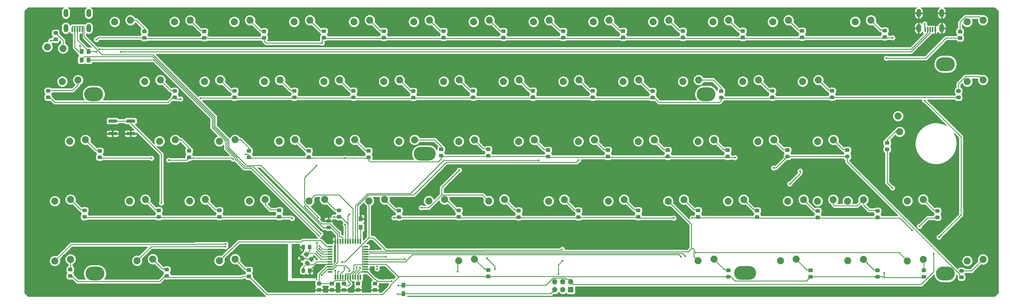
<source format=gbl>
G04 #@! TF.GenerationSoftware,KiCad,Pcbnew,(5.0.0)*
G04 #@! TF.CreationDate,2018-12-28T22:37:37+01:00*
G04 #@! TF.ProjectId,cyclops,6379636C6F70732E6B696361645F7063,rev?*
G04 #@! TF.SameCoordinates,Original*
G04 #@! TF.FileFunction,Copper,L2,Bot,Signal*
G04 #@! TF.FilePolarity,Positive*
%FSLAX46Y46*%
G04 Gerber Fmt 4.6, Leading zero omitted, Abs format (unit mm)*
G04 Created by KiCad (PCBNEW (5.0.0)) date 12/28/18 22:37:37*
%MOMM*%
%LPD*%
G01*
G04 APERTURE LIST*
G04 #@! TA.AperFunction,ComponentPad*
%ADD10C,2.250000*%
G04 #@! TD*
G04 #@! TA.AperFunction,Conductor*
%ADD11C,0.100000*%
G04 #@! TD*
G04 #@! TA.AperFunction,SMDPad,CuDef*
%ADD12C,1.150000*%
G04 #@! TD*
G04 #@! TA.AperFunction,SMDPad,CuDef*
%ADD13R,0.500000X1.500000*%
G04 #@! TD*
G04 #@! TA.AperFunction,ComponentPad*
%ADD14O,1.500000X2.600000*%
G04 #@! TD*
G04 #@! TA.AperFunction,ComponentPad*
%ADD15O,7.000000X4.400000*%
G04 #@! TD*
G04 #@! TA.AperFunction,ComponentPad*
%ADD16O,6.000000X4.400000*%
G04 #@! TD*
G04 #@! TA.AperFunction,SMDPad,CuDef*
%ADD17R,1.300000X1.500000*%
G04 #@! TD*
G04 #@! TA.AperFunction,SMDPad,CuDef*
%ADD18R,2.750000X1.000000*%
G04 #@! TD*
G04 #@! TA.AperFunction,ComponentPad*
%ADD19R,1.700000X1.700000*%
G04 #@! TD*
G04 #@! TA.AperFunction,ComponentPad*
%ADD20O,1.700000X1.700000*%
G04 #@! TD*
G04 #@! TA.AperFunction,SMDPad,CuDef*
%ADD21R,0.550000X1.500000*%
G04 #@! TD*
G04 #@! TA.AperFunction,SMDPad,CuDef*
%ADD22R,1.500000X0.550000*%
G04 #@! TD*
G04 #@! TA.AperFunction,SMDPad,CuDef*
%ADD23C,1.200000*%
G04 #@! TD*
G04 #@! TA.AperFunction,ViaPad*
%ADD24C,0.600000*%
G04 #@! TD*
G04 #@! TA.AperFunction,Conductor*
%ADD25C,0.250000*%
G04 #@! TD*
G04 #@! TA.AperFunction,Conductor*
%ADD26C,0.254000*%
G04 #@! TD*
G04 APERTURE END LIST*
D10*
G04 #@! TO.P,K61,1*
G04 #@! TO.N,/COL13*
X347918573Y-133181001D03*
G04 #@! TO.P,K61,2*
G04 #@! TO.N,Net-(D61-Pad2)*
X348418573Y-138181001D03*
G04 #@! TD*
D11*
G04 #@! TO.N,Net-(D1-Pad2)*
G04 #@! TO.C,D1*
G36*
X80174505Y-106101204D02*
X80198773Y-106104804D01*
X80222572Y-106110765D01*
X80245671Y-106119030D01*
X80267850Y-106129520D01*
X80288893Y-106142132D01*
X80308599Y-106156747D01*
X80326777Y-106173223D01*
X80343253Y-106191401D01*
X80357868Y-106211107D01*
X80370480Y-106232150D01*
X80380970Y-106254329D01*
X80389235Y-106277428D01*
X80395196Y-106301227D01*
X80398796Y-106325495D01*
X80400000Y-106349999D01*
X80400000Y-107000001D01*
X80398796Y-107024505D01*
X80395196Y-107048773D01*
X80389235Y-107072572D01*
X80380970Y-107095671D01*
X80370480Y-107117850D01*
X80357868Y-107138893D01*
X80343253Y-107158599D01*
X80326777Y-107176777D01*
X80308599Y-107193253D01*
X80288893Y-107207868D01*
X80267850Y-107220480D01*
X80245671Y-107230970D01*
X80222572Y-107239235D01*
X80198773Y-107245196D01*
X80174505Y-107248796D01*
X80150001Y-107250000D01*
X79249999Y-107250000D01*
X79225495Y-107248796D01*
X79201227Y-107245196D01*
X79177428Y-107239235D01*
X79154329Y-107230970D01*
X79132150Y-107220480D01*
X79111107Y-107207868D01*
X79091401Y-107193253D01*
X79073223Y-107176777D01*
X79056747Y-107158599D01*
X79042132Y-107138893D01*
X79029520Y-107117850D01*
X79019030Y-107095671D01*
X79010765Y-107072572D01*
X79004804Y-107048773D01*
X79001204Y-107024505D01*
X79000000Y-107000001D01*
X79000000Y-106349999D01*
X79001204Y-106325495D01*
X79004804Y-106301227D01*
X79010765Y-106277428D01*
X79019030Y-106254329D01*
X79029520Y-106232150D01*
X79042132Y-106211107D01*
X79056747Y-106191401D01*
X79073223Y-106173223D01*
X79091401Y-106156747D01*
X79111107Y-106142132D01*
X79132150Y-106129520D01*
X79154329Y-106119030D01*
X79177428Y-106110765D01*
X79201227Y-106104804D01*
X79225495Y-106101204D01*
X79249999Y-106100000D01*
X80150001Y-106100000D01*
X80174505Y-106101204D01*
X80174505Y-106101204D01*
G37*
D12*
G04 #@! TD*
G04 #@! TO.P,D1,2*
G04 #@! TO.N,Net-(D1-Pad2)*
X79700000Y-106675000D03*
D11*
G04 #@! TO.N,/ROW0*
G04 #@! TO.C,D1*
G36*
X80174505Y-108151204D02*
X80198773Y-108154804D01*
X80222572Y-108160765D01*
X80245671Y-108169030D01*
X80267850Y-108179520D01*
X80288893Y-108192132D01*
X80308599Y-108206747D01*
X80326777Y-108223223D01*
X80343253Y-108241401D01*
X80357868Y-108261107D01*
X80370480Y-108282150D01*
X80380970Y-108304329D01*
X80389235Y-108327428D01*
X80395196Y-108351227D01*
X80398796Y-108375495D01*
X80400000Y-108399999D01*
X80400000Y-109050001D01*
X80398796Y-109074505D01*
X80395196Y-109098773D01*
X80389235Y-109122572D01*
X80380970Y-109145671D01*
X80370480Y-109167850D01*
X80357868Y-109188893D01*
X80343253Y-109208599D01*
X80326777Y-109226777D01*
X80308599Y-109243253D01*
X80288893Y-109257868D01*
X80267850Y-109270480D01*
X80245671Y-109280970D01*
X80222572Y-109289235D01*
X80198773Y-109295196D01*
X80174505Y-109298796D01*
X80150001Y-109300000D01*
X79249999Y-109300000D01*
X79225495Y-109298796D01*
X79201227Y-109295196D01*
X79177428Y-109289235D01*
X79154329Y-109280970D01*
X79132150Y-109270480D01*
X79111107Y-109257868D01*
X79091401Y-109243253D01*
X79073223Y-109226777D01*
X79056747Y-109208599D01*
X79042132Y-109188893D01*
X79029520Y-109167850D01*
X79019030Y-109145671D01*
X79010765Y-109122572D01*
X79004804Y-109098773D01*
X79001204Y-109074505D01*
X79000000Y-109050001D01*
X79000000Y-108399999D01*
X79001204Y-108375495D01*
X79004804Y-108351227D01*
X79010765Y-108327428D01*
X79019030Y-108304329D01*
X79029520Y-108282150D01*
X79042132Y-108261107D01*
X79056747Y-108241401D01*
X79073223Y-108223223D01*
X79091401Y-108206747D01*
X79111107Y-108192132D01*
X79132150Y-108179520D01*
X79154329Y-108169030D01*
X79177428Y-108160765D01*
X79201227Y-108154804D01*
X79225495Y-108151204D01*
X79249999Y-108150000D01*
X80150001Y-108150000D01*
X80174505Y-108151204D01*
X80174505Y-108151204D01*
G37*
D12*
G04 #@! TD*
G04 #@! TO.P,D1,1*
G04 #@! TO.N,/ROW0*
X79700000Y-108725000D03*
D11*
G04 #@! TO.N,Net-(D2-Pad2)*
G04 #@! TO.C,D2*
G36*
X108424505Y-105589204D02*
X108448773Y-105592804D01*
X108472572Y-105598765D01*
X108495671Y-105607030D01*
X108517850Y-105617520D01*
X108538893Y-105630132D01*
X108558599Y-105644747D01*
X108576777Y-105661223D01*
X108593253Y-105679401D01*
X108607868Y-105699107D01*
X108620480Y-105720150D01*
X108630970Y-105742329D01*
X108639235Y-105765428D01*
X108645196Y-105789227D01*
X108648796Y-105813495D01*
X108650000Y-105837999D01*
X108650000Y-106488001D01*
X108648796Y-106512505D01*
X108645196Y-106536773D01*
X108639235Y-106560572D01*
X108630970Y-106583671D01*
X108620480Y-106605850D01*
X108607868Y-106626893D01*
X108593253Y-106646599D01*
X108576777Y-106664777D01*
X108558599Y-106681253D01*
X108538893Y-106695868D01*
X108517850Y-106708480D01*
X108495671Y-106718970D01*
X108472572Y-106727235D01*
X108448773Y-106733196D01*
X108424505Y-106736796D01*
X108400001Y-106738000D01*
X107499999Y-106738000D01*
X107475495Y-106736796D01*
X107451227Y-106733196D01*
X107427428Y-106727235D01*
X107404329Y-106718970D01*
X107382150Y-106708480D01*
X107361107Y-106695868D01*
X107341401Y-106681253D01*
X107323223Y-106664777D01*
X107306747Y-106646599D01*
X107292132Y-106626893D01*
X107279520Y-106605850D01*
X107269030Y-106583671D01*
X107260765Y-106560572D01*
X107254804Y-106536773D01*
X107251204Y-106512505D01*
X107250000Y-106488001D01*
X107250000Y-105837999D01*
X107251204Y-105813495D01*
X107254804Y-105789227D01*
X107260765Y-105765428D01*
X107269030Y-105742329D01*
X107279520Y-105720150D01*
X107292132Y-105699107D01*
X107306747Y-105679401D01*
X107323223Y-105661223D01*
X107341401Y-105644747D01*
X107361107Y-105630132D01*
X107382150Y-105617520D01*
X107404329Y-105607030D01*
X107427428Y-105598765D01*
X107451227Y-105592804D01*
X107475495Y-105589204D01*
X107499999Y-105588000D01*
X108400001Y-105588000D01*
X108424505Y-105589204D01*
X108424505Y-105589204D01*
G37*
D12*
G04 #@! TD*
G04 #@! TO.P,D2,2*
G04 #@! TO.N,Net-(D2-Pad2)*
X107950000Y-106163000D03*
D11*
G04 #@! TO.N,/ROW0*
G04 #@! TO.C,D2*
G36*
X108424505Y-107639204D02*
X108448773Y-107642804D01*
X108472572Y-107648765D01*
X108495671Y-107657030D01*
X108517850Y-107667520D01*
X108538893Y-107680132D01*
X108558599Y-107694747D01*
X108576777Y-107711223D01*
X108593253Y-107729401D01*
X108607868Y-107749107D01*
X108620480Y-107770150D01*
X108630970Y-107792329D01*
X108639235Y-107815428D01*
X108645196Y-107839227D01*
X108648796Y-107863495D01*
X108650000Y-107887999D01*
X108650000Y-108538001D01*
X108648796Y-108562505D01*
X108645196Y-108586773D01*
X108639235Y-108610572D01*
X108630970Y-108633671D01*
X108620480Y-108655850D01*
X108607868Y-108676893D01*
X108593253Y-108696599D01*
X108576777Y-108714777D01*
X108558599Y-108731253D01*
X108538893Y-108745868D01*
X108517850Y-108758480D01*
X108495671Y-108768970D01*
X108472572Y-108777235D01*
X108448773Y-108783196D01*
X108424505Y-108786796D01*
X108400001Y-108788000D01*
X107499999Y-108788000D01*
X107475495Y-108786796D01*
X107451227Y-108783196D01*
X107427428Y-108777235D01*
X107404329Y-108768970D01*
X107382150Y-108758480D01*
X107361107Y-108745868D01*
X107341401Y-108731253D01*
X107323223Y-108714777D01*
X107306747Y-108696599D01*
X107292132Y-108676893D01*
X107279520Y-108655850D01*
X107269030Y-108633671D01*
X107260765Y-108610572D01*
X107254804Y-108586773D01*
X107251204Y-108562505D01*
X107250000Y-108538001D01*
X107250000Y-107887999D01*
X107251204Y-107863495D01*
X107254804Y-107839227D01*
X107260765Y-107815428D01*
X107269030Y-107792329D01*
X107279520Y-107770150D01*
X107292132Y-107749107D01*
X107306747Y-107729401D01*
X107323223Y-107711223D01*
X107341401Y-107694747D01*
X107361107Y-107680132D01*
X107382150Y-107667520D01*
X107404329Y-107657030D01*
X107427428Y-107648765D01*
X107451227Y-107642804D01*
X107475495Y-107639204D01*
X107499999Y-107638000D01*
X108400001Y-107638000D01*
X108424505Y-107639204D01*
X108424505Y-107639204D01*
G37*
D12*
G04 #@! TD*
G04 #@! TO.P,D2,1*
G04 #@! TO.N,/ROW0*
X107950000Y-108213000D03*
D11*
G04 #@! TO.N,Net-(D3-Pad2)*
G04 #@! TO.C,D3*
G36*
X127474505Y-105589204D02*
X127498773Y-105592804D01*
X127522572Y-105598765D01*
X127545671Y-105607030D01*
X127567850Y-105617520D01*
X127588893Y-105630132D01*
X127608599Y-105644747D01*
X127626777Y-105661223D01*
X127643253Y-105679401D01*
X127657868Y-105699107D01*
X127670480Y-105720150D01*
X127680970Y-105742329D01*
X127689235Y-105765428D01*
X127695196Y-105789227D01*
X127698796Y-105813495D01*
X127700000Y-105837999D01*
X127700000Y-106488001D01*
X127698796Y-106512505D01*
X127695196Y-106536773D01*
X127689235Y-106560572D01*
X127680970Y-106583671D01*
X127670480Y-106605850D01*
X127657868Y-106626893D01*
X127643253Y-106646599D01*
X127626777Y-106664777D01*
X127608599Y-106681253D01*
X127588893Y-106695868D01*
X127567850Y-106708480D01*
X127545671Y-106718970D01*
X127522572Y-106727235D01*
X127498773Y-106733196D01*
X127474505Y-106736796D01*
X127450001Y-106738000D01*
X126549999Y-106738000D01*
X126525495Y-106736796D01*
X126501227Y-106733196D01*
X126477428Y-106727235D01*
X126454329Y-106718970D01*
X126432150Y-106708480D01*
X126411107Y-106695868D01*
X126391401Y-106681253D01*
X126373223Y-106664777D01*
X126356747Y-106646599D01*
X126342132Y-106626893D01*
X126329520Y-106605850D01*
X126319030Y-106583671D01*
X126310765Y-106560572D01*
X126304804Y-106536773D01*
X126301204Y-106512505D01*
X126300000Y-106488001D01*
X126300000Y-105837999D01*
X126301204Y-105813495D01*
X126304804Y-105789227D01*
X126310765Y-105765428D01*
X126319030Y-105742329D01*
X126329520Y-105720150D01*
X126342132Y-105699107D01*
X126356747Y-105679401D01*
X126373223Y-105661223D01*
X126391401Y-105644747D01*
X126411107Y-105630132D01*
X126432150Y-105617520D01*
X126454329Y-105607030D01*
X126477428Y-105598765D01*
X126501227Y-105592804D01*
X126525495Y-105589204D01*
X126549999Y-105588000D01*
X127450001Y-105588000D01*
X127474505Y-105589204D01*
X127474505Y-105589204D01*
G37*
D12*
G04 #@! TD*
G04 #@! TO.P,D3,2*
G04 #@! TO.N,Net-(D3-Pad2)*
X127000000Y-106163000D03*
D11*
G04 #@! TO.N,/ROW0*
G04 #@! TO.C,D3*
G36*
X127474505Y-107639204D02*
X127498773Y-107642804D01*
X127522572Y-107648765D01*
X127545671Y-107657030D01*
X127567850Y-107667520D01*
X127588893Y-107680132D01*
X127608599Y-107694747D01*
X127626777Y-107711223D01*
X127643253Y-107729401D01*
X127657868Y-107749107D01*
X127670480Y-107770150D01*
X127680970Y-107792329D01*
X127689235Y-107815428D01*
X127695196Y-107839227D01*
X127698796Y-107863495D01*
X127700000Y-107887999D01*
X127700000Y-108538001D01*
X127698796Y-108562505D01*
X127695196Y-108586773D01*
X127689235Y-108610572D01*
X127680970Y-108633671D01*
X127670480Y-108655850D01*
X127657868Y-108676893D01*
X127643253Y-108696599D01*
X127626777Y-108714777D01*
X127608599Y-108731253D01*
X127588893Y-108745868D01*
X127567850Y-108758480D01*
X127545671Y-108768970D01*
X127522572Y-108777235D01*
X127498773Y-108783196D01*
X127474505Y-108786796D01*
X127450001Y-108788000D01*
X126549999Y-108788000D01*
X126525495Y-108786796D01*
X126501227Y-108783196D01*
X126477428Y-108777235D01*
X126454329Y-108768970D01*
X126432150Y-108758480D01*
X126411107Y-108745868D01*
X126391401Y-108731253D01*
X126373223Y-108714777D01*
X126356747Y-108696599D01*
X126342132Y-108676893D01*
X126329520Y-108655850D01*
X126319030Y-108633671D01*
X126310765Y-108610572D01*
X126304804Y-108586773D01*
X126301204Y-108562505D01*
X126300000Y-108538001D01*
X126300000Y-107887999D01*
X126301204Y-107863495D01*
X126304804Y-107839227D01*
X126310765Y-107815428D01*
X126319030Y-107792329D01*
X126329520Y-107770150D01*
X126342132Y-107749107D01*
X126356747Y-107729401D01*
X126373223Y-107711223D01*
X126391401Y-107694747D01*
X126411107Y-107680132D01*
X126432150Y-107667520D01*
X126454329Y-107657030D01*
X126477428Y-107648765D01*
X126501227Y-107642804D01*
X126525495Y-107639204D01*
X126549999Y-107638000D01*
X127450001Y-107638000D01*
X127474505Y-107639204D01*
X127474505Y-107639204D01*
G37*
D12*
G04 #@! TD*
G04 #@! TO.P,D3,1*
G04 #@! TO.N,/ROW0*
X127000000Y-108213000D03*
D11*
G04 #@! TO.N,Net-(D4-Pad2)*
G04 #@! TO.C,D4*
G36*
X146524505Y-105589204D02*
X146548773Y-105592804D01*
X146572572Y-105598765D01*
X146595671Y-105607030D01*
X146617850Y-105617520D01*
X146638893Y-105630132D01*
X146658599Y-105644747D01*
X146676777Y-105661223D01*
X146693253Y-105679401D01*
X146707868Y-105699107D01*
X146720480Y-105720150D01*
X146730970Y-105742329D01*
X146739235Y-105765428D01*
X146745196Y-105789227D01*
X146748796Y-105813495D01*
X146750000Y-105837999D01*
X146750000Y-106488001D01*
X146748796Y-106512505D01*
X146745196Y-106536773D01*
X146739235Y-106560572D01*
X146730970Y-106583671D01*
X146720480Y-106605850D01*
X146707868Y-106626893D01*
X146693253Y-106646599D01*
X146676777Y-106664777D01*
X146658599Y-106681253D01*
X146638893Y-106695868D01*
X146617850Y-106708480D01*
X146595671Y-106718970D01*
X146572572Y-106727235D01*
X146548773Y-106733196D01*
X146524505Y-106736796D01*
X146500001Y-106738000D01*
X145599999Y-106738000D01*
X145575495Y-106736796D01*
X145551227Y-106733196D01*
X145527428Y-106727235D01*
X145504329Y-106718970D01*
X145482150Y-106708480D01*
X145461107Y-106695868D01*
X145441401Y-106681253D01*
X145423223Y-106664777D01*
X145406747Y-106646599D01*
X145392132Y-106626893D01*
X145379520Y-106605850D01*
X145369030Y-106583671D01*
X145360765Y-106560572D01*
X145354804Y-106536773D01*
X145351204Y-106512505D01*
X145350000Y-106488001D01*
X145350000Y-105837999D01*
X145351204Y-105813495D01*
X145354804Y-105789227D01*
X145360765Y-105765428D01*
X145369030Y-105742329D01*
X145379520Y-105720150D01*
X145392132Y-105699107D01*
X145406747Y-105679401D01*
X145423223Y-105661223D01*
X145441401Y-105644747D01*
X145461107Y-105630132D01*
X145482150Y-105617520D01*
X145504329Y-105607030D01*
X145527428Y-105598765D01*
X145551227Y-105592804D01*
X145575495Y-105589204D01*
X145599999Y-105588000D01*
X146500001Y-105588000D01*
X146524505Y-105589204D01*
X146524505Y-105589204D01*
G37*
D12*
G04 #@! TD*
G04 #@! TO.P,D4,2*
G04 #@! TO.N,Net-(D4-Pad2)*
X146050000Y-106163000D03*
D11*
G04 #@! TO.N,/ROW0*
G04 #@! TO.C,D4*
G36*
X146524505Y-107639204D02*
X146548773Y-107642804D01*
X146572572Y-107648765D01*
X146595671Y-107657030D01*
X146617850Y-107667520D01*
X146638893Y-107680132D01*
X146658599Y-107694747D01*
X146676777Y-107711223D01*
X146693253Y-107729401D01*
X146707868Y-107749107D01*
X146720480Y-107770150D01*
X146730970Y-107792329D01*
X146739235Y-107815428D01*
X146745196Y-107839227D01*
X146748796Y-107863495D01*
X146750000Y-107887999D01*
X146750000Y-108538001D01*
X146748796Y-108562505D01*
X146745196Y-108586773D01*
X146739235Y-108610572D01*
X146730970Y-108633671D01*
X146720480Y-108655850D01*
X146707868Y-108676893D01*
X146693253Y-108696599D01*
X146676777Y-108714777D01*
X146658599Y-108731253D01*
X146638893Y-108745868D01*
X146617850Y-108758480D01*
X146595671Y-108768970D01*
X146572572Y-108777235D01*
X146548773Y-108783196D01*
X146524505Y-108786796D01*
X146500001Y-108788000D01*
X145599999Y-108788000D01*
X145575495Y-108786796D01*
X145551227Y-108783196D01*
X145527428Y-108777235D01*
X145504329Y-108768970D01*
X145482150Y-108758480D01*
X145461107Y-108745868D01*
X145441401Y-108731253D01*
X145423223Y-108714777D01*
X145406747Y-108696599D01*
X145392132Y-108676893D01*
X145379520Y-108655850D01*
X145369030Y-108633671D01*
X145360765Y-108610572D01*
X145354804Y-108586773D01*
X145351204Y-108562505D01*
X145350000Y-108538001D01*
X145350000Y-107887999D01*
X145351204Y-107863495D01*
X145354804Y-107839227D01*
X145360765Y-107815428D01*
X145369030Y-107792329D01*
X145379520Y-107770150D01*
X145392132Y-107749107D01*
X145406747Y-107729401D01*
X145423223Y-107711223D01*
X145441401Y-107694747D01*
X145461107Y-107680132D01*
X145482150Y-107667520D01*
X145504329Y-107657030D01*
X145527428Y-107648765D01*
X145551227Y-107642804D01*
X145575495Y-107639204D01*
X145599999Y-107638000D01*
X146500001Y-107638000D01*
X146524505Y-107639204D01*
X146524505Y-107639204D01*
G37*
D12*
G04 #@! TD*
G04 #@! TO.P,D4,1*
G04 #@! TO.N,/ROW0*
X146050000Y-108213000D03*
D11*
G04 #@! TO.N,Net-(D5-Pad2)*
G04 #@! TO.C,D5*
G36*
X165574505Y-105513004D02*
X165598773Y-105516604D01*
X165622572Y-105522565D01*
X165645671Y-105530830D01*
X165667850Y-105541320D01*
X165688893Y-105553932D01*
X165708599Y-105568547D01*
X165726777Y-105585023D01*
X165743253Y-105603201D01*
X165757868Y-105622907D01*
X165770480Y-105643950D01*
X165780970Y-105666129D01*
X165789235Y-105689228D01*
X165795196Y-105713027D01*
X165798796Y-105737295D01*
X165800000Y-105761799D01*
X165800000Y-106411801D01*
X165798796Y-106436305D01*
X165795196Y-106460573D01*
X165789235Y-106484372D01*
X165780970Y-106507471D01*
X165770480Y-106529650D01*
X165757868Y-106550693D01*
X165743253Y-106570399D01*
X165726777Y-106588577D01*
X165708599Y-106605053D01*
X165688893Y-106619668D01*
X165667850Y-106632280D01*
X165645671Y-106642770D01*
X165622572Y-106651035D01*
X165598773Y-106656996D01*
X165574505Y-106660596D01*
X165550001Y-106661800D01*
X164649999Y-106661800D01*
X164625495Y-106660596D01*
X164601227Y-106656996D01*
X164577428Y-106651035D01*
X164554329Y-106642770D01*
X164532150Y-106632280D01*
X164511107Y-106619668D01*
X164491401Y-106605053D01*
X164473223Y-106588577D01*
X164456747Y-106570399D01*
X164442132Y-106550693D01*
X164429520Y-106529650D01*
X164419030Y-106507471D01*
X164410765Y-106484372D01*
X164404804Y-106460573D01*
X164401204Y-106436305D01*
X164400000Y-106411801D01*
X164400000Y-105761799D01*
X164401204Y-105737295D01*
X164404804Y-105713027D01*
X164410765Y-105689228D01*
X164419030Y-105666129D01*
X164429520Y-105643950D01*
X164442132Y-105622907D01*
X164456747Y-105603201D01*
X164473223Y-105585023D01*
X164491401Y-105568547D01*
X164511107Y-105553932D01*
X164532150Y-105541320D01*
X164554329Y-105530830D01*
X164577428Y-105522565D01*
X164601227Y-105516604D01*
X164625495Y-105513004D01*
X164649999Y-105511800D01*
X165550001Y-105511800D01*
X165574505Y-105513004D01*
X165574505Y-105513004D01*
G37*
D12*
G04 #@! TD*
G04 #@! TO.P,D5,2*
G04 #@! TO.N,Net-(D5-Pad2)*
X165100000Y-106086800D03*
D11*
G04 #@! TO.N,/ROW0*
G04 #@! TO.C,D5*
G36*
X165574505Y-107563004D02*
X165598773Y-107566604D01*
X165622572Y-107572565D01*
X165645671Y-107580830D01*
X165667850Y-107591320D01*
X165688893Y-107603932D01*
X165708599Y-107618547D01*
X165726777Y-107635023D01*
X165743253Y-107653201D01*
X165757868Y-107672907D01*
X165770480Y-107693950D01*
X165780970Y-107716129D01*
X165789235Y-107739228D01*
X165795196Y-107763027D01*
X165798796Y-107787295D01*
X165800000Y-107811799D01*
X165800000Y-108461801D01*
X165798796Y-108486305D01*
X165795196Y-108510573D01*
X165789235Y-108534372D01*
X165780970Y-108557471D01*
X165770480Y-108579650D01*
X165757868Y-108600693D01*
X165743253Y-108620399D01*
X165726777Y-108638577D01*
X165708599Y-108655053D01*
X165688893Y-108669668D01*
X165667850Y-108682280D01*
X165645671Y-108692770D01*
X165622572Y-108701035D01*
X165598773Y-108706996D01*
X165574505Y-108710596D01*
X165550001Y-108711800D01*
X164649999Y-108711800D01*
X164625495Y-108710596D01*
X164601227Y-108706996D01*
X164577428Y-108701035D01*
X164554329Y-108692770D01*
X164532150Y-108682280D01*
X164511107Y-108669668D01*
X164491401Y-108655053D01*
X164473223Y-108638577D01*
X164456747Y-108620399D01*
X164442132Y-108600693D01*
X164429520Y-108579650D01*
X164419030Y-108557471D01*
X164410765Y-108534372D01*
X164404804Y-108510573D01*
X164401204Y-108486305D01*
X164400000Y-108461801D01*
X164400000Y-107811799D01*
X164401204Y-107787295D01*
X164404804Y-107763027D01*
X164410765Y-107739228D01*
X164419030Y-107716129D01*
X164429520Y-107693950D01*
X164442132Y-107672907D01*
X164456747Y-107653201D01*
X164473223Y-107635023D01*
X164491401Y-107618547D01*
X164511107Y-107603932D01*
X164532150Y-107591320D01*
X164554329Y-107580830D01*
X164577428Y-107572565D01*
X164601227Y-107566604D01*
X164625495Y-107563004D01*
X164649999Y-107561800D01*
X165550001Y-107561800D01*
X165574505Y-107563004D01*
X165574505Y-107563004D01*
G37*
D12*
G04 #@! TD*
G04 #@! TO.P,D5,1*
G04 #@! TO.N,/ROW0*
X165100000Y-108136800D03*
D11*
G04 #@! TO.N,Net-(D6-Pad2)*
G04 #@! TO.C,D6*
G36*
X184624505Y-105525704D02*
X184648773Y-105529304D01*
X184672572Y-105535265D01*
X184695671Y-105543530D01*
X184717850Y-105554020D01*
X184738893Y-105566632D01*
X184758599Y-105581247D01*
X184776777Y-105597723D01*
X184793253Y-105615901D01*
X184807868Y-105635607D01*
X184820480Y-105656650D01*
X184830970Y-105678829D01*
X184839235Y-105701928D01*
X184845196Y-105725727D01*
X184848796Y-105749995D01*
X184850000Y-105774499D01*
X184850000Y-106424501D01*
X184848796Y-106449005D01*
X184845196Y-106473273D01*
X184839235Y-106497072D01*
X184830970Y-106520171D01*
X184820480Y-106542350D01*
X184807868Y-106563393D01*
X184793253Y-106583099D01*
X184776777Y-106601277D01*
X184758599Y-106617753D01*
X184738893Y-106632368D01*
X184717850Y-106644980D01*
X184695671Y-106655470D01*
X184672572Y-106663735D01*
X184648773Y-106669696D01*
X184624505Y-106673296D01*
X184600001Y-106674500D01*
X183699999Y-106674500D01*
X183675495Y-106673296D01*
X183651227Y-106669696D01*
X183627428Y-106663735D01*
X183604329Y-106655470D01*
X183582150Y-106644980D01*
X183561107Y-106632368D01*
X183541401Y-106617753D01*
X183523223Y-106601277D01*
X183506747Y-106583099D01*
X183492132Y-106563393D01*
X183479520Y-106542350D01*
X183469030Y-106520171D01*
X183460765Y-106497072D01*
X183454804Y-106473273D01*
X183451204Y-106449005D01*
X183450000Y-106424501D01*
X183450000Y-105774499D01*
X183451204Y-105749995D01*
X183454804Y-105725727D01*
X183460765Y-105701928D01*
X183469030Y-105678829D01*
X183479520Y-105656650D01*
X183492132Y-105635607D01*
X183506747Y-105615901D01*
X183523223Y-105597723D01*
X183541401Y-105581247D01*
X183561107Y-105566632D01*
X183582150Y-105554020D01*
X183604329Y-105543530D01*
X183627428Y-105535265D01*
X183651227Y-105529304D01*
X183675495Y-105525704D01*
X183699999Y-105524500D01*
X184600001Y-105524500D01*
X184624505Y-105525704D01*
X184624505Y-105525704D01*
G37*
D12*
G04 #@! TD*
G04 #@! TO.P,D6,2*
G04 #@! TO.N,Net-(D6-Pad2)*
X184150000Y-106099500D03*
D11*
G04 #@! TO.N,/ROW0*
G04 #@! TO.C,D6*
G36*
X184624505Y-107575704D02*
X184648773Y-107579304D01*
X184672572Y-107585265D01*
X184695671Y-107593530D01*
X184717850Y-107604020D01*
X184738893Y-107616632D01*
X184758599Y-107631247D01*
X184776777Y-107647723D01*
X184793253Y-107665901D01*
X184807868Y-107685607D01*
X184820480Y-107706650D01*
X184830970Y-107728829D01*
X184839235Y-107751928D01*
X184845196Y-107775727D01*
X184848796Y-107799995D01*
X184850000Y-107824499D01*
X184850000Y-108474501D01*
X184848796Y-108499005D01*
X184845196Y-108523273D01*
X184839235Y-108547072D01*
X184830970Y-108570171D01*
X184820480Y-108592350D01*
X184807868Y-108613393D01*
X184793253Y-108633099D01*
X184776777Y-108651277D01*
X184758599Y-108667753D01*
X184738893Y-108682368D01*
X184717850Y-108694980D01*
X184695671Y-108705470D01*
X184672572Y-108713735D01*
X184648773Y-108719696D01*
X184624505Y-108723296D01*
X184600001Y-108724500D01*
X183699999Y-108724500D01*
X183675495Y-108723296D01*
X183651227Y-108719696D01*
X183627428Y-108713735D01*
X183604329Y-108705470D01*
X183582150Y-108694980D01*
X183561107Y-108682368D01*
X183541401Y-108667753D01*
X183523223Y-108651277D01*
X183506747Y-108633099D01*
X183492132Y-108613393D01*
X183479520Y-108592350D01*
X183469030Y-108570171D01*
X183460765Y-108547072D01*
X183454804Y-108523273D01*
X183451204Y-108499005D01*
X183450000Y-108474501D01*
X183450000Y-107824499D01*
X183451204Y-107799995D01*
X183454804Y-107775727D01*
X183460765Y-107751928D01*
X183469030Y-107728829D01*
X183479520Y-107706650D01*
X183492132Y-107685607D01*
X183506747Y-107665901D01*
X183523223Y-107647723D01*
X183541401Y-107631247D01*
X183561107Y-107616632D01*
X183582150Y-107604020D01*
X183604329Y-107593530D01*
X183627428Y-107585265D01*
X183651227Y-107579304D01*
X183675495Y-107575704D01*
X183699999Y-107574500D01*
X184600001Y-107574500D01*
X184624505Y-107575704D01*
X184624505Y-107575704D01*
G37*
D12*
G04 #@! TD*
G04 #@! TO.P,D6,1*
G04 #@! TO.N,/ROW0*
X184150000Y-108149500D03*
D11*
G04 #@! TO.N,Net-(D7-Pad2)*
G04 #@! TO.C,D7*
G36*
X203674505Y-105513004D02*
X203698773Y-105516604D01*
X203722572Y-105522565D01*
X203745671Y-105530830D01*
X203767850Y-105541320D01*
X203788893Y-105553932D01*
X203808599Y-105568547D01*
X203826777Y-105585023D01*
X203843253Y-105603201D01*
X203857868Y-105622907D01*
X203870480Y-105643950D01*
X203880970Y-105666129D01*
X203889235Y-105689228D01*
X203895196Y-105713027D01*
X203898796Y-105737295D01*
X203900000Y-105761799D01*
X203900000Y-106411801D01*
X203898796Y-106436305D01*
X203895196Y-106460573D01*
X203889235Y-106484372D01*
X203880970Y-106507471D01*
X203870480Y-106529650D01*
X203857868Y-106550693D01*
X203843253Y-106570399D01*
X203826777Y-106588577D01*
X203808599Y-106605053D01*
X203788893Y-106619668D01*
X203767850Y-106632280D01*
X203745671Y-106642770D01*
X203722572Y-106651035D01*
X203698773Y-106656996D01*
X203674505Y-106660596D01*
X203650001Y-106661800D01*
X202749999Y-106661800D01*
X202725495Y-106660596D01*
X202701227Y-106656996D01*
X202677428Y-106651035D01*
X202654329Y-106642770D01*
X202632150Y-106632280D01*
X202611107Y-106619668D01*
X202591401Y-106605053D01*
X202573223Y-106588577D01*
X202556747Y-106570399D01*
X202542132Y-106550693D01*
X202529520Y-106529650D01*
X202519030Y-106507471D01*
X202510765Y-106484372D01*
X202504804Y-106460573D01*
X202501204Y-106436305D01*
X202500000Y-106411801D01*
X202500000Y-105761799D01*
X202501204Y-105737295D01*
X202504804Y-105713027D01*
X202510765Y-105689228D01*
X202519030Y-105666129D01*
X202529520Y-105643950D01*
X202542132Y-105622907D01*
X202556747Y-105603201D01*
X202573223Y-105585023D01*
X202591401Y-105568547D01*
X202611107Y-105553932D01*
X202632150Y-105541320D01*
X202654329Y-105530830D01*
X202677428Y-105522565D01*
X202701227Y-105516604D01*
X202725495Y-105513004D01*
X202749999Y-105511800D01*
X203650001Y-105511800D01*
X203674505Y-105513004D01*
X203674505Y-105513004D01*
G37*
D12*
G04 #@! TD*
G04 #@! TO.P,D7,2*
G04 #@! TO.N,Net-(D7-Pad2)*
X203200000Y-106086800D03*
D11*
G04 #@! TO.N,/ROW0*
G04 #@! TO.C,D7*
G36*
X203674505Y-107563004D02*
X203698773Y-107566604D01*
X203722572Y-107572565D01*
X203745671Y-107580830D01*
X203767850Y-107591320D01*
X203788893Y-107603932D01*
X203808599Y-107618547D01*
X203826777Y-107635023D01*
X203843253Y-107653201D01*
X203857868Y-107672907D01*
X203870480Y-107693950D01*
X203880970Y-107716129D01*
X203889235Y-107739228D01*
X203895196Y-107763027D01*
X203898796Y-107787295D01*
X203900000Y-107811799D01*
X203900000Y-108461801D01*
X203898796Y-108486305D01*
X203895196Y-108510573D01*
X203889235Y-108534372D01*
X203880970Y-108557471D01*
X203870480Y-108579650D01*
X203857868Y-108600693D01*
X203843253Y-108620399D01*
X203826777Y-108638577D01*
X203808599Y-108655053D01*
X203788893Y-108669668D01*
X203767850Y-108682280D01*
X203745671Y-108692770D01*
X203722572Y-108701035D01*
X203698773Y-108706996D01*
X203674505Y-108710596D01*
X203650001Y-108711800D01*
X202749999Y-108711800D01*
X202725495Y-108710596D01*
X202701227Y-108706996D01*
X202677428Y-108701035D01*
X202654329Y-108692770D01*
X202632150Y-108682280D01*
X202611107Y-108669668D01*
X202591401Y-108655053D01*
X202573223Y-108638577D01*
X202556747Y-108620399D01*
X202542132Y-108600693D01*
X202529520Y-108579650D01*
X202519030Y-108557471D01*
X202510765Y-108534372D01*
X202504804Y-108510573D01*
X202501204Y-108486305D01*
X202500000Y-108461801D01*
X202500000Y-107811799D01*
X202501204Y-107787295D01*
X202504804Y-107763027D01*
X202510765Y-107739228D01*
X202519030Y-107716129D01*
X202529520Y-107693950D01*
X202542132Y-107672907D01*
X202556747Y-107653201D01*
X202573223Y-107635023D01*
X202591401Y-107618547D01*
X202611107Y-107603932D01*
X202632150Y-107591320D01*
X202654329Y-107580830D01*
X202677428Y-107572565D01*
X202701227Y-107566604D01*
X202725495Y-107563004D01*
X202749999Y-107561800D01*
X203650001Y-107561800D01*
X203674505Y-107563004D01*
X203674505Y-107563004D01*
G37*
D12*
G04 #@! TD*
G04 #@! TO.P,D7,1*
G04 #@! TO.N,/ROW0*
X203200000Y-108136800D03*
D11*
G04 #@! TO.N,Net-(D8-Pad2)*
G04 #@! TO.C,D8*
G36*
X222724505Y-105513004D02*
X222748773Y-105516604D01*
X222772572Y-105522565D01*
X222795671Y-105530830D01*
X222817850Y-105541320D01*
X222838893Y-105553932D01*
X222858599Y-105568547D01*
X222876777Y-105585023D01*
X222893253Y-105603201D01*
X222907868Y-105622907D01*
X222920480Y-105643950D01*
X222930970Y-105666129D01*
X222939235Y-105689228D01*
X222945196Y-105713027D01*
X222948796Y-105737295D01*
X222950000Y-105761799D01*
X222950000Y-106411801D01*
X222948796Y-106436305D01*
X222945196Y-106460573D01*
X222939235Y-106484372D01*
X222930970Y-106507471D01*
X222920480Y-106529650D01*
X222907868Y-106550693D01*
X222893253Y-106570399D01*
X222876777Y-106588577D01*
X222858599Y-106605053D01*
X222838893Y-106619668D01*
X222817850Y-106632280D01*
X222795671Y-106642770D01*
X222772572Y-106651035D01*
X222748773Y-106656996D01*
X222724505Y-106660596D01*
X222700001Y-106661800D01*
X221799999Y-106661800D01*
X221775495Y-106660596D01*
X221751227Y-106656996D01*
X221727428Y-106651035D01*
X221704329Y-106642770D01*
X221682150Y-106632280D01*
X221661107Y-106619668D01*
X221641401Y-106605053D01*
X221623223Y-106588577D01*
X221606747Y-106570399D01*
X221592132Y-106550693D01*
X221579520Y-106529650D01*
X221569030Y-106507471D01*
X221560765Y-106484372D01*
X221554804Y-106460573D01*
X221551204Y-106436305D01*
X221550000Y-106411801D01*
X221550000Y-105761799D01*
X221551204Y-105737295D01*
X221554804Y-105713027D01*
X221560765Y-105689228D01*
X221569030Y-105666129D01*
X221579520Y-105643950D01*
X221592132Y-105622907D01*
X221606747Y-105603201D01*
X221623223Y-105585023D01*
X221641401Y-105568547D01*
X221661107Y-105553932D01*
X221682150Y-105541320D01*
X221704329Y-105530830D01*
X221727428Y-105522565D01*
X221751227Y-105516604D01*
X221775495Y-105513004D01*
X221799999Y-105511800D01*
X222700001Y-105511800D01*
X222724505Y-105513004D01*
X222724505Y-105513004D01*
G37*
D12*
G04 #@! TD*
G04 #@! TO.P,D8,2*
G04 #@! TO.N,Net-(D8-Pad2)*
X222250000Y-106086800D03*
D11*
G04 #@! TO.N,/ROW0*
G04 #@! TO.C,D8*
G36*
X222724505Y-107563004D02*
X222748773Y-107566604D01*
X222772572Y-107572565D01*
X222795671Y-107580830D01*
X222817850Y-107591320D01*
X222838893Y-107603932D01*
X222858599Y-107618547D01*
X222876777Y-107635023D01*
X222893253Y-107653201D01*
X222907868Y-107672907D01*
X222920480Y-107693950D01*
X222930970Y-107716129D01*
X222939235Y-107739228D01*
X222945196Y-107763027D01*
X222948796Y-107787295D01*
X222950000Y-107811799D01*
X222950000Y-108461801D01*
X222948796Y-108486305D01*
X222945196Y-108510573D01*
X222939235Y-108534372D01*
X222930970Y-108557471D01*
X222920480Y-108579650D01*
X222907868Y-108600693D01*
X222893253Y-108620399D01*
X222876777Y-108638577D01*
X222858599Y-108655053D01*
X222838893Y-108669668D01*
X222817850Y-108682280D01*
X222795671Y-108692770D01*
X222772572Y-108701035D01*
X222748773Y-108706996D01*
X222724505Y-108710596D01*
X222700001Y-108711800D01*
X221799999Y-108711800D01*
X221775495Y-108710596D01*
X221751227Y-108706996D01*
X221727428Y-108701035D01*
X221704329Y-108692770D01*
X221682150Y-108682280D01*
X221661107Y-108669668D01*
X221641401Y-108655053D01*
X221623223Y-108638577D01*
X221606747Y-108620399D01*
X221592132Y-108600693D01*
X221579520Y-108579650D01*
X221569030Y-108557471D01*
X221560765Y-108534372D01*
X221554804Y-108510573D01*
X221551204Y-108486305D01*
X221550000Y-108461801D01*
X221550000Y-107811799D01*
X221551204Y-107787295D01*
X221554804Y-107763027D01*
X221560765Y-107739228D01*
X221569030Y-107716129D01*
X221579520Y-107693950D01*
X221592132Y-107672907D01*
X221606747Y-107653201D01*
X221623223Y-107635023D01*
X221641401Y-107618547D01*
X221661107Y-107603932D01*
X221682150Y-107591320D01*
X221704329Y-107580830D01*
X221727428Y-107572565D01*
X221751227Y-107566604D01*
X221775495Y-107563004D01*
X221799999Y-107561800D01*
X222700001Y-107561800D01*
X222724505Y-107563004D01*
X222724505Y-107563004D01*
G37*
D12*
G04 #@! TD*
G04 #@! TO.P,D8,1*
G04 #@! TO.N,/ROW0*
X222250000Y-108136800D03*
D11*
G04 #@! TO.N,Net-(D9-Pad2)*
G04 #@! TO.C,D9*
G36*
X241774505Y-105513004D02*
X241798773Y-105516604D01*
X241822572Y-105522565D01*
X241845671Y-105530830D01*
X241867850Y-105541320D01*
X241888893Y-105553932D01*
X241908599Y-105568547D01*
X241926777Y-105585023D01*
X241943253Y-105603201D01*
X241957868Y-105622907D01*
X241970480Y-105643950D01*
X241980970Y-105666129D01*
X241989235Y-105689228D01*
X241995196Y-105713027D01*
X241998796Y-105737295D01*
X242000000Y-105761799D01*
X242000000Y-106411801D01*
X241998796Y-106436305D01*
X241995196Y-106460573D01*
X241989235Y-106484372D01*
X241980970Y-106507471D01*
X241970480Y-106529650D01*
X241957868Y-106550693D01*
X241943253Y-106570399D01*
X241926777Y-106588577D01*
X241908599Y-106605053D01*
X241888893Y-106619668D01*
X241867850Y-106632280D01*
X241845671Y-106642770D01*
X241822572Y-106651035D01*
X241798773Y-106656996D01*
X241774505Y-106660596D01*
X241750001Y-106661800D01*
X240849999Y-106661800D01*
X240825495Y-106660596D01*
X240801227Y-106656996D01*
X240777428Y-106651035D01*
X240754329Y-106642770D01*
X240732150Y-106632280D01*
X240711107Y-106619668D01*
X240691401Y-106605053D01*
X240673223Y-106588577D01*
X240656747Y-106570399D01*
X240642132Y-106550693D01*
X240629520Y-106529650D01*
X240619030Y-106507471D01*
X240610765Y-106484372D01*
X240604804Y-106460573D01*
X240601204Y-106436305D01*
X240600000Y-106411801D01*
X240600000Y-105761799D01*
X240601204Y-105737295D01*
X240604804Y-105713027D01*
X240610765Y-105689228D01*
X240619030Y-105666129D01*
X240629520Y-105643950D01*
X240642132Y-105622907D01*
X240656747Y-105603201D01*
X240673223Y-105585023D01*
X240691401Y-105568547D01*
X240711107Y-105553932D01*
X240732150Y-105541320D01*
X240754329Y-105530830D01*
X240777428Y-105522565D01*
X240801227Y-105516604D01*
X240825495Y-105513004D01*
X240849999Y-105511800D01*
X241750001Y-105511800D01*
X241774505Y-105513004D01*
X241774505Y-105513004D01*
G37*
D12*
G04 #@! TD*
G04 #@! TO.P,D9,2*
G04 #@! TO.N,Net-(D9-Pad2)*
X241300000Y-106086800D03*
D11*
G04 #@! TO.N,/ROW0*
G04 #@! TO.C,D9*
G36*
X241774505Y-107563004D02*
X241798773Y-107566604D01*
X241822572Y-107572565D01*
X241845671Y-107580830D01*
X241867850Y-107591320D01*
X241888893Y-107603932D01*
X241908599Y-107618547D01*
X241926777Y-107635023D01*
X241943253Y-107653201D01*
X241957868Y-107672907D01*
X241970480Y-107693950D01*
X241980970Y-107716129D01*
X241989235Y-107739228D01*
X241995196Y-107763027D01*
X241998796Y-107787295D01*
X242000000Y-107811799D01*
X242000000Y-108461801D01*
X241998796Y-108486305D01*
X241995196Y-108510573D01*
X241989235Y-108534372D01*
X241980970Y-108557471D01*
X241970480Y-108579650D01*
X241957868Y-108600693D01*
X241943253Y-108620399D01*
X241926777Y-108638577D01*
X241908599Y-108655053D01*
X241888893Y-108669668D01*
X241867850Y-108682280D01*
X241845671Y-108692770D01*
X241822572Y-108701035D01*
X241798773Y-108706996D01*
X241774505Y-108710596D01*
X241750001Y-108711800D01*
X240849999Y-108711800D01*
X240825495Y-108710596D01*
X240801227Y-108706996D01*
X240777428Y-108701035D01*
X240754329Y-108692770D01*
X240732150Y-108682280D01*
X240711107Y-108669668D01*
X240691401Y-108655053D01*
X240673223Y-108638577D01*
X240656747Y-108620399D01*
X240642132Y-108600693D01*
X240629520Y-108579650D01*
X240619030Y-108557471D01*
X240610765Y-108534372D01*
X240604804Y-108510573D01*
X240601204Y-108486305D01*
X240600000Y-108461801D01*
X240600000Y-107811799D01*
X240601204Y-107787295D01*
X240604804Y-107763027D01*
X240610765Y-107739228D01*
X240619030Y-107716129D01*
X240629520Y-107693950D01*
X240642132Y-107672907D01*
X240656747Y-107653201D01*
X240673223Y-107635023D01*
X240691401Y-107618547D01*
X240711107Y-107603932D01*
X240732150Y-107591320D01*
X240754329Y-107580830D01*
X240777428Y-107572565D01*
X240801227Y-107566604D01*
X240825495Y-107563004D01*
X240849999Y-107561800D01*
X241750001Y-107561800D01*
X241774505Y-107563004D01*
X241774505Y-107563004D01*
G37*
D12*
G04 #@! TD*
G04 #@! TO.P,D9,1*
G04 #@! TO.N,/ROW0*
X241300000Y-108136800D03*
D11*
G04 #@! TO.N,Net-(D10-Pad2)*
G04 #@! TO.C,D10*
G36*
X260824505Y-105487604D02*
X260848773Y-105491204D01*
X260872572Y-105497165D01*
X260895671Y-105505430D01*
X260917850Y-105515920D01*
X260938893Y-105528532D01*
X260958599Y-105543147D01*
X260976777Y-105559623D01*
X260993253Y-105577801D01*
X261007868Y-105597507D01*
X261020480Y-105618550D01*
X261030970Y-105640729D01*
X261039235Y-105663828D01*
X261045196Y-105687627D01*
X261048796Y-105711895D01*
X261050000Y-105736399D01*
X261050000Y-106386401D01*
X261048796Y-106410905D01*
X261045196Y-106435173D01*
X261039235Y-106458972D01*
X261030970Y-106482071D01*
X261020480Y-106504250D01*
X261007868Y-106525293D01*
X260993253Y-106544999D01*
X260976777Y-106563177D01*
X260958599Y-106579653D01*
X260938893Y-106594268D01*
X260917850Y-106606880D01*
X260895671Y-106617370D01*
X260872572Y-106625635D01*
X260848773Y-106631596D01*
X260824505Y-106635196D01*
X260800001Y-106636400D01*
X259899999Y-106636400D01*
X259875495Y-106635196D01*
X259851227Y-106631596D01*
X259827428Y-106625635D01*
X259804329Y-106617370D01*
X259782150Y-106606880D01*
X259761107Y-106594268D01*
X259741401Y-106579653D01*
X259723223Y-106563177D01*
X259706747Y-106544999D01*
X259692132Y-106525293D01*
X259679520Y-106504250D01*
X259669030Y-106482071D01*
X259660765Y-106458972D01*
X259654804Y-106435173D01*
X259651204Y-106410905D01*
X259650000Y-106386401D01*
X259650000Y-105736399D01*
X259651204Y-105711895D01*
X259654804Y-105687627D01*
X259660765Y-105663828D01*
X259669030Y-105640729D01*
X259679520Y-105618550D01*
X259692132Y-105597507D01*
X259706747Y-105577801D01*
X259723223Y-105559623D01*
X259741401Y-105543147D01*
X259761107Y-105528532D01*
X259782150Y-105515920D01*
X259804329Y-105505430D01*
X259827428Y-105497165D01*
X259851227Y-105491204D01*
X259875495Y-105487604D01*
X259899999Y-105486400D01*
X260800001Y-105486400D01*
X260824505Y-105487604D01*
X260824505Y-105487604D01*
G37*
D12*
G04 #@! TD*
G04 #@! TO.P,D10,2*
G04 #@! TO.N,Net-(D10-Pad2)*
X260350000Y-106061400D03*
D11*
G04 #@! TO.N,/ROW0*
G04 #@! TO.C,D10*
G36*
X260824505Y-107537604D02*
X260848773Y-107541204D01*
X260872572Y-107547165D01*
X260895671Y-107555430D01*
X260917850Y-107565920D01*
X260938893Y-107578532D01*
X260958599Y-107593147D01*
X260976777Y-107609623D01*
X260993253Y-107627801D01*
X261007868Y-107647507D01*
X261020480Y-107668550D01*
X261030970Y-107690729D01*
X261039235Y-107713828D01*
X261045196Y-107737627D01*
X261048796Y-107761895D01*
X261050000Y-107786399D01*
X261050000Y-108436401D01*
X261048796Y-108460905D01*
X261045196Y-108485173D01*
X261039235Y-108508972D01*
X261030970Y-108532071D01*
X261020480Y-108554250D01*
X261007868Y-108575293D01*
X260993253Y-108594999D01*
X260976777Y-108613177D01*
X260958599Y-108629653D01*
X260938893Y-108644268D01*
X260917850Y-108656880D01*
X260895671Y-108667370D01*
X260872572Y-108675635D01*
X260848773Y-108681596D01*
X260824505Y-108685196D01*
X260800001Y-108686400D01*
X259899999Y-108686400D01*
X259875495Y-108685196D01*
X259851227Y-108681596D01*
X259827428Y-108675635D01*
X259804329Y-108667370D01*
X259782150Y-108656880D01*
X259761107Y-108644268D01*
X259741401Y-108629653D01*
X259723223Y-108613177D01*
X259706747Y-108594999D01*
X259692132Y-108575293D01*
X259679520Y-108554250D01*
X259669030Y-108532071D01*
X259660765Y-108508972D01*
X259654804Y-108485173D01*
X259651204Y-108460905D01*
X259650000Y-108436401D01*
X259650000Y-107786399D01*
X259651204Y-107761895D01*
X259654804Y-107737627D01*
X259660765Y-107713828D01*
X259669030Y-107690729D01*
X259679520Y-107668550D01*
X259692132Y-107647507D01*
X259706747Y-107627801D01*
X259723223Y-107609623D01*
X259741401Y-107593147D01*
X259761107Y-107578532D01*
X259782150Y-107565920D01*
X259804329Y-107555430D01*
X259827428Y-107547165D01*
X259851227Y-107541204D01*
X259875495Y-107537604D01*
X259899999Y-107536400D01*
X260800001Y-107536400D01*
X260824505Y-107537604D01*
X260824505Y-107537604D01*
G37*
D12*
G04 #@! TD*
G04 #@! TO.P,D10,1*
G04 #@! TO.N,/ROW0*
X260350000Y-108111400D03*
D11*
G04 #@! TO.N,Net-(D11-Pad2)*
G04 #@! TO.C,D11*
G36*
X279874505Y-105474904D02*
X279898773Y-105478504D01*
X279922572Y-105484465D01*
X279945671Y-105492730D01*
X279967850Y-105503220D01*
X279988893Y-105515832D01*
X280008599Y-105530447D01*
X280026777Y-105546923D01*
X280043253Y-105565101D01*
X280057868Y-105584807D01*
X280070480Y-105605850D01*
X280080970Y-105628029D01*
X280089235Y-105651128D01*
X280095196Y-105674927D01*
X280098796Y-105699195D01*
X280100000Y-105723699D01*
X280100000Y-106373701D01*
X280098796Y-106398205D01*
X280095196Y-106422473D01*
X280089235Y-106446272D01*
X280080970Y-106469371D01*
X280070480Y-106491550D01*
X280057868Y-106512593D01*
X280043253Y-106532299D01*
X280026777Y-106550477D01*
X280008599Y-106566953D01*
X279988893Y-106581568D01*
X279967850Y-106594180D01*
X279945671Y-106604670D01*
X279922572Y-106612935D01*
X279898773Y-106618896D01*
X279874505Y-106622496D01*
X279850001Y-106623700D01*
X278949999Y-106623700D01*
X278925495Y-106622496D01*
X278901227Y-106618896D01*
X278877428Y-106612935D01*
X278854329Y-106604670D01*
X278832150Y-106594180D01*
X278811107Y-106581568D01*
X278791401Y-106566953D01*
X278773223Y-106550477D01*
X278756747Y-106532299D01*
X278742132Y-106512593D01*
X278729520Y-106491550D01*
X278719030Y-106469371D01*
X278710765Y-106446272D01*
X278704804Y-106422473D01*
X278701204Y-106398205D01*
X278700000Y-106373701D01*
X278700000Y-105723699D01*
X278701204Y-105699195D01*
X278704804Y-105674927D01*
X278710765Y-105651128D01*
X278719030Y-105628029D01*
X278729520Y-105605850D01*
X278742132Y-105584807D01*
X278756747Y-105565101D01*
X278773223Y-105546923D01*
X278791401Y-105530447D01*
X278811107Y-105515832D01*
X278832150Y-105503220D01*
X278854329Y-105492730D01*
X278877428Y-105484465D01*
X278901227Y-105478504D01*
X278925495Y-105474904D01*
X278949999Y-105473700D01*
X279850001Y-105473700D01*
X279874505Y-105474904D01*
X279874505Y-105474904D01*
G37*
D12*
G04 #@! TD*
G04 #@! TO.P,D11,2*
G04 #@! TO.N,Net-(D11-Pad2)*
X279400000Y-106048700D03*
D11*
G04 #@! TO.N,/ROW0*
G04 #@! TO.C,D11*
G36*
X279874505Y-107524904D02*
X279898773Y-107528504D01*
X279922572Y-107534465D01*
X279945671Y-107542730D01*
X279967850Y-107553220D01*
X279988893Y-107565832D01*
X280008599Y-107580447D01*
X280026777Y-107596923D01*
X280043253Y-107615101D01*
X280057868Y-107634807D01*
X280070480Y-107655850D01*
X280080970Y-107678029D01*
X280089235Y-107701128D01*
X280095196Y-107724927D01*
X280098796Y-107749195D01*
X280100000Y-107773699D01*
X280100000Y-108423701D01*
X280098796Y-108448205D01*
X280095196Y-108472473D01*
X280089235Y-108496272D01*
X280080970Y-108519371D01*
X280070480Y-108541550D01*
X280057868Y-108562593D01*
X280043253Y-108582299D01*
X280026777Y-108600477D01*
X280008599Y-108616953D01*
X279988893Y-108631568D01*
X279967850Y-108644180D01*
X279945671Y-108654670D01*
X279922572Y-108662935D01*
X279898773Y-108668896D01*
X279874505Y-108672496D01*
X279850001Y-108673700D01*
X278949999Y-108673700D01*
X278925495Y-108672496D01*
X278901227Y-108668896D01*
X278877428Y-108662935D01*
X278854329Y-108654670D01*
X278832150Y-108644180D01*
X278811107Y-108631568D01*
X278791401Y-108616953D01*
X278773223Y-108600477D01*
X278756747Y-108582299D01*
X278742132Y-108562593D01*
X278729520Y-108541550D01*
X278719030Y-108519371D01*
X278710765Y-108496272D01*
X278704804Y-108472473D01*
X278701204Y-108448205D01*
X278700000Y-108423701D01*
X278700000Y-107773699D01*
X278701204Y-107749195D01*
X278704804Y-107724927D01*
X278710765Y-107701128D01*
X278719030Y-107678029D01*
X278729520Y-107655850D01*
X278742132Y-107634807D01*
X278756747Y-107615101D01*
X278773223Y-107596923D01*
X278791401Y-107580447D01*
X278811107Y-107565832D01*
X278832150Y-107553220D01*
X278854329Y-107542730D01*
X278877428Y-107534465D01*
X278901227Y-107528504D01*
X278925495Y-107524904D01*
X278949999Y-107523700D01*
X279850001Y-107523700D01*
X279874505Y-107524904D01*
X279874505Y-107524904D01*
G37*
D12*
G04 #@! TD*
G04 #@! TO.P,D11,1*
G04 #@! TO.N,/ROW0*
X279400000Y-108098700D03*
D11*
G04 #@! TO.N,Net-(D12-Pad2)*
G04 #@! TO.C,D12*
G36*
X298924505Y-105474904D02*
X298948773Y-105478504D01*
X298972572Y-105484465D01*
X298995671Y-105492730D01*
X299017850Y-105503220D01*
X299038893Y-105515832D01*
X299058599Y-105530447D01*
X299076777Y-105546923D01*
X299093253Y-105565101D01*
X299107868Y-105584807D01*
X299120480Y-105605850D01*
X299130970Y-105628029D01*
X299139235Y-105651128D01*
X299145196Y-105674927D01*
X299148796Y-105699195D01*
X299150000Y-105723699D01*
X299150000Y-106373701D01*
X299148796Y-106398205D01*
X299145196Y-106422473D01*
X299139235Y-106446272D01*
X299130970Y-106469371D01*
X299120480Y-106491550D01*
X299107868Y-106512593D01*
X299093253Y-106532299D01*
X299076777Y-106550477D01*
X299058599Y-106566953D01*
X299038893Y-106581568D01*
X299017850Y-106594180D01*
X298995671Y-106604670D01*
X298972572Y-106612935D01*
X298948773Y-106618896D01*
X298924505Y-106622496D01*
X298900001Y-106623700D01*
X297999999Y-106623700D01*
X297975495Y-106622496D01*
X297951227Y-106618896D01*
X297927428Y-106612935D01*
X297904329Y-106604670D01*
X297882150Y-106594180D01*
X297861107Y-106581568D01*
X297841401Y-106566953D01*
X297823223Y-106550477D01*
X297806747Y-106532299D01*
X297792132Y-106512593D01*
X297779520Y-106491550D01*
X297769030Y-106469371D01*
X297760765Y-106446272D01*
X297754804Y-106422473D01*
X297751204Y-106398205D01*
X297750000Y-106373701D01*
X297750000Y-105723699D01*
X297751204Y-105699195D01*
X297754804Y-105674927D01*
X297760765Y-105651128D01*
X297769030Y-105628029D01*
X297779520Y-105605850D01*
X297792132Y-105584807D01*
X297806747Y-105565101D01*
X297823223Y-105546923D01*
X297841401Y-105530447D01*
X297861107Y-105515832D01*
X297882150Y-105503220D01*
X297904329Y-105492730D01*
X297927428Y-105484465D01*
X297951227Y-105478504D01*
X297975495Y-105474904D01*
X297999999Y-105473700D01*
X298900001Y-105473700D01*
X298924505Y-105474904D01*
X298924505Y-105474904D01*
G37*
D12*
G04 #@! TD*
G04 #@! TO.P,D12,2*
G04 #@! TO.N,Net-(D12-Pad2)*
X298450000Y-106048700D03*
D11*
G04 #@! TO.N,/ROW0*
G04 #@! TO.C,D12*
G36*
X298924505Y-107524904D02*
X298948773Y-107528504D01*
X298972572Y-107534465D01*
X298995671Y-107542730D01*
X299017850Y-107553220D01*
X299038893Y-107565832D01*
X299058599Y-107580447D01*
X299076777Y-107596923D01*
X299093253Y-107615101D01*
X299107868Y-107634807D01*
X299120480Y-107655850D01*
X299130970Y-107678029D01*
X299139235Y-107701128D01*
X299145196Y-107724927D01*
X299148796Y-107749195D01*
X299150000Y-107773699D01*
X299150000Y-108423701D01*
X299148796Y-108448205D01*
X299145196Y-108472473D01*
X299139235Y-108496272D01*
X299130970Y-108519371D01*
X299120480Y-108541550D01*
X299107868Y-108562593D01*
X299093253Y-108582299D01*
X299076777Y-108600477D01*
X299058599Y-108616953D01*
X299038893Y-108631568D01*
X299017850Y-108644180D01*
X298995671Y-108654670D01*
X298972572Y-108662935D01*
X298948773Y-108668896D01*
X298924505Y-108672496D01*
X298900001Y-108673700D01*
X297999999Y-108673700D01*
X297975495Y-108672496D01*
X297951227Y-108668896D01*
X297927428Y-108662935D01*
X297904329Y-108654670D01*
X297882150Y-108644180D01*
X297861107Y-108631568D01*
X297841401Y-108616953D01*
X297823223Y-108600477D01*
X297806747Y-108582299D01*
X297792132Y-108562593D01*
X297779520Y-108541550D01*
X297769030Y-108519371D01*
X297760765Y-108496272D01*
X297754804Y-108472473D01*
X297751204Y-108448205D01*
X297750000Y-108423701D01*
X297750000Y-107773699D01*
X297751204Y-107749195D01*
X297754804Y-107724927D01*
X297760765Y-107701128D01*
X297769030Y-107678029D01*
X297779520Y-107655850D01*
X297792132Y-107634807D01*
X297806747Y-107615101D01*
X297823223Y-107596923D01*
X297841401Y-107580447D01*
X297861107Y-107565832D01*
X297882150Y-107553220D01*
X297904329Y-107542730D01*
X297927428Y-107534465D01*
X297951227Y-107528504D01*
X297975495Y-107524904D01*
X297999999Y-107523700D01*
X298900001Y-107523700D01*
X298924505Y-107524904D01*
X298924505Y-107524904D01*
G37*
D12*
G04 #@! TD*
G04 #@! TO.P,D12,1*
G04 #@! TO.N,/ROW0*
X298450000Y-108098700D03*
D11*
G04 #@! TO.N,Net-(D13-Pad2)*
G04 #@! TO.C,D13*
G36*
X317824505Y-105426204D02*
X317848773Y-105429804D01*
X317872572Y-105435765D01*
X317895671Y-105444030D01*
X317917850Y-105454520D01*
X317938893Y-105467132D01*
X317958599Y-105481747D01*
X317976777Y-105498223D01*
X317993253Y-105516401D01*
X318007868Y-105536107D01*
X318020480Y-105557150D01*
X318030970Y-105579329D01*
X318039235Y-105602428D01*
X318045196Y-105626227D01*
X318048796Y-105650495D01*
X318050000Y-105674999D01*
X318050000Y-106325001D01*
X318048796Y-106349505D01*
X318045196Y-106373773D01*
X318039235Y-106397572D01*
X318030970Y-106420671D01*
X318020480Y-106442850D01*
X318007868Y-106463893D01*
X317993253Y-106483599D01*
X317976777Y-106501777D01*
X317958599Y-106518253D01*
X317938893Y-106532868D01*
X317917850Y-106545480D01*
X317895671Y-106555970D01*
X317872572Y-106564235D01*
X317848773Y-106570196D01*
X317824505Y-106573796D01*
X317800001Y-106575000D01*
X316899999Y-106575000D01*
X316875495Y-106573796D01*
X316851227Y-106570196D01*
X316827428Y-106564235D01*
X316804329Y-106555970D01*
X316782150Y-106545480D01*
X316761107Y-106532868D01*
X316741401Y-106518253D01*
X316723223Y-106501777D01*
X316706747Y-106483599D01*
X316692132Y-106463893D01*
X316679520Y-106442850D01*
X316669030Y-106420671D01*
X316660765Y-106397572D01*
X316654804Y-106373773D01*
X316651204Y-106349505D01*
X316650000Y-106325001D01*
X316650000Y-105674999D01*
X316651204Y-105650495D01*
X316654804Y-105626227D01*
X316660765Y-105602428D01*
X316669030Y-105579329D01*
X316679520Y-105557150D01*
X316692132Y-105536107D01*
X316706747Y-105516401D01*
X316723223Y-105498223D01*
X316741401Y-105481747D01*
X316761107Y-105467132D01*
X316782150Y-105454520D01*
X316804329Y-105444030D01*
X316827428Y-105435765D01*
X316851227Y-105429804D01*
X316875495Y-105426204D01*
X316899999Y-105425000D01*
X317800001Y-105425000D01*
X317824505Y-105426204D01*
X317824505Y-105426204D01*
G37*
D12*
G04 #@! TD*
G04 #@! TO.P,D13,2*
G04 #@! TO.N,Net-(D13-Pad2)*
X317350000Y-106000000D03*
D11*
G04 #@! TO.N,/ROW0*
G04 #@! TO.C,D13*
G36*
X317824505Y-107476204D02*
X317848773Y-107479804D01*
X317872572Y-107485765D01*
X317895671Y-107494030D01*
X317917850Y-107504520D01*
X317938893Y-107517132D01*
X317958599Y-107531747D01*
X317976777Y-107548223D01*
X317993253Y-107566401D01*
X318007868Y-107586107D01*
X318020480Y-107607150D01*
X318030970Y-107629329D01*
X318039235Y-107652428D01*
X318045196Y-107676227D01*
X318048796Y-107700495D01*
X318050000Y-107724999D01*
X318050000Y-108375001D01*
X318048796Y-108399505D01*
X318045196Y-108423773D01*
X318039235Y-108447572D01*
X318030970Y-108470671D01*
X318020480Y-108492850D01*
X318007868Y-108513893D01*
X317993253Y-108533599D01*
X317976777Y-108551777D01*
X317958599Y-108568253D01*
X317938893Y-108582868D01*
X317917850Y-108595480D01*
X317895671Y-108605970D01*
X317872572Y-108614235D01*
X317848773Y-108620196D01*
X317824505Y-108623796D01*
X317800001Y-108625000D01*
X316899999Y-108625000D01*
X316875495Y-108623796D01*
X316851227Y-108620196D01*
X316827428Y-108614235D01*
X316804329Y-108605970D01*
X316782150Y-108595480D01*
X316761107Y-108582868D01*
X316741401Y-108568253D01*
X316723223Y-108551777D01*
X316706747Y-108533599D01*
X316692132Y-108513893D01*
X316679520Y-108492850D01*
X316669030Y-108470671D01*
X316660765Y-108447572D01*
X316654804Y-108423773D01*
X316651204Y-108399505D01*
X316650000Y-108375001D01*
X316650000Y-107724999D01*
X316651204Y-107700495D01*
X316654804Y-107676227D01*
X316660765Y-107652428D01*
X316669030Y-107629329D01*
X316679520Y-107607150D01*
X316692132Y-107586107D01*
X316706747Y-107566401D01*
X316723223Y-107548223D01*
X316741401Y-107531747D01*
X316761107Y-107517132D01*
X316782150Y-107504520D01*
X316804329Y-107494030D01*
X316827428Y-107485765D01*
X316851227Y-107479804D01*
X316875495Y-107476204D01*
X316899999Y-107475000D01*
X317800001Y-107475000D01*
X317824505Y-107476204D01*
X317824505Y-107476204D01*
G37*
D12*
G04 #@! TD*
G04 #@! TO.P,D13,1*
G04 #@! TO.N,/ROW0*
X317350000Y-108050000D03*
D11*
G04 #@! TO.N,Net-(D14-Pad2)*
G04 #@! TO.C,D14*
G36*
X344136505Y-105335204D02*
X344160773Y-105338804D01*
X344184572Y-105344765D01*
X344207671Y-105353030D01*
X344229850Y-105363520D01*
X344250893Y-105376132D01*
X344270599Y-105390747D01*
X344288777Y-105407223D01*
X344305253Y-105425401D01*
X344319868Y-105445107D01*
X344332480Y-105466150D01*
X344342970Y-105488329D01*
X344351235Y-105511428D01*
X344357196Y-105535227D01*
X344360796Y-105559495D01*
X344362000Y-105583999D01*
X344362000Y-106234001D01*
X344360796Y-106258505D01*
X344357196Y-106282773D01*
X344351235Y-106306572D01*
X344342970Y-106329671D01*
X344332480Y-106351850D01*
X344319868Y-106372893D01*
X344305253Y-106392599D01*
X344288777Y-106410777D01*
X344270599Y-106427253D01*
X344250893Y-106441868D01*
X344229850Y-106454480D01*
X344207671Y-106464970D01*
X344184572Y-106473235D01*
X344160773Y-106479196D01*
X344136505Y-106482796D01*
X344112001Y-106484000D01*
X343211999Y-106484000D01*
X343187495Y-106482796D01*
X343163227Y-106479196D01*
X343139428Y-106473235D01*
X343116329Y-106464970D01*
X343094150Y-106454480D01*
X343073107Y-106441868D01*
X343053401Y-106427253D01*
X343035223Y-106410777D01*
X343018747Y-106392599D01*
X343004132Y-106372893D01*
X342991520Y-106351850D01*
X342981030Y-106329671D01*
X342972765Y-106306572D01*
X342966804Y-106282773D01*
X342963204Y-106258505D01*
X342962000Y-106234001D01*
X342962000Y-105583999D01*
X342963204Y-105559495D01*
X342966804Y-105535227D01*
X342972765Y-105511428D01*
X342981030Y-105488329D01*
X342991520Y-105466150D01*
X343004132Y-105445107D01*
X343018747Y-105425401D01*
X343035223Y-105407223D01*
X343053401Y-105390747D01*
X343073107Y-105376132D01*
X343094150Y-105363520D01*
X343116329Y-105353030D01*
X343139428Y-105344765D01*
X343163227Y-105338804D01*
X343187495Y-105335204D01*
X343211999Y-105334000D01*
X344112001Y-105334000D01*
X344136505Y-105335204D01*
X344136505Y-105335204D01*
G37*
D12*
G04 #@! TD*
G04 #@! TO.P,D14,2*
G04 #@! TO.N,Net-(D14-Pad2)*
X343662000Y-105909000D03*
D11*
G04 #@! TO.N,/ROW0*
G04 #@! TO.C,D14*
G36*
X344136505Y-107385204D02*
X344160773Y-107388804D01*
X344184572Y-107394765D01*
X344207671Y-107403030D01*
X344229850Y-107413520D01*
X344250893Y-107426132D01*
X344270599Y-107440747D01*
X344288777Y-107457223D01*
X344305253Y-107475401D01*
X344319868Y-107495107D01*
X344332480Y-107516150D01*
X344342970Y-107538329D01*
X344351235Y-107561428D01*
X344357196Y-107585227D01*
X344360796Y-107609495D01*
X344362000Y-107633999D01*
X344362000Y-108284001D01*
X344360796Y-108308505D01*
X344357196Y-108332773D01*
X344351235Y-108356572D01*
X344342970Y-108379671D01*
X344332480Y-108401850D01*
X344319868Y-108422893D01*
X344305253Y-108442599D01*
X344288777Y-108460777D01*
X344270599Y-108477253D01*
X344250893Y-108491868D01*
X344229850Y-108504480D01*
X344207671Y-108514970D01*
X344184572Y-108523235D01*
X344160773Y-108529196D01*
X344136505Y-108532796D01*
X344112001Y-108534000D01*
X343211999Y-108534000D01*
X343187495Y-108532796D01*
X343163227Y-108529196D01*
X343139428Y-108523235D01*
X343116329Y-108514970D01*
X343094150Y-108504480D01*
X343073107Y-108491868D01*
X343053401Y-108477253D01*
X343035223Y-108460777D01*
X343018747Y-108442599D01*
X343004132Y-108422893D01*
X342991520Y-108401850D01*
X342981030Y-108379671D01*
X342972765Y-108356572D01*
X342966804Y-108332773D01*
X342963204Y-108308505D01*
X342962000Y-108284001D01*
X342962000Y-107633999D01*
X342963204Y-107609495D01*
X342966804Y-107585227D01*
X342972765Y-107561428D01*
X342981030Y-107538329D01*
X342991520Y-107516150D01*
X343004132Y-107495107D01*
X343018747Y-107475401D01*
X343035223Y-107457223D01*
X343053401Y-107440747D01*
X343073107Y-107426132D01*
X343094150Y-107413520D01*
X343116329Y-107403030D01*
X343139428Y-107394765D01*
X343163227Y-107388804D01*
X343187495Y-107385204D01*
X343211999Y-107384000D01*
X344112001Y-107384000D01*
X344136505Y-107385204D01*
X344136505Y-107385204D01*
G37*
D12*
G04 #@! TD*
G04 #@! TO.P,D14,1*
G04 #@! TO.N,/ROW0*
X343662000Y-107959000D03*
D11*
G04 #@! TO.N,Net-(D15-Pad2)*
G04 #@! TO.C,D15*
G36*
X77792105Y-124563004D02*
X77816373Y-124566604D01*
X77840172Y-124572565D01*
X77863271Y-124580830D01*
X77885450Y-124591320D01*
X77906493Y-124603932D01*
X77926199Y-124618547D01*
X77944377Y-124635023D01*
X77960853Y-124653201D01*
X77975468Y-124672907D01*
X77988080Y-124693950D01*
X77998570Y-124716129D01*
X78006835Y-124739228D01*
X78012796Y-124763027D01*
X78016396Y-124787295D01*
X78017600Y-124811799D01*
X78017600Y-125461801D01*
X78016396Y-125486305D01*
X78012796Y-125510573D01*
X78006835Y-125534372D01*
X77998570Y-125557471D01*
X77988080Y-125579650D01*
X77975468Y-125600693D01*
X77960853Y-125620399D01*
X77944377Y-125638577D01*
X77926199Y-125655053D01*
X77906493Y-125669668D01*
X77885450Y-125682280D01*
X77863271Y-125692770D01*
X77840172Y-125701035D01*
X77816373Y-125706996D01*
X77792105Y-125710596D01*
X77767601Y-125711800D01*
X76867599Y-125711800D01*
X76843095Y-125710596D01*
X76818827Y-125706996D01*
X76795028Y-125701035D01*
X76771929Y-125692770D01*
X76749750Y-125682280D01*
X76728707Y-125669668D01*
X76709001Y-125655053D01*
X76690823Y-125638577D01*
X76674347Y-125620399D01*
X76659732Y-125600693D01*
X76647120Y-125579650D01*
X76636630Y-125557471D01*
X76628365Y-125534372D01*
X76622404Y-125510573D01*
X76618804Y-125486305D01*
X76617600Y-125461801D01*
X76617600Y-124811799D01*
X76618804Y-124787295D01*
X76622404Y-124763027D01*
X76628365Y-124739228D01*
X76636630Y-124716129D01*
X76647120Y-124693950D01*
X76659732Y-124672907D01*
X76674347Y-124653201D01*
X76690823Y-124635023D01*
X76709001Y-124618547D01*
X76728707Y-124603932D01*
X76749750Y-124591320D01*
X76771929Y-124580830D01*
X76795028Y-124572565D01*
X76818827Y-124566604D01*
X76843095Y-124563004D01*
X76867599Y-124561800D01*
X77767601Y-124561800D01*
X77792105Y-124563004D01*
X77792105Y-124563004D01*
G37*
D12*
G04 #@! TD*
G04 #@! TO.P,D15,2*
G04 #@! TO.N,Net-(D15-Pad2)*
X77317600Y-125136800D03*
D11*
G04 #@! TO.N,/ROW1*
G04 #@! TO.C,D15*
G36*
X77792105Y-126613004D02*
X77816373Y-126616604D01*
X77840172Y-126622565D01*
X77863271Y-126630830D01*
X77885450Y-126641320D01*
X77906493Y-126653932D01*
X77926199Y-126668547D01*
X77944377Y-126685023D01*
X77960853Y-126703201D01*
X77975468Y-126722907D01*
X77988080Y-126743950D01*
X77998570Y-126766129D01*
X78006835Y-126789228D01*
X78012796Y-126813027D01*
X78016396Y-126837295D01*
X78017600Y-126861799D01*
X78017600Y-127511801D01*
X78016396Y-127536305D01*
X78012796Y-127560573D01*
X78006835Y-127584372D01*
X77998570Y-127607471D01*
X77988080Y-127629650D01*
X77975468Y-127650693D01*
X77960853Y-127670399D01*
X77944377Y-127688577D01*
X77926199Y-127705053D01*
X77906493Y-127719668D01*
X77885450Y-127732280D01*
X77863271Y-127742770D01*
X77840172Y-127751035D01*
X77816373Y-127756996D01*
X77792105Y-127760596D01*
X77767601Y-127761800D01*
X76867599Y-127761800D01*
X76843095Y-127760596D01*
X76818827Y-127756996D01*
X76795028Y-127751035D01*
X76771929Y-127742770D01*
X76749750Y-127732280D01*
X76728707Y-127719668D01*
X76709001Y-127705053D01*
X76690823Y-127688577D01*
X76674347Y-127670399D01*
X76659732Y-127650693D01*
X76647120Y-127629650D01*
X76636630Y-127607471D01*
X76628365Y-127584372D01*
X76622404Y-127560573D01*
X76618804Y-127536305D01*
X76617600Y-127511801D01*
X76617600Y-126861799D01*
X76618804Y-126837295D01*
X76622404Y-126813027D01*
X76628365Y-126789228D01*
X76636630Y-126766129D01*
X76647120Y-126743950D01*
X76659732Y-126722907D01*
X76674347Y-126703201D01*
X76690823Y-126685023D01*
X76709001Y-126668547D01*
X76728707Y-126653932D01*
X76749750Y-126641320D01*
X76771929Y-126630830D01*
X76795028Y-126622565D01*
X76818827Y-126616604D01*
X76843095Y-126613004D01*
X76867599Y-126611800D01*
X77767601Y-126611800D01*
X77792105Y-126613004D01*
X77792105Y-126613004D01*
G37*
D12*
G04 #@! TD*
G04 #@! TO.P,D15,1*
G04 #@! TO.N,/ROW1*
X77317600Y-127186800D03*
D11*
G04 #@! TO.N,Net-(D16-Pad2)*
G04 #@! TO.C,D16*
G36*
X118076505Y-124575704D02*
X118100773Y-124579304D01*
X118124572Y-124585265D01*
X118147671Y-124593530D01*
X118169850Y-124604020D01*
X118190893Y-124616632D01*
X118210599Y-124631247D01*
X118228777Y-124647723D01*
X118245253Y-124665901D01*
X118259868Y-124685607D01*
X118272480Y-124706650D01*
X118282970Y-124728829D01*
X118291235Y-124751928D01*
X118297196Y-124775727D01*
X118300796Y-124799995D01*
X118302000Y-124824499D01*
X118302000Y-125474501D01*
X118300796Y-125499005D01*
X118297196Y-125523273D01*
X118291235Y-125547072D01*
X118282970Y-125570171D01*
X118272480Y-125592350D01*
X118259868Y-125613393D01*
X118245253Y-125633099D01*
X118228777Y-125651277D01*
X118210599Y-125667753D01*
X118190893Y-125682368D01*
X118169850Y-125694980D01*
X118147671Y-125705470D01*
X118124572Y-125713735D01*
X118100773Y-125719696D01*
X118076505Y-125723296D01*
X118052001Y-125724500D01*
X117151999Y-125724500D01*
X117127495Y-125723296D01*
X117103227Y-125719696D01*
X117079428Y-125713735D01*
X117056329Y-125705470D01*
X117034150Y-125694980D01*
X117013107Y-125682368D01*
X116993401Y-125667753D01*
X116975223Y-125651277D01*
X116958747Y-125633099D01*
X116944132Y-125613393D01*
X116931520Y-125592350D01*
X116921030Y-125570171D01*
X116912765Y-125547072D01*
X116906804Y-125523273D01*
X116903204Y-125499005D01*
X116902000Y-125474501D01*
X116902000Y-124824499D01*
X116903204Y-124799995D01*
X116906804Y-124775727D01*
X116912765Y-124751928D01*
X116921030Y-124728829D01*
X116931520Y-124706650D01*
X116944132Y-124685607D01*
X116958747Y-124665901D01*
X116975223Y-124647723D01*
X116993401Y-124631247D01*
X117013107Y-124616632D01*
X117034150Y-124604020D01*
X117056329Y-124593530D01*
X117079428Y-124585265D01*
X117103227Y-124579304D01*
X117127495Y-124575704D01*
X117151999Y-124574500D01*
X118052001Y-124574500D01*
X118076505Y-124575704D01*
X118076505Y-124575704D01*
G37*
D12*
G04 #@! TD*
G04 #@! TO.P,D16,2*
G04 #@! TO.N,Net-(D16-Pad2)*
X117602000Y-125149500D03*
D11*
G04 #@! TO.N,/ROW1*
G04 #@! TO.C,D16*
G36*
X118076505Y-126625704D02*
X118100773Y-126629304D01*
X118124572Y-126635265D01*
X118147671Y-126643530D01*
X118169850Y-126654020D01*
X118190893Y-126666632D01*
X118210599Y-126681247D01*
X118228777Y-126697723D01*
X118245253Y-126715901D01*
X118259868Y-126735607D01*
X118272480Y-126756650D01*
X118282970Y-126778829D01*
X118291235Y-126801928D01*
X118297196Y-126825727D01*
X118300796Y-126849995D01*
X118302000Y-126874499D01*
X118302000Y-127524501D01*
X118300796Y-127549005D01*
X118297196Y-127573273D01*
X118291235Y-127597072D01*
X118282970Y-127620171D01*
X118272480Y-127642350D01*
X118259868Y-127663393D01*
X118245253Y-127683099D01*
X118228777Y-127701277D01*
X118210599Y-127717753D01*
X118190893Y-127732368D01*
X118169850Y-127744980D01*
X118147671Y-127755470D01*
X118124572Y-127763735D01*
X118100773Y-127769696D01*
X118076505Y-127773296D01*
X118052001Y-127774500D01*
X117151999Y-127774500D01*
X117127495Y-127773296D01*
X117103227Y-127769696D01*
X117079428Y-127763735D01*
X117056329Y-127755470D01*
X117034150Y-127744980D01*
X117013107Y-127732368D01*
X116993401Y-127717753D01*
X116975223Y-127701277D01*
X116958747Y-127683099D01*
X116944132Y-127663393D01*
X116931520Y-127642350D01*
X116921030Y-127620171D01*
X116912765Y-127597072D01*
X116906804Y-127573273D01*
X116903204Y-127549005D01*
X116902000Y-127524501D01*
X116902000Y-126874499D01*
X116903204Y-126849995D01*
X116906804Y-126825727D01*
X116912765Y-126801928D01*
X116921030Y-126778829D01*
X116931520Y-126756650D01*
X116944132Y-126735607D01*
X116958747Y-126715901D01*
X116975223Y-126697723D01*
X116993401Y-126681247D01*
X117013107Y-126666632D01*
X117034150Y-126654020D01*
X117056329Y-126643530D01*
X117079428Y-126635265D01*
X117103227Y-126629304D01*
X117127495Y-126625704D01*
X117151999Y-126624500D01*
X118052001Y-126624500D01*
X118076505Y-126625704D01*
X118076505Y-126625704D01*
G37*
D12*
G04 #@! TD*
G04 #@! TO.P,D16,1*
G04 #@! TO.N,/ROW1*
X117602000Y-127199500D03*
D11*
G04 #@! TO.N,Net-(D17-Pad2)*
G04 #@! TO.C,D17*
G36*
X137126505Y-124563004D02*
X137150773Y-124566604D01*
X137174572Y-124572565D01*
X137197671Y-124580830D01*
X137219850Y-124591320D01*
X137240893Y-124603932D01*
X137260599Y-124618547D01*
X137278777Y-124635023D01*
X137295253Y-124653201D01*
X137309868Y-124672907D01*
X137322480Y-124693950D01*
X137332970Y-124716129D01*
X137341235Y-124739228D01*
X137347196Y-124763027D01*
X137350796Y-124787295D01*
X137352000Y-124811799D01*
X137352000Y-125461801D01*
X137350796Y-125486305D01*
X137347196Y-125510573D01*
X137341235Y-125534372D01*
X137332970Y-125557471D01*
X137322480Y-125579650D01*
X137309868Y-125600693D01*
X137295253Y-125620399D01*
X137278777Y-125638577D01*
X137260599Y-125655053D01*
X137240893Y-125669668D01*
X137219850Y-125682280D01*
X137197671Y-125692770D01*
X137174572Y-125701035D01*
X137150773Y-125706996D01*
X137126505Y-125710596D01*
X137102001Y-125711800D01*
X136201999Y-125711800D01*
X136177495Y-125710596D01*
X136153227Y-125706996D01*
X136129428Y-125701035D01*
X136106329Y-125692770D01*
X136084150Y-125682280D01*
X136063107Y-125669668D01*
X136043401Y-125655053D01*
X136025223Y-125638577D01*
X136008747Y-125620399D01*
X135994132Y-125600693D01*
X135981520Y-125579650D01*
X135971030Y-125557471D01*
X135962765Y-125534372D01*
X135956804Y-125510573D01*
X135953204Y-125486305D01*
X135952000Y-125461801D01*
X135952000Y-124811799D01*
X135953204Y-124787295D01*
X135956804Y-124763027D01*
X135962765Y-124739228D01*
X135971030Y-124716129D01*
X135981520Y-124693950D01*
X135994132Y-124672907D01*
X136008747Y-124653201D01*
X136025223Y-124635023D01*
X136043401Y-124618547D01*
X136063107Y-124603932D01*
X136084150Y-124591320D01*
X136106329Y-124580830D01*
X136129428Y-124572565D01*
X136153227Y-124566604D01*
X136177495Y-124563004D01*
X136201999Y-124561800D01*
X137102001Y-124561800D01*
X137126505Y-124563004D01*
X137126505Y-124563004D01*
G37*
D12*
G04 #@! TD*
G04 #@! TO.P,D17,2*
G04 #@! TO.N,Net-(D17-Pad2)*
X136652000Y-125136800D03*
D11*
G04 #@! TO.N,/ROW1*
G04 #@! TO.C,D17*
G36*
X137126505Y-126613004D02*
X137150773Y-126616604D01*
X137174572Y-126622565D01*
X137197671Y-126630830D01*
X137219850Y-126641320D01*
X137240893Y-126653932D01*
X137260599Y-126668547D01*
X137278777Y-126685023D01*
X137295253Y-126703201D01*
X137309868Y-126722907D01*
X137322480Y-126743950D01*
X137332970Y-126766129D01*
X137341235Y-126789228D01*
X137347196Y-126813027D01*
X137350796Y-126837295D01*
X137352000Y-126861799D01*
X137352000Y-127511801D01*
X137350796Y-127536305D01*
X137347196Y-127560573D01*
X137341235Y-127584372D01*
X137332970Y-127607471D01*
X137322480Y-127629650D01*
X137309868Y-127650693D01*
X137295253Y-127670399D01*
X137278777Y-127688577D01*
X137260599Y-127705053D01*
X137240893Y-127719668D01*
X137219850Y-127732280D01*
X137197671Y-127742770D01*
X137174572Y-127751035D01*
X137150773Y-127756996D01*
X137126505Y-127760596D01*
X137102001Y-127761800D01*
X136201999Y-127761800D01*
X136177495Y-127760596D01*
X136153227Y-127756996D01*
X136129428Y-127751035D01*
X136106329Y-127742770D01*
X136084150Y-127732280D01*
X136063107Y-127719668D01*
X136043401Y-127705053D01*
X136025223Y-127688577D01*
X136008747Y-127670399D01*
X135994132Y-127650693D01*
X135981520Y-127629650D01*
X135971030Y-127607471D01*
X135962765Y-127584372D01*
X135956804Y-127560573D01*
X135953204Y-127536305D01*
X135952000Y-127511801D01*
X135952000Y-126861799D01*
X135953204Y-126837295D01*
X135956804Y-126813027D01*
X135962765Y-126789228D01*
X135971030Y-126766129D01*
X135981520Y-126743950D01*
X135994132Y-126722907D01*
X136008747Y-126703201D01*
X136025223Y-126685023D01*
X136043401Y-126668547D01*
X136063107Y-126653932D01*
X136084150Y-126641320D01*
X136106329Y-126630830D01*
X136129428Y-126622565D01*
X136153227Y-126616604D01*
X136177495Y-126613004D01*
X136201999Y-126611800D01*
X137102001Y-126611800D01*
X137126505Y-126613004D01*
X137126505Y-126613004D01*
G37*
D12*
G04 #@! TD*
G04 #@! TO.P,D17,1*
G04 #@! TO.N,/ROW1*
X136652000Y-127186800D03*
D11*
G04 #@! TO.N,Net-(D18-Pad2)*
G04 #@! TO.C,D18*
G36*
X156176505Y-124563004D02*
X156200773Y-124566604D01*
X156224572Y-124572565D01*
X156247671Y-124580830D01*
X156269850Y-124591320D01*
X156290893Y-124603932D01*
X156310599Y-124618547D01*
X156328777Y-124635023D01*
X156345253Y-124653201D01*
X156359868Y-124672907D01*
X156372480Y-124693950D01*
X156382970Y-124716129D01*
X156391235Y-124739228D01*
X156397196Y-124763027D01*
X156400796Y-124787295D01*
X156402000Y-124811799D01*
X156402000Y-125461801D01*
X156400796Y-125486305D01*
X156397196Y-125510573D01*
X156391235Y-125534372D01*
X156382970Y-125557471D01*
X156372480Y-125579650D01*
X156359868Y-125600693D01*
X156345253Y-125620399D01*
X156328777Y-125638577D01*
X156310599Y-125655053D01*
X156290893Y-125669668D01*
X156269850Y-125682280D01*
X156247671Y-125692770D01*
X156224572Y-125701035D01*
X156200773Y-125706996D01*
X156176505Y-125710596D01*
X156152001Y-125711800D01*
X155251999Y-125711800D01*
X155227495Y-125710596D01*
X155203227Y-125706996D01*
X155179428Y-125701035D01*
X155156329Y-125692770D01*
X155134150Y-125682280D01*
X155113107Y-125669668D01*
X155093401Y-125655053D01*
X155075223Y-125638577D01*
X155058747Y-125620399D01*
X155044132Y-125600693D01*
X155031520Y-125579650D01*
X155021030Y-125557471D01*
X155012765Y-125534372D01*
X155006804Y-125510573D01*
X155003204Y-125486305D01*
X155002000Y-125461801D01*
X155002000Y-124811799D01*
X155003204Y-124787295D01*
X155006804Y-124763027D01*
X155012765Y-124739228D01*
X155021030Y-124716129D01*
X155031520Y-124693950D01*
X155044132Y-124672907D01*
X155058747Y-124653201D01*
X155075223Y-124635023D01*
X155093401Y-124618547D01*
X155113107Y-124603932D01*
X155134150Y-124591320D01*
X155156329Y-124580830D01*
X155179428Y-124572565D01*
X155203227Y-124566604D01*
X155227495Y-124563004D01*
X155251999Y-124561800D01*
X156152001Y-124561800D01*
X156176505Y-124563004D01*
X156176505Y-124563004D01*
G37*
D12*
G04 #@! TD*
G04 #@! TO.P,D18,2*
G04 #@! TO.N,Net-(D18-Pad2)*
X155702000Y-125136800D03*
D11*
G04 #@! TO.N,/ROW1*
G04 #@! TO.C,D18*
G36*
X156176505Y-126613004D02*
X156200773Y-126616604D01*
X156224572Y-126622565D01*
X156247671Y-126630830D01*
X156269850Y-126641320D01*
X156290893Y-126653932D01*
X156310599Y-126668547D01*
X156328777Y-126685023D01*
X156345253Y-126703201D01*
X156359868Y-126722907D01*
X156372480Y-126743950D01*
X156382970Y-126766129D01*
X156391235Y-126789228D01*
X156397196Y-126813027D01*
X156400796Y-126837295D01*
X156402000Y-126861799D01*
X156402000Y-127511801D01*
X156400796Y-127536305D01*
X156397196Y-127560573D01*
X156391235Y-127584372D01*
X156382970Y-127607471D01*
X156372480Y-127629650D01*
X156359868Y-127650693D01*
X156345253Y-127670399D01*
X156328777Y-127688577D01*
X156310599Y-127705053D01*
X156290893Y-127719668D01*
X156269850Y-127732280D01*
X156247671Y-127742770D01*
X156224572Y-127751035D01*
X156200773Y-127756996D01*
X156176505Y-127760596D01*
X156152001Y-127761800D01*
X155251999Y-127761800D01*
X155227495Y-127760596D01*
X155203227Y-127756996D01*
X155179428Y-127751035D01*
X155156329Y-127742770D01*
X155134150Y-127732280D01*
X155113107Y-127719668D01*
X155093401Y-127705053D01*
X155075223Y-127688577D01*
X155058747Y-127670399D01*
X155044132Y-127650693D01*
X155031520Y-127629650D01*
X155021030Y-127607471D01*
X155012765Y-127584372D01*
X155006804Y-127560573D01*
X155003204Y-127536305D01*
X155002000Y-127511801D01*
X155002000Y-126861799D01*
X155003204Y-126837295D01*
X155006804Y-126813027D01*
X155012765Y-126789228D01*
X155021030Y-126766129D01*
X155031520Y-126743950D01*
X155044132Y-126722907D01*
X155058747Y-126703201D01*
X155075223Y-126685023D01*
X155093401Y-126668547D01*
X155113107Y-126653932D01*
X155134150Y-126641320D01*
X155156329Y-126630830D01*
X155179428Y-126622565D01*
X155203227Y-126616604D01*
X155227495Y-126613004D01*
X155251999Y-126611800D01*
X156152001Y-126611800D01*
X156176505Y-126613004D01*
X156176505Y-126613004D01*
G37*
D12*
G04 #@! TD*
G04 #@! TO.P,D18,1*
G04 #@! TO.N,/ROW1*
X155702000Y-127186800D03*
D11*
G04 #@! TO.N,Net-(D19-Pad2)*
G04 #@! TO.C,D19*
G36*
X174972505Y-124550304D02*
X174996773Y-124553904D01*
X175020572Y-124559865D01*
X175043671Y-124568130D01*
X175065850Y-124578620D01*
X175086893Y-124591232D01*
X175106599Y-124605847D01*
X175124777Y-124622323D01*
X175141253Y-124640501D01*
X175155868Y-124660207D01*
X175168480Y-124681250D01*
X175178970Y-124703429D01*
X175187235Y-124726528D01*
X175193196Y-124750327D01*
X175196796Y-124774595D01*
X175198000Y-124799099D01*
X175198000Y-125449101D01*
X175196796Y-125473605D01*
X175193196Y-125497873D01*
X175187235Y-125521672D01*
X175178970Y-125544771D01*
X175168480Y-125566950D01*
X175155868Y-125587993D01*
X175141253Y-125607699D01*
X175124777Y-125625877D01*
X175106599Y-125642353D01*
X175086893Y-125656968D01*
X175065850Y-125669580D01*
X175043671Y-125680070D01*
X175020572Y-125688335D01*
X174996773Y-125694296D01*
X174972505Y-125697896D01*
X174948001Y-125699100D01*
X174047999Y-125699100D01*
X174023495Y-125697896D01*
X173999227Y-125694296D01*
X173975428Y-125688335D01*
X173952329Y-125680070D01*
X173930150Y-125669580D01*
X173909107Y-125656968D01*
X173889401Y-125642353D01*
X173871223Y-125625877D01*
X173854747Y-125607699D01*
X173840132Y-125587993D01*
X173827520Y-125566950D01*
X173817030Y-125544771D01*
X173808765Y-125521672D01*
X173802804Y-125497873D01*
X173799204Y-125473605D01*
X173798000Y-125449101D01*
X173798000Y-124799099D01*
X173799204Y-124774595D01*
X173802804Y-124750327D01*
X173808765Y-124726528D01*
X173817030Y-124703429D01*
X173827520Y-124681250D01*
X173840132Y-124660207D01*
X173854747Y-124640501D01*
X173871223Y-124622323D01*
X173889401Y-124605847D01*
X173909107Y-124591232D01*
X173930150Y-124578620D01*
X173952329Y-124568130D01*
X173975428Y-124559865D01*
X173999227Y-124553904D01*
X174023495Y-124550304D01*
X174047999Y-124549100D01*
X174948001Y-124549100D01*
X174972505Y-124550304D01*
X174972505Y-124550304D01*
G37*
D12*
G04 #@! TD*
G04 #@! TO.P,D19,2*
G04 #@! TO.N,Net-(D19-Pad2)*
X174498000Y-125124100D03*
D11*
G04 #@! TO.N,/ROW1*
G04 #@! TO.C,D19*
G36*
X174972505Y-126600304D02*
X174996773Y-126603904D01*
X175020572Y-126609865D01*
X175043671Y-126618130D01*
X175065850Y-126628620D01*
X175086893Y-126641232D01*
X175106599Y-126655847D01*
X175124777Y-126672323D01*
X175141253Y-126690501D01*
X175155868Y-126710207D01*
X175168480Y-126731250D01*
X175178970Y-126753429D01*
X175187235Y-126776528D01*
X175193196Y-126800327D01*
X175196796Y-126824595D01*
X175198000Y-126849099D01*
X175198000Y-127499101D01*
X175196796Y-127523605D01*
X175193196Y-127547873D01*
X175187235Y-127571672D01*
X175178970Y-127594771D01*
X175168480Y-127616950D01*
X175155868Y-127637993D01*
X175141253Y-127657699D01*
X175124777Y-127675877D01*
X175106599Y-127692353D01*
X175086893Y-127706968D01*
X175065850Y-127719580D01*
X175043671Y-127730070D01*
X175020572Y-127738335D01*
X174996773Y-127744296D01*
X174972505Y-127747896D01*
X174948001Y-127749100D01*
X174047999Y-127749100D01*
X174023495Y-127747896D01*
X173999227Y-127744296D01*
X173975428Y-127738335D01*
X173952329Y-127730070D01*
X173930150Y-127719580D01*
X173909107Y-127706968D01*
X173889401Y-127692353D01*
X173871223Y-127675877D01*
X173854747Y-127657699D01*
X173840132Y-127637993D01*
X173827520Y-127616950D01*
X173817030Y-127594771D01*
X173808765Y-127571672D01*
X173802804Y-127547873D01*
X173799204Y-127523605D01*
X173798000Y-127499101D01*
X173798000Y-126849099D01*
X173799204Y-126824595D01*
X173802804Y-126800327D01*
X173808765Y-126776528D01*
X173817030Y-126753429D01*
X173827520Y-126731250D01*
X173840132Y-126710207D01*
X173854747Y-126690501D01*
X173871223Y-126672323D01*
X173889401Y-126655847D01*
X173909107Y-126641232D01*
X173930150Y-126628620D01*
X173952329Y-126618130D01*
X173975428Y-126609865D01*
X173999227Y-126603904D01*
X174023495Y-126600304D01*
X174047999Y-126599100D01*
X174948001Y-126599100D01*
X174972505Y-126600304D01*
X174972505Y-126600304D01*
G37*
D12*
G04 #@! TD*
G04 #@! TO.P,D19,1*
G04 #@! TO.N,/ROW1*
X174498000Y-127174100D03*
D11*
G04 #@! TO.N,Net-(D20-Pad2)*
G04 #@! TO.C,D20*
G36*
X194022505Y-124639204D02*
X194046773Y-124642804D01*
X194070572Y-124648765D01*
X194093671Y-124657030D01*
X194115850Y-124667520D01*
X194136893Y-124680132D01*
X194156599Y-124694747D01*
X194174777Y-124711223D01*
X194191253Y-124729401D01*
X194205868Y-124749107D01*
X194218480Y-124770150D01*
X194228970Y-124792329D01*
X194237235Y-124815428D01*
X194243196Y-124839227D01*
X194246796Y-124863495D01*
X194248000Y-124887999D01*
X194248000Y-125538001D01*
X194246796Y-125562505D01*
X194243196Y-125586773D01*
X194237235Y-125610572D01*
X194228970Y-125633671D01*
X194218480Y-125655850D01*
X194205868Y-125676893D01*
X194191253Y-125696599D01*
X194174777Y-125714777D01*
X194156599Y-125731253D01*
X194136893Y-125745868D01*
X194115850Y-125758480D01*
X194093671Y-125768970D01*
X194070572Y-125777235D01*
X194046773Y-125783196D01*
X194022505Y-125786796D01*
X193998001Y-125788000D01*
X193097999Y-125788000D01*
X193073495Y-125786796D01*
X193049227Y-125783196D01*
X193025428Y-125777235D01*
X193002329Y-125768970D01*
X192980150Y-125758480D01*
X192959107Y-125745868D01*
X192939401Y-125731253D01*
X192921223Y-125714777D01*
X192904747Y-125696599D01*
X192890132Y-125676893D01*
X192877520Y-125655850D01*
X192867030Y-125633671D01*
X192858765Y-125610572D01*
X192852804Y-125586773D01*
X192849204Y-125562505D01*
X192848000Y-125538001D01*
X192848000Y-124887999D01*
X192849204Y-124863495D01*
X192852804Y-124839227D01*
X192858765Y-124815428D01*
X192867030Y-124792329D01*
X192877520Y-124770150D01*
X192890132Y-124749107D01*
X192904747Y-124729401D01*
X192921223Y-124711223D01*
X192939401Y-124694747D01*
X192959107Y-124680132D01*
X192980150Y-124667520D01*
X193002329Y-124657030D01*
X193025428Y-124648765D01*
X193049227Y-124642804D01*
X193073495Y-124639204D01*
X193097999Y-124638000D01*
X193998001Y-124638000D01*
X194022505Y-124639204D01*
X194022505Y-124639204D01*
G37*
D12*
G04 #@! TD*
G04 #@! TO.P,D20,2*
G04 #@! TO.N,Net-(D20-Pad2)*
X193548000Y-125213000D03*
D11*
G04 #@! TO.N,/ROW1*
G04 #@! TO.C,D20*
G36*
X194022505Y-126689204D02*
X194046773Y-126692804D01*
X194070572Y-126698765D01*
X194093671Y-126707030D01*
X194115850Y-126717520D01*
X194136893Y-126730132D01*
X194156599Y-126744747D01*
X194174777Y-126761223D01*
X194191253Y-126779401D01*
X194205868Y-126799107D01*
X194218480Y-126820150D01*
X194228970Y-126842329D01*
X194237235Y-126865428D01*
X194243196Y-126889227D01*
X194246796Y-126913495D01*
X194248000Y-126937999D01*
X194248000Y-127588001D01*
X194246796Y-127612505D01*
X194243196Y-127636773D01*
X194237235Y-127660572D01*
X194228970Y-127683671D01*
X194218480Y-127705850D01*
X194205868Y-127726893D01*
X194191253Y-127746599D01*
X194174777Y-127764777D01*
X194156599Y-127781253D01*
X194136893Y-127795868D01*
X194115850Y-127808480D01*
X194093671Y-127818970D01*
X194070572Y-127827235D01*
X194046773Y-127833196D01*
X194022505Y-127836796D01*
X193998001Y-127838000D01*
X193097999Y-127838000D01*
X193073495Y-127836796D01*
X193049227Y-127833196D01*
X193025428Y-127827235D01*
X193002329Y-127818970D01*
X192980150Y-127808480D01*
X192959107Y-127795868D01*
X192939401Y-127781253D01*
X192921223Y-127764777D01*
X192904747Y-127746599D01*
X192890132Y-127726893D01*
X192877520Y-127705850D01*
X192867030Y-127683671D01*
X192858765Y-127660572D01*
X192852804Y-127636773D01*
X192849204Y-127612505D01*
X192848000Y-127588001D01*
X192848000Y-126937999D01*
X192849204Y-126913495D01*
X192852804Y-126889227D01*
X192858765Y-126865428D01*
X192867030Y-126842329D01*
X192877520Y-126820150D01*
X192890132Y-126799107D01*
X192904747Y-126779401D01*
X192921223Y-126761223D01*
X192939401Y-126744747D01*
X192959107Y-126730132D01*
X192980150Y-126717520D01*
X193002329Y-126707030D01*
X193025428Y-126698765D01*
X193049227Y-126692804D01*
X193073495Y-126689204D01*
X193097999Y-126688000D01*
X193998001Y-126688000D01*
X194022505Y-126689204D01*
X194022505Y-126689204D01*
G37*
D12*
G04 #@! TD*
G04 #@! TO.P,D20,1*
G04 #@! TO.N,/ROW1*
X193548000Y-127263000D03*
D11*
G04 #@! TO.N,Net-(D21-Pad2)*
G04 #@! TO.C,D21*
G36*
X213072505Y-124575704D02*
X213096773Y-124579304D01*
X213120572Y-124585265D01*
X213143671Y-124593530D01*
X213165850Y-124604020D01*
X213186893Y-124616632D01*
X213206599Y-124631247D01*
X213224777Y-124647723D01*
X213241253Y-124665901D01*
X213255868Y-124685607D01*
X213268480Y-124706650D01*
X213278970Y-124728829D01*
X213287235Y-124751928D01*
X213293196Y-124775727D01*
X213296796Y-124799995D01*
X213298000Y-124824499D01*
X213298000Y-125474501D01*
X213296796Y-125499005D01*
X213293196Y-125523273D01*
X213287235Y-125547072D01*
X213278970Y-125570171D01*
X213268480Y-125592350D01*
X213255868Y-125613393D01*
X213241253Y-125633099D01*
X213224777Y-125651277D01*
X213206599Y-125667753D01*
X213186893Y-125682368D01*
X213165850Y-125694980D01*
X213143671Y-125705470D01*
X213120572Y-125713735D01*
X213096773Y-125719696D01*
X213072505Y-125723296D01*
X213048001Y-125724500D01*
X212147999Y-125724500D01*
X212123495Y-125723296D01*
X212099227Y-125719696D01*
X212075428Y-125713735D01*
X212052329Y-125705470D01*
X212030150Y-125694980D01*
X212009107Y-125682368D01*
X211989401Y-125667753D01*
X211971223Y-125651277D01*
X211954747Y-125633099D01*
X211940132Y-125613393D01*
X211927520Y-125592350D01*
X211917030Y-125570171D01*
X211908765Y-125547072D01*
X211902804Y-125523273D01*
X211899204Y-125499005D01*
X211898000Y-125474501D01*
X211898000Y-124824499D01*
X211899204Y-124799995D01*
X211902804Y-124775727D01*
X211908765Y-124751928D01*
X211917030Y-124728829D01*
X211927520Y-124706650D01*
X211940132Y-124685607D01*
X211954747Y-124665901D01*
X211971223Y-124647723D01*
X211989401Y-124631247D01*
X212009107Y-124616632D01*
X212030150Y-124604020D01*
X212052329Y-124593530D01*
X212075428Y-124585265D01*
X212099227Y-124579304D01*
X212123495Y-124575704D01*
X212147999Y-124574500D01*
X213048001Y-124574500D01*
X213072505Y-124575704D01*
X213072505Y-124575704D01*
G37*
D12*
G04 #@! TD*
G04 #@! TO.P,D21,2*
G04 #@! TO.N,Net-(D21-Pad2)*
X212598000Y-125149500D03*
D11*
G04 #@! TO.N,/ROW1*
G04 #@! TO.C,D21*
G36*
X213072505Y-126625704D02*
X213096773Y-126629304D01*
X213120572Y-126635265D01*
X213143671Y-126643530D01*
X213165850Y-126654020D01*
X213186893Y-126666632D01*
X213206599Y-126681247D01*
X213224777Y-126697723D01*
X213241253Y-126715901D01*
X213255868Y-126735607D01*
X213268480Y-126756650D01*
X213278970Y-126778829D01*
X213287235Y-126801928D01*
X213293196Y-126825727D01*
X213296796Y-126849995D01*
X213298000Y-126874499D01*
X213298000Y-127524501D01*
X213296796Y-127549005D01*
X213293196Y-127573273D01*
X213287235Y-127597072D01*
X213278970Y-127620171D01*
X213268480Y-127642350D01*
X213255868Y-127663393D01*
X213241253Y-127683099D01*
X213224777Y-127701277D01*
X213206599Y-127717753D01*
X213186893Y-127732368D01*
X213165850Y-127744980D01*
X213143671Y-127755470D01*
X213120572Y-127763735D01*
X213096773Y-127769696D01*
X213072505Y-127773296D01*
X213048001Y-127774500D01*
X212147999Y-127774500D01*
X212123495Y-127773296D01*
X212099227Y-127769696D01*
X212075428Y-127763735D01*
X212052329Y-127755470D01*
X212030150Y-127744980D01*
X212009107Y-127732368D01*
X211989401Y-127717753D01*
X211971223Y-127701277D01*
X211954747Y-127683099D01*
X211940132Y-127663393D01*
X211927520Y-127642350D01*
X211917030Y-127620171D01*
X211908765Y-127597072D01*
X211902804Y-127573273D01*
X211899204Y-127549005D01*
X211898000Y-127524501D01*
X211898000Y-126874499D01*
X211899204Y-126849995D01*
X211902804Y-126825727D01*
X211908765Y-126801928D01*
X211917030Y-126778829D01*
X211927520Y-126756650D01*
X211940132Y-126735607D01*
X211954747Y-126715901D01*
X211971223Y-126697723D01*
X211989401Y-126681247D01*
X212009107Y-126666632D01*
X212030150Y-126654020D01*
X212052329Y-126643530D01*
X212075428Y-126635265D01*
X212099227Y-126629304D01*
X212123495Y-126625704D01*
X212147999Y-126624500D01*
X213048001Y-126624500D01*
X213072505Y-126625704D01*
X213072505Y-126625704D01*
G37*
D12*
G04 #@! TD*
G04 #@! TO.P,D21,1*
G04 #@! TO.N,/ROW1*
X212598000Y-127199500D03*
D11*
G04 #@! TO.N,Net-(D22-Pad2)*
G04 #@! TO.C,D22*
G36*
X232122505Y-124537604D02*
X232146773Y-124541204D01*
X232170572Y-124547165D01*
X232193671Y-124555430D01*
X232215850Y-124565920D01*
X232236893Y-124578532D01*
X232256599Y-124593147D01*
X232274777Y-124609623D01*
X232291253Y-124627801D01*
X232305868Y-124647507D01*
X232318480Y-124668550D01*
X232328970Y-124690729D01*
X232337235Y-124713828D01*
X232343196Y-124737627D01*
X232346796Y-124761895D01*
X232348000Y-124786399D01*
X232348000Y-125436401D01*
X232346796Y-125460905D01*
X232343196Y-125485173D01*
X232337235Y-125508972D01*
X232328970Y-125532071D01*
X232318480Y-125554250D01*
X232305868Y-125575293D01*
X232291253Y-125594999D01*
X232274777Y-125613177D01*
X232256599Y-125629653D01*
X232236893Y-125644268D01*
X232215850Y-125656880D01*
X232193671Y-125667370D01*
X232170572Y-125675635D01*
X232146773Y-125681596D01*
X232122505Y-125685196D01*
X232098001Y-125686400D01*
X231197999Y-125686400D01*
X231173495Y-125685196D01*
X231149227Y-125681596D01*
X231125428Y-125675635D01*
X231102329Y-125667370D01*
X231080150Y-125656880D01*
X231059107Y-125644268D01*
X231039401Y-125629653D01*
X231021223Y-125613177D01*
X231004747Y-125594999D01*
X230990132Y-125575293D01*
X230977520Y-125554250D01*
X230967030Y-125532071D01*
X230958765Y-125508972D01*
X230952804Y-125485173D01*
X230949204Y-125460905D01*
X230948000Y-125436401D01*
X230948000Y-124786399D01*
X230949204Y-124761895D01*
X230952804Y-124737627D01*
X230958765Y-124713828D01*
X230967030Y-124690729D01*
X230977520Y-124668550D01*
X230990132Y-124647507D01*
X231004747Y-124627801D01*
X231021223Y-124609623D01*
X231039401Y-124593147D01*
X231059107Y-124578532D01*
X231080150Y-124565920D01*
X231102329Y-124555430D01*
X231125428Y-124547165D01*
X231149227Y-124541204D01*
X231173495Y-124537604D01*
X231197999Y-124536400D01*
X232098001Y-124536400D01*
X232122505Y-124537604D01*
X232122505Y-124537604D01*
G37*
D12*
G04 #@! TD*
G04 #@! TO.P,D22,2*
G04 #@! TO.N,Net-(D22-Pad2)*
X231648000Y-125111400D03*
D11*
G04 #@! TO.N,/ROW1*
G04 #@! TO.C,D22*
G36*
X232122505Y-126587604D02*
X232146773Y-126591204D01*
X232170572Y-126597165D01*
X232193671Y-126605430D01*
X232215850Y-126615920D01*
X232236893Y-126628532D01*
X232256599Y-126643147D01*
X232274777Y-126659623D01*
X232291253Y-126677801D01*
X232305868Y-126697507D01*
X232318480Y-126718550D01*
X232328970Y-126740729D01*
X232337235Y-126763828D01*
X232343196Y-126787627D01*
X232346796Y-126811895D01*
X232348000Y-126836399D01*
X232348000Y-127486401D01*
X232346796Y-127510905D01*
X232343196Y-127535173D01*
X232337235Y-127558972D01*
X232328970Y-127582071D01*
X232318480Y-127604250D01*
X232305868Y-127625293D01*
X232291253Y-127644999D01*
X232274777Y-127663177D01*
X232256599Y-127679653D01*
X232236893Y-127694268D01*
X232215850Y-127706880D01*
X232193671Y-127717370D01*
X232170572Y-127725635D01*
X232146773Y-127731596D01*
X232122505Y-127735196D01*
X232098001Y-127736400D01*
X231197999Y-127736400D01*
X231173495Y-127735196D01*
X231149227Y-127731596D01*
X231125428Y-127725635D01*
X231102329Y-127717370D01*
X231080150Y-127706880D01*
X231059107Y-127694268D01*
X231039401Y-127679653D01*
X231021223Y-127663177D01*
X231004747Y-127644999D01*
X230990132Y-127625293D01*
X230977520Y-127604250D01*
X230967030Y-127582071D01*
X230958765Y-127558972D01*
X230952804Y-127535173D01*
X230949204Y-127510905D01*
X230948000Y-127486401D01*
X230948000Y-126836399D01*
X230949204Y-126811895D01*
X230952804Y-126787627D01*
X230958765Y-126763828D01*
X230967030Y-126740729D01*
X230977520Y-126718550D01*
X230990132Y-126697507D01*
X231004747Y-126677801D01*
X231021223Y-126659623D01*
X231039401Y-126643147D01*
X231059107Y-126628532D01*
X231080150Y-126615920D01*
X231102329Y-126605430D01*
X231125428Y-126597165D01*
X231149227Y-126591204D01*
X231173495Y-126587604D01*
X231197999Y-126586400D01*
X232098001Y-126586400D01*
X232122505Y-126587604D01*
X232122505Y-126587604D01*
G37*
D12*
G04 #@! TD*
G04 #@! TO.P,D22,1*
G04 #@! TO.N,/ROW1*
X231648000Y-127161400D03*
D11*
G04 #@! TO.N,Net-(D23-Pad2)*
G04 #@! TO.C,D23*
G36*
X251172505Y-124563004D02*
X251196773Y-124566604D01*
X251220572Y-124572565D01*
X251243671Y-124580830D01*
X251265850Y-124591320D01*
X251286893Y-124603932D01*
X251306599Y-124618547D01*
X251324777Y-124635023D01*
X251341253Y-124653201D01*
X251355868Y-124672907D01*
X251368480Y-124693950D01*
X251378970Y-124716129D01*
X251387235Y-124739228D01*
X251393196Y-124763027D01*
X251396796Y-124787295D01*
X251398000Y-124811799D01*
X251398000Y-125461801D01*
X251396796Y-125486305D01*
X251393196Y-125510573D01*
X251387235Y-125534372D01*
X251378970Y-125557471D01*
X251368480Y-125579650D01*
X251355868Y-125600693D01*
X251341253Y-125620399D01*
X251324777Y-125638577D01*
X251306599Y-125655053D01*
X251286893Y-125669668D01*
X251265850Y-125682280D01*
X251243671Y-125692770D01*
X251220572Y-125701035D01*
X251196773Y-125706996D01*
X251172505Y-125710596D01*
X251148001Y-125711800D01*
X250247999Y-125711800D01*
X250223495Y-125710596D01*
X250199227Y-125706996D01*
X250175428Y-125701035D01*
X250152329Y-125692770D01*
X250130150Y-125682280D01*
X250109107Y-125669668D01*
X250089401Y-125655053D01*
X250071223Y-125638577D01*
X250054747Y-125620399D01*
X250040132Y-125600693D01*
X250027520Y-125579650D01*
X250017030Y-125557471D01*
X250008765Y-125534372D01*
X250002804Y-125510573D01*
X249999204Y-125486305D01*
X249998000Y-125461801D01*
X249998000Y-124811799D01*
X249999204Y-124787295D01*
X250002804Y-124763027D01*
X250008765Y-124739228D01*
X250017030Y-124716129D01*
X250027520Y-124693950D01*
X250040132Y-124672907D01*
X250054747Y-124653201D01*
X250071223Y-124635023D01*
X250089401Y-124618547D01*
X250109107Y-124603932D01*
X250130150Y-124591320D01*
X250152329Y-124580830D01*
X250175428Y-124572565D01*
X250199227Y-124566604D01*
X250223495Y-124563004D01*
X250247999Y-124561800D01*
X251148001Y-124561800D01*
X251172505Y-124563004D01*
X251172505Y-124563004D01*
G37*
D12*
G04 #@! TD*
G04 #@! TO.P,D23,2*
G04 #@! TO.N,Net-(D23-Pad2)*
X250698000Y-125136800D03*
D11*
G04 #@! TO.N,/ROW1*
G04 #@! TO.C,D23*
G36*
X251172505Y-126613004D02*
X251196773Y-126616604D01*
X251220572Y-126622565D01*
X251243671Y-126630830D01*
X251265850Y-126641320D01*
X251286893Y-126653932D01*
X251306599Y-126668547D01*
X251324777Y-126685023D01*
X251341253Y-126703201D01*
X251355868Y-126722907D01*
X251368480Y-126743950D01*
X251378970Y-126766129D01*
X251387235Y-126789228D01*
X251393196Y-126813027D01*
X251396796Y-126837295D01*
X251398000Y-126861799D01*
X251398000Y-127511801D01*
X251396796Y-127536305D01*
X251393196Y-127560573D01*
X251387235Y-127584372D01*
X251378970Y-127607471D01*
X251368480Y-127629650D01*
X251355868Y-127650693D01*
X251341253Y-127670399D01*
X251324777Y-127688577D01*
X251306599Y-127705053D01*
X251286893Y-127719668D01*
X251265850Y-127732280D01*
X251243671Y-127742770D01*
X251220572Y-127751035D01*
X251196773Y-127756996D01*
X251172505Y-127760596D01*
X251148001Y-127761800D01*
X250247999Y-127761800D01*
X250223495Y-127760596D01*
X250199227Y-127756996D01*
X250175428Y-127751035D01*
X250152329Y-127742770D01*
X250130150Y-127732280D01*
X250109107Y-127719668D01*
X250089401Y-127705053D01*
X250071223Y-127688577D01*
X250054747Y-127670399D01*
X250040132Y-127650693D01*
X250027520Y-127629650D01*
X250017030Y-127607471D01*
X250008765Y-127584372D01*
X250002804Y-127560573D01*
X249999204Y-127536305D01*
X249998000Y-127511801D01*
X249998000Y-126861799D01*
X249999204Y-126837295D01*
X250002804Y-126813027D01*
X250008765Y-126789228D01*
X250017030Y-126766129D01*
X250027520Y-126743950D01*
X250040132Y-126722907D01*
X250054747Y-126703201D01*
X250071223Y-126685023D01*
X250089401Y-126668547D01*
X250109107Y-126653932D01*
X250130150Y-126641320D01*
X250152329Y-126630830D01*
X250175428Y-126622565D01*
X250199227Y-126616604D01*
X250223495Y-126613004D01*
X250247999Y-126611800D01*
X251148001Y-126611800D01*
X251172505Y-126613004D01*
X251172505Y-126613004D01*
G37*
D12*
G04 #@! TD*
G04 #@! TO.P,D23,1*
G04 #@! TO.N,/ROW1*
X250698000Y-127186800D03*
D11*
G04 #@! TO.N,Net-(D24-Pad2)*
G04 #@! TO.C,D24*
G36*
X270222505Y-124639204D02*
X270246773Y-124642804D01*
X270270572Y-124648765D01*
X270293671Y-124657030D01*
X270315850Y-124667520D01*
X270336893Y-124680132D01*
X270356599Y-124694747D01*
X270374777Y-124711223D01*
X270391253Y-124729401D01*
X270405868Y-124749107D01*
X270418480Y-124770150D01*
X270428970Y-124792329D01*
X270437235Y-124815428D01*
X270443196Y-124839227D01*
X270446796Y-124863495D01*
X270448000Y-124887999D01*
X270448000Y-125538001D01*
X270446796Y-125562505D01*
X270443196Y-125586773D01*
X270437235Y-125610572D01*
X270428970Y-125633671D01*
X270418480Y-125655850D01*
X270405868Y-125676893D01*
X270391253Y-125696599D01*
X270374777Y-125714777D01*
X270356599Y-125731253D01*
X270336893Y-125745868D01*
X270315850Y-125758480D01*
X270293671Y-125768970D01*
X270270572Y-125777235D01*
X270246773Y-125783196D01*
X270222505Y-125786796D01*
X270198001Y-125788000D01*
X269297999Y-125788000D01*
X269273495Y-125786796D01*
X269249227Y-125783196D01*
X269225428Y-125777235D01*
X269202329Y-125768970D01*
X269180150Y-125758480D01*
X269159107Y-125745868D01*
X269139401Y-125731253D01*
X269121223Y-125714777D01*
X269104747Y-125696599D01*
X269090132Y-125676893D01*
X269077520Y-125655850D01*
X269067030Y-125633671D01*
X269058765Y-125610572D01*
X269052804Y-125586773D01*
X269049204Y-125562505D01*
X269048000Y-125538001D01*
X269048000Y-124887999D01*
X269049204Y-124863495D01*
X269052804Y-124839227D01*
X269058765Y-124815428D01*
X269067030Y-124792329D01*
X269077520Y-124770150D01*
X269090132Y-124749107D01*
X269104747Y-124729401D01*
X269121223Y-124711223D01*
X269139401Y-124694747D01*
X269159107Y-124680132D01*
X269180150Y-124667520D01*
X269202329Y-124657030D01*
X269225428Y-124648765D01*
X269249227Y-124642804D01*
X269273495Y-124639204D01*
X269297999Y-124638000D01*
X270198001Y-124638000D01*
X270222505Y-124639204D01*
X270222505Y-124639204D01*
G37*
D12*
G04 #@! TD*
G04 #@! TO.P,D24,2*
G04 #@! TO.N,Net-(D24-Pad2)*
X269748000Y-125213000D03*
D11*
G04 #@! TO.N,/ROW1*
G04 #@! TO.C,D24*
G36*
X270222505Y-126689204D02*
X270246773Y-126692804D01*
X270270572Y-126698765D01*
X270293671Y-126707030D01*
X270315850Y-126717520D01*
X270336893Y-126730132D01*
X270356599Y-126744747D01*
X270374777Y-126761223D01*
X270391253Y-126779401D01*
X270405868Y-126799107D01*
X270418480Y-126820150D01*
X270428970Y-126842329D01*
X270437235Y-126865428D01*
X270443196Y-126889227D01*
X270446796Y-126913495D01*
X270448000Y-126937999D01*
X270448000Y-127588001D01*
X270446796Y-127612505D01*
X270443196Y-127636773D01*
X270437235Y-127660572D01*
X270428970Y-127683671D01*
X270418480Y-127705850D01*
X270405868Y-127726893D01*
X270391253Y-127746599D01*
X270374777Y-127764777D01*
X270356599Y-127781253D01*
X270336893Y-127795868D01*
X270315850Y-127808480D01*
X270293671Y-127818970D01*
X270270572Y-127827235D01*
X270246773Y-127833196D01*
X270222505Y-127836796D01*
X270198001Y-127838000D01*
X269297999Y-127838000D01*
X269273495Y-127836796D01*
X269249227Y-127833196D01*
X269225428Y-127827235D01*
X269202329Y-127818970D01*
X269180150Y-127808480D01*
X269159107Y-127795868D01*
X269139401Y-127781253D01*
X269121223Y-127764777D01*
X269104747Y-127746599D01*
X269090132Y-127726893D01*
X269077520Y-127705850D01*
X269067030Y-127683671D01*
X269058765Y-127660572D01*
X269052804Y-127636773D01*
X269049204Y-127612505D01*
X269048000Y-127588001D01*
X269048000Y-126937999D01*
X269049204Y-126913495D01*
X269052804Y-126889227D01*
X269058765Y-126865428D01*
X269067030Y-126842329D01*
X269077520Y-126820150D01*
X269090132Y-126799107D01*
X269104747Y-126779401D01*
X269121223Y-126761223D01*
X269139401Y-126744747D01*
X269159107Y-126730132D01*
X269180150Y-126717520D01*
X269202329Y-126707030D01*
X269225428Y-126698765D01*
X269249227Y-126692804D01*
X269273495Y-126689204D01*
X269297999Y-126688000D01*
X270198001Y-126688000D01*
X270222505Y-126689204D01*
X270222505Y-126689204D01*
G37*
D12*
G04 #@! TD*
G04 #@! TO.P,D24,1*
G04 #@! TO.N,/ROW1*
X269748000Y-127263000D03*
D11*
G04 #@! TO.N,Net-(D25-Pad2)*
G04 #@! TO.C,D25*
G36*
X292066505Y-124639204D02*
X292090773Y-124642804D01*
X292114572Y-124648765D01*
X292137671Y-124657030D01*
X292159850Y-124667520D01*
X292180893Y-124680132D01*
X292200599Y-124694747D01*
X292218777Y-124711223D01*
X292235253Y-124729401D01*
X292249868Y-124749107D01*
X292262480Y-124770150D01*
X292272970Y-124792329D01*
X292281235Y-124815428D01*
X292287196Y-124839227D01*
X292290796Y-124863495D01*
X292292000Y-124887999D01*
X292292000Y-125538001D01*
X292290796Y-125562505D01*
X292287196Y-125586773D01*
X292281235Y-125610572D01*
X292272970Y-125633671D01*
X292262480Y-125655850D01*
X292249868Y-125676893D01*
X292235253Y-125696599D01*
X292218777Y-125714777D01*
X292200599Y-125731253D01*
X292180893Y-125745868D01*
X292159850Y-125758480D01*
X292137671Y-125768970D01*
X292114572Y-125777235D01*
X292090773Y-125783196D01*
X292066505Y-125786796D01*
X292042001Y-125788000D01*
X291141999Y-125788000D01*
X291117495Y-125786796D01*
X291093227Y-125783196D01*
X291069428Y-125777235D01*
X291046329Y-125768970D01*
X291024150Y-125758480D01*
X291003107Y-125745868D01*
X290983401Y-125731253D01*
X290965223Y-125714777D01*
X290948747Y-125696599D01*
X290934132Y-125676893D01*
X290921520Y-125655850D01*
X290911030Y-125633671D01*
X290902765Y-125610572D01*
X290896804Y-125586773D01*
X290893204Y-125562505D01*
X290892000Y-125538001D01*
X290892000Y-124887999D01*
X290893204Y-124863495D01*
X290896804Y-124839227D01*
X290902765Y-124815428D01*
X290911030Y-124792329D01*
X290921520Y-124770150D01*
X290934132Y-124749107D01*
X290948747Y-124729401D01*
X290965223Y-124711223D01*
X290983401Y-124694747D01*
X291003107Y-124680132D01*
X291024150Y-124667520D01*
X291046329Y-124657030D01*
X291069428Y-124648765D01*
X291093227Y-124642804D01*
X291117495Y-124639204D01*
X291141999Y-124638000D01*
X292042001Y-124638000D01*
X292066505Y-124639204D01*
X292066505Y-124639204D01*
G37*
D12*
G04 #@! TD*
G04 #@! TO.P,D25,2*
G04 #@! TO.N,Net-(D25-Pad2)*
X291592000Y-125213000D03*
D11*
G04 #@! TO.N,/ROW1*
G04 #@! TO.C,D25*
G36*
X292066505Y-126689204D02*
X292090773Y-126692804D01*
X292114572Y-126698765D01*
X292137671Y-126707030D01*
X292159850Y-126717520D01*
X292180893Y-126730132D01*
X292200599Y-126744747D01*
X292218777Y-126761223D01*
X292235253Y-126779401D01*
X292249868Y-126799107D01*
X292262480Y-126820150D01*
X292272970Y-126842329D01*
X292281235Y-126865428D01*
X292287196Y-126889227D01*
X292290796Y-126913495D01*
X292292000Y-126937999D01*
X292292000Y-127588001D01*
X292290796Y-127612505D01*
X292287196Y-127636773D01*
X292281235Y-127660572D01*
X292272970Y-127683671D01*
X292262480Y-127705850D01*
X292249868Y-127726893D01*
X292235253Y-127746599D01*
X292218777Y-127764777D01*
X292200599Y-127781253D01*
X292180893Y-127795868D01*
X292159850Y-127808480D01*
X292137671Y-127818970D01*
X292114572Y-127827235D01*
X292090773Y-127833196D01*
X292066505Y-127836796D01*
X292042001Y-127838000D01*
X291141999Y-127838000D01*
X291117495Y-127836796D01*
X291093227Y-127833196D01*
X291069428Y-127827235D01*
X291046329Y-127818970D01*
X291024150Y-127808480D01*
X291003107Y-127795868D01*
X290983401Y-127781253D01*
X290965223Y-127764777D01*
X290948747Y-127746599D01*
X290934132Y-127726893D01*
X290921520Y-127705850D01*
X290911030Y-127683671D01*
X290902765Y-127660572D01*
X290896804Y-127636773D01*
X290893204Y-127612505D01*
X290892000Y-127588001D01*
X290892000Y-126937999D01*
X290893204Y-126913495D01*
X290896804Y-126889227D01*
X290902765Y-126865428D01*
X290911030Y-126842329D01*
X290921520Y-126820150D01*
X290934132Y-126799107D01*
X290948747Y-126779401D01*
X290965223Y-126761223D01*
X290983401Y-126744747D01*
X291003107Y-126730132D01*
X291024150Y-126717520D01*
X291046329Y-126707030D01*
X291069428Y-126698765D01*
X291093227Y-126692804D01*
X291117495Y-126689204D01*
X291141999Y-126688000D01*
X292042001Y-126688000D01*
X292066505Y-126689204D01*
X292066505Y-126689204D01*
G37*
D12*
G04 #@! TD*
G04 #@! TO.P,D25,1*
G04 #@! TO.N,/ROW1*
X291592000Y-127263000D03*
D11*
G04 #@! TO.N,Net-(D26-Pad2)*
G04 #@! TO.C,D26*
G36*
X308322505Y-124563004D02*
X308346773Y-124566604D01*
X308370572Y-124572565D01*
X308393671Y-124580830D01*
X308415850Y-124591320D01*
X308436893Y-124603932D01*
X308456599Y-124618547D01*
X308474777Y-124635023D01*
X308491253Y-124653201D01*
X308505868Y-124672907D01*
X308518480Y-124693950D01*
X308528970Y-124716129D01*
X308537235Y-124739228D01*
X308543196Y-124763027D01*
X308546796Y-124787295D01*
X308548000Y-124811799D01*
X308548000Y-125461801D01*
X308546796Y-125486305D01*
X308543196Y-125510573D01*
X308537235Y-125534372D01*
X308528970Y-125557471D01*
X308518480Y-125579650D01*
X308505868Y-125600693D01*
X308491253Y-125620399D01*
X308474777Y-125638577D01*
X308456599Y-125655053D01*
X308436893Y-125669668D01*
X308415850Y-125682280D01*
X308393671Y-125692770D01*
X308370572Y-125701035D01*
X308346773Y-125706996D01*
X308322505Y-125710596D01*
X308298001Y-125711800D01*
X307397999Y-125711800D01*
X307373495Y-125710596D01*
X307349227Y-125706996D01*
X307325428Y-125701035D01*
X307302329Y-125692770D01*
X307280150Y-125682280D01*
X307259107Y-125669668D01*
X307239401Y-125655053D01*
X307221223Y-125638577D01*
X307204747Y-125620399D01*
X307190132Y-125600693D01*
X307177520Y-125579650D01*
X307167030Y-125557471D01*
X307158765Y-125534372D01*
X307152804Y-125510573D01*
X307149204Y-125486305D01*
X307148000Y-125461801D01*
X307148000Y-124811799D01*
X307149204Y-124787295D01*
X307152804Y-124763027D01*
X307158765Y-124739228D01*
X307167030Y-124716129D01*
X307177520Y-124693950D01*
X307190132Y-124672907D01*
X307204747Y-124653201D01*
X307221223Y-124635023D01*
X307239401Y-124618547D01*
X307259107Y-124603932D01*
X307280150Y-124591320D01*
X307302329Y-124580830D01*
X307325428Y-124572565D01*
X307349227Y-124566604D01*
X307373495Y-124563004D01*
X307397999Y-124561800D01*
X308298001Y-124561800D01*
X308322505Y-124563004D01*
X308322505Y-124563004D01*
G37*
D12*
G04 #@! TD*
G04 #@! TO.P,D26,2*
G04 #@! TO.N,Net-(D26-Pad2)*
X307848000Y-125136800D03*
D11*
G04 #@! TO.N,/ROW1*
G04 #@! TO.C,D26*
G36*
X308322505Y-126613004D02*
X308346773Y-126616604D01*
X308370572Y-126622565D01*
X308393671Y-126630830D01*
X308415850Y-126641320D01*
X308436893Y-126653932D01*
X308456599Y-126668547D01*
X308474777Y-126685023D01*
X308491253Y-126703201D01*
X308505868Y-126722907D01*
X308518480Y-126743950D01*
X308528970Y-126766129D01*
X308537235Y-126789228D01*
X308543196Y-126813027D01*
X308546796Y-126837295D01*
X308548000Y-126861799D01*
X308548000Y-127511801D01*
X308546796Y-127536305D01*
X308543196Y-127560573D01*
X308537235Y-127584372D01*
X308528970Y-127607471D01*
X308518480Y-127629650D01*
X308505868Y-127650693D01*
X308491253Y-127670399D01*
X308474777Y-127688577D01*
X308456599Y-127705053D01*
X308436893Y-127719668D01*
X308415850Y-127732280D01*
X308393671Y-127742770D01*
X308370572Y-127751035D01*
X308346773Y-127756996D01*
X308322505Y-127760596D01*
X308298001Y-127761800D01*
X307397999Y-127761800D01*
X307373495Y-127760596D01*
X307349227Y-127756996D01*
X307325428Y-127751035D01*
X307302329Y-127742770D01*
X307280150Y-127732280D01*
X307259107Y-127719668D01*
X307239401Y-127705053D01*
X307221223Y-127688577D01*
X307204747Y-127670399D01*
X307190132Y-127650693D01*
X307177520Y-127629650D01*
X307167030Y-127607471D01*
X307158765Y-127584372D01*
X307152804Y-127560573D01*
X307149204Y-127536305D01*
X307148000Y-127511801D01*
X307148000Y-126861799D01*
X307149204Y-126837295D01*
X307152804Y-126813027D01*
X307158765Y-126789228D01*
X307167030Y-126766129D01*
X307177520Y-126743950D01*
X307190132Y-126722907D01*
X307204747Y-126703201D01*
X307221223Y-126685023D01*
X307239401Y-126668547D01*
X307259107Y-126653932D01*
X307280150Y-126641320D01*
X307302329Y-126630830D01*
X307325428Y-126622565D01*
X307349227Y-126616604D01*
X307373495Y-126613004D01*
X307397999Y-126611800D01*
X308298001Y-126611800D01*
X308322505Y-126613004D01*
X308322505Y-126613004D01*
G37*
D12*
G04 #@! TD*
G04 #@! TO.P,D26,1*
G04 #@! TO.N,/ROW1*
X307848000Y-127186800D03*
D11*
G04 #@! TO.N,Net-(D27-Pad2)*
G04 #@! TO.C,D27*
G36*
X327372505Y-124550304D02*
X327396773Y-124553904D01*
X327420572Y-124559865D01*
X327443671Y-124568130D01*
X327465850Y-124578620D01*
X327486893Y-124591232D01*
X327506599Y-124605847D01*
X327524777Y-124622323D01*
X327541253Y-124640501D01*
X327555868Y-124660207D01*
X327568480Y-124681250D01*
X327578970Y-124703429D01*
X327587235Y-124726528D01*
X327593196Y-124750327D01*
X327596796Y-124774595D01*
X327598000Y-124799099D01*
X327598000Y-125449101D01*
X327596796Y-125473605D01*
X327593196Y-125497873D01*
X327587235Y-125521672D01*
X327578970Y-125544771D01*
X327568480Y-125566950D01*
X327555868Y-125587993D01*
X327541253Y-125607699D01*
X327524777Y-125625877D01*
X327506599Y-125642353D01*
X327486893Y-125656968D01*
X327465850Y-125669580D01*
X327443671Y-125680070D01*
X327420572Y-125688335D01*
X327396773Y-125694296D01*
X327372505Y-125697896D01*
X327348001Y-125699100D01*
X326447999Y-125699100D01*
X326423495Y-125697896D01*
X326399227Y-125694296D01*
X326375428Y-125688335D01*
X326352329Y-125680070D01*
X326330150Y-125669580D01*
X326309107Y-125656968D01*
X326289401Y-125642353D01*
X326271223Y-125625877D01*
X326254747Y-125607699D01*
X326240132Y-125587993D01*
X326227520Y-125566950D01*
X326217030Y-125544771D01*
X326208765Y-125521672D01*
X326202804Y-125497873D01*
X326199204Y-125473605D01*
X326198000Y-125449101D01*
X326198000Y-124799099D01*
X326199204Y-124774595D01*
X326202804Y-124750327D01*
X326208765Y-124726528D01*
X326217030Y-124703429D01*
X326227520Y-124681250D01*
X326240132Y-124660207D01*
X326254747Y-124640501D01*
X326271223Y-124622323D01*
X326289401Y-124605847D01*
X326309107Y-124591232D01*
X326330150Y-124578620D01*
X326352329Y-124568130D01*
X326375428Y-124559865D01*
X326399227Y-124553904D01*
X326423495Y-124550304D01*
X326447999Y-124549100D01*
X327348001Y-124549100D01*
X327372505Y-124550304D01*
X327372505Y-124550304D01*
G37*
D12*
G04 #@! TD*
G04 #@! TO.P,D27,2*
G04 #@! TO.N,Net-(D27-Pad2)*
X326898000Y-125124100D03*
D11*
G04 #@! TO.N,/ROW1*
G04 #@! TO.C,D27*
G36*
X327372505Y-126600304D02*
X327396773Y-126603904D01*
X327420572Y-126609865D01*
X327443671Y-126618130D01*
X327465850Y-126628620D01*
X327486893Y-126641232D01*
X327506599Y-126655847D01*
X327524777Y-126672323D01*
X327541253Y-126690501D01*
X327555868Y-126710207D01*
X327568480Y-126731250D01*
X327578970Y-126753429D01*
X327587235Y-126776528D01*
X327593196Y-126800327D01*
X327596796Y-126824595D01*
X327598000Y-126849099D01*
X327598000Y-127499101D01*
X327596796Y-127523605D01*
X327593196Y-127547873D01*
X327587235Y-127571672D01*
X327578970Y-127594771D01*
X327568480Y-127616950D01*
X327555868Y-127637993D01*
X327541253Y-127657699D01*
X327524777Y-127675877D01*
X327506599Y-127692353D01*
X327486893Y-127706968D01*
X327465850Y-127719580D01*
X327443671Y-127730070D01*
X327420572Y-127738335D01*
X327396773Y-127744296D01*
X327372505Y-127747896D01*
X327348001Y-127749100D01*
X326447999Y-127749100D01*
X326423495Y-127747896D01*
X326399227Y-127744296D01*
X326375428Y-127738335D01*
X326352329Y-127730070D01*
X326330150Y-127719580D01*
X326309107Y-127706968D01*
X326289401Y-127692353D01*
X326271223Y-127675877D01*
X326254747Y-127657699D01*
X326240132Y-127637993D01*
X326227520Y-127616950D01*
X326217030Y-127594771D01*
X326208765Y-127571672D01*
X326202804Y-127547873D01*
X326199204Y-127523605D01*
X326198000Y-127499101D01*
X326198000Y-126849099D01*
X326199204Y-126824595D01*
X326202804Y-126800327D01*
X326208765Y-126776528D01*
X326217030Y-126753429D01*
X326227520Y-126731250D01*
X326240132Y-126710207D01*
X326254747Y-126690501D01*
X326271223Y-126672323D01*
X326289401Y-126655847D01*
X326309107Y-126641232D01*
X326330150Y-126628620D01*
X326352329Y-126618130D01*
X326375428Y-126609865D01*
X326399227Y-126603904D01*
X326423495Y-126600304D01*
X326447999Y-126599100D01*
X327348001Y-126599100D01*
X327372505Y-126600304D01*
X327372505Y-126600304D01*
G37*
D12*
G04 #@! TD*
G04 #@! TO.P,D27,1*
G04 #@! TO.N,/ROW1*
X326898000Y-127174100D03*
D11*
G04 #@! TO.N,Net-(D28-Pad2)*
G04 #@! TO.C,D28*
G36*
X94200505Y-143689204D02*
X94224773Y-143692804D01*
X94248572Y-143698765D01*
X94271671Y-143707030D01*
X94293850Y-143717520D01*
X94314893Y-143730132D01*
X94334599Y-143744747D01*
X94352777Y-143761223D01*
X94369253Y-143779401D01*
X94383868Y-143799107D01*
X94396480Y-143820150D01*
X94406970Y-143842329D01*
X94415235Y-143865428D01*
X94421196Y-143889227D01*
X94424796Y-143913495D01*
X94426000Y-143937999D01*
X94426000Y-144588001D01*
X94424796Y-144612505D01*
X94421196Y-144636773D01*
X94415235Y-144660572D01*
X94406970Y-144683671D01*
X94396480Y-144705850D01*
X94383868Y-144726893D01*
X94369253Y-144746599D01*
X94352777Y-144764777D01*
X94334599Y-144781253D01*
X94314893Y-144795868D01*
X94293850Y-144808480D01*
X94271671Y-144818970D01*
X94248572Y-144827235D01*
X94224773Y-144833196D01*
X94200505Y-144836796D01*
X94176001Y-144838000D01*
X93275999Y-144838000D01*
X93251495Y-144836796D01*
X93227227Y-144833196D01*
X93203428Y-144827235D01*
X93180329Y-144818970D01*
X93158150Y-144808480D01*
X93137107Y-144795868D01*
X93117401Y-144781253D01*
X93099223Y-144764777D01*
X93082747Y-144746599D01*
X93068132Y-144726893D01*
X93055520Y-144705850D01*
X93045030Y-144683671D01*
X93036765Y-144660572D01*
X93030804Y-144636773D01*
X93027204Y-144612505D01*
X93026000Y-144588001D01*
X93026000Y-143937999D01*
X93027204Y-143913495D01*
X93030804Y-143889227D01*
X93036765Y-143865428D01*
X93045030Y-143842329D01*
X93055520Y-143820150D01*
X93068132Y-143799107D01*
X93082747Y-143779401D01*
X93099223Y-143761223D01*
X93117401Y-143744747D01*
X93137107Y-143730132D01*
X93158150Y-143717520D01*
X93180329Y-143707030D01*
X93203428Y-143698765D01*
X93227227Y-143692804D01*
X93251495Y-143689204D01*
X93275999Y-143688000D01*
X94176001Y-143688000D01*
X94200505Y-143689204D01*
X94200505Y-143689204D01*
G37*
D12*
G04 #@! TD*
G04 #@! TO.P,D28,2*
G04 #@! TO.N,Net-(D28-Pad2)*
X93726000Y-144263000D03*
D11*
G04 #@! TO.N,/ROW2*
G04 #@! TO.C,D28*
G36*
X94200505Y-145739204D02*
X94224773Y-145742804D01*
X94248572Y-145748765D01*
X94271671Y-145757030D01*
X94293850Y-145767520D01*
X94314893Y-145780132D01*
X94334599Y-145794747D01*
X94352777Y-145811223D01*
X94369253Y-145829401D01*
X94383868Y-145849107D01*
X94396480Y-145870150D01*
X94406970Y-145892329D01*
X94415235Y-145915428D01*
X94421196Y-145939227D01*
X94424796Y-145963495D01*
X94426000Y-145987999D01*
X94426000Y-146638001D01*
X94424796Y-146662505D01*
X94421196Y-146686773D01*
X94415235Y-146710572D01*
X94406970Y-146733671D01*
X94396480Y-146755850D01*
X94383868Y-146776893D01*
X94369253Y-146796599D01*
X94352777Y-146814777D01*
X94334599Y-146831253D01*
X94314893Y-146845868D01*
X94293850Y-146858480D01*
X94271671Y-146868970D01*
X94248572Y-146877235D01*
X94224773Y-146883196D01*
X94200505Y-146886796D01*
X94176001Y-146888000D01*
X93275999Y-146888000D01*
X93251495Y-146886796D01*
X93227227Y-146883196D01*
X93203428Y-146877235D01*
X93180329Y-146868970D01*
X93158150Y-146858480D01*
X93137107Y-146845868D01*
X93117401Y-146831253D01*
X93099223Y-146814777D01*
X93082747Y-146796599D01*
X93068132Y-146776893D01*
X93055520Y-146755850D01*
X93045030Y-146733671D01*
X93036765Y-146710572D01*
X93030804Y-146686773D01*
X93027204Y-146662505D01*
X93026000Y-146638001D01*
X93026000Y-145987999D01*
X93027204Y-145963495D01*
X93030804Y-145939227D01*
X93036765Y-145915428D01*
X93045030Y-145892329D01*
X93055520Y-145870150D01*
X93068132Y-145849107D01*
X93082747Y-145829401D01*
X93099223Y-145811223D01*
X93117401Y-145794747D01*
X93137107Y-145780132D01*
X93158150Y-145767520D01*
X93180329Y-145757030D01*
X93203428Y-145748765D01*
X93227227Y-145742804D01*
X93251495Y-145739204D01*
X93275999Y-145738000D01*
X94176001Y-145738000D01*
X94200505Y-145739204D01*
X94200505Y-145739204D01*
G37*
D12*
G04 #@! TD*
G04 #@! TO.P,D28,1*
G04 #@! TO.N,/ROW2*
X93726000Y-146313000D03*
D11*
G04 #@! TO.N,Net-(D29-Pad2)*
G04 #@! TO.C,D29*
G36*
X122648505Y-143689204D02*
X122672773Y-143692804D01*
X122696572Y-143698765D01*
X122719671Y-143707030D01*
X122741850Y-143717520D01*
X122762893Y-143730132D01*
X122782599Y-143744747D01*
X122800777Y-143761223D01*
X122817253Y-143779401D01*
X122831868Y-143799107D01*
X122844480Y-143820150D01*
X122854970Y-143842329D01*
X122863235Y-143865428D01*
X122869196Y-143889227D01*
X122872796Y-143913495D01*
X122874000Y-143937999D01*
X122874000Y-144588001D01*
X122872796Y-144612505D01*
X122869196Y-144636773D01*
X122863235Y-144660572D01*
X122854970Y-144683671D01*
X122844480Y-144705850D01*
X122831868Y-144726893D01*
X122817253Y-144746599D01*
X122800777Y-144764777D01*
X122782599Y-144781253D01*
X122762893Y-144795868D01*
X122741850Y-144808480D01*
X122719671Y-144818970D01*
X122696572Y-144827235D01*
X122672773Y-144833196D01*
X122648505Y-144836796D01*
X122624001Y-144838000D01*
X121723999Y-144838000D01*
X121699495Y-144836796D01*
X121675227Y-144833196D01*
X121651428Y-144827235D01*
X121628329Y-144818970D01*
X121606150Y-144808480D01*
X121585107Y-144795868D01*
X121565401Y-144781253D01*
X121547223Y-144764777D01*
X121530747Y-144746599D01*
X121516132Y-144726893D01*
X121503520Y-144705850D01*
X121493030Y-144683671D01*
X121484765Y-144660572D01*
X121478804Y-144636773D01*
X121475204Y-144612505D01*
X121474000Y-144588001D01*
X121474000Y-143937999D01*
X121475204Y-143913495D01*
X121478804Y-143889227D01*
X121484765Y-143865428D01*
X121493030Y-143842329D01*
X121503520Y-143820150D01*
X121516132Y-143799107D01*
X121530747Y-143779401D01*
X121547223Y-143761223D01*
X121565401Y-143744747D01*
X121585107Y-143730132D01*
X121606150Y-143717520D01*
X121628329Y-143707030D01*
X121651428Y-143698765D01*
X121675227Y-143692804D01*
X121699495Y-143689204D01*
X121723999Y-143688000D01*
X122624001Y-143688000D01*
X122648505Y-143689204D01*
X122648505Y-143689204D01*
G37*
D12*
G04 #@! TD*
G04 #@! TO.P,D29,2*
G04 #@! TO.N,Net-(D29-Pad2)*
X122174000Y-144263000D03*
D11*
G04 #@! TO.N,/ROW2*
G04 #@! TO.C,D29*
G36*
X122648505Y-145739204D02*
X122672773Y-145742804D01*
X122696572Y-145748765D01*
X122719671Y-145757030D01*
X122741850Y-145767520D01*
X122762893Y-145780132D01*
X122782599Y-145794747D01*
X122800777Y-145811223D01*
X122817253Y-145829401D01*
X122831868Y-145849107D01*
X122844480Y-145870150D01*
X122854970Y-145892329D01*
X122863235Y-145915428D01*
X122869196Y-145939227D01*
X122872796Y-145963495D01*
X122874000Y-145987999D01*
X122874000Y-146638001D01*
X122872796Y-146662505D01*
X122869196Y-146686773D01*
X122863235Y-146710572D01*
X122854970Y-146733671D01*
X122844480Y-146755850D01*
X122831868Y-146776893D01*
X122817253Y-146796599D01*
X122800777Y-146814777D01*
X122782599Y-146831253D01*
X122762893Y-146845868D01*
X122741850Y-146858480D01*
X122719671Y-146868970D01*
X122696572Y-146877235D01*
X122672773Y-146883196D01*
X122648505Y-146886796D01*
X122624001Y-146888000D01*
X121723999Y-146888000D01*
X121699495Y-146886796D01*
X121675227Y-146883196D01*
X121651428Y-146877235D01*
X121628329Y-146868970D01*
X121606150Y-146858480D01*
X121585107Y-146845868D01*
X121565401Y-146831253D01*
X121547223Y-146814777D01*
X121530747Y-146796599D01*
X121516132Y-146776893D01*
X121503520Y-146755850D01*
X121493030Y-146733671D01*
X121484765Y-146710572D01*
X121478804Y-146686773D01*
X121475204Y-146662505D01*
X121474000Y-146638001D01*
X121474000Y-145987999D01*
X121475204Y-145963495D01*
X121478804Y-145939227D01*
X121484765Y-145915428D01*
X121493030Y-145892329D01*
X121503520Y-145870150D01*
X121516132Y-145849107D01*
X121530747Y-145829401D01*
X121547223Y-145811223D01*
X121565401Y-145794747D01*
X121585107Y-145780132D01*
X121606150Y-145767520D01*
X121628329Y-145757030D01*
X121651428Y-145748765D01*
X121675227Y-145742804D01*
X121699495Y-145739204D01*
X121723999Y-145738000D01*
X122624001Y-145738000D01*
X122648505Y-145739204D01*
X122648505Y-145739204D01*
G37*
D12*
G04 #@! TD*
G04 #@! TO.P,D29,1*
G04 #@! TO.N,/ROW2*
X122174000Y-146313000D03*
D11*
G04 #@! TO.N,Net-(D30-Pad2)*
G04 #@! TO.C,D30*
G36*
X141698505Y-143689204D02*
X141722773Y-143692804D01*
X141746572Y-143698765D01*
X141769671Y-143707030D01*
X141791850Y-143717520D01*
X141812893Y-143730132D01*
X141832599Y-143744747D01*
X141850777Y-143761223D01*
X141867253Y-143779401D01*
X141881868Y-143799107D01*
X141894480Y-143820150D01*
X141904970Y-143842329D01*
X141913235Y-143865428D01*
X141919196Y-143889227D01*
X141922796Y-143913495D01*
X141924000Y-143937999D01*
X141924000Y-144588001D01*
X141922796Y-144612505D01*
X141919196Y-144636773D01*
X141913235Y-144660572D01*
X141904970Y-144683671D01*
X141894480Y-144705850D01*
X141881868Y-144726893D01*
X141867253Y-144746599D01*
X141850777Y-144764777D01*
X141832599Y-144781253D01*
X141812893Y-144795868D01*
X141791850Y-144808480D01*
X141769671Y-144818970D01*
X141746572Y-144827235D01*
X141722773Y-144833196D01*
X141698505Y-144836796D01*
X141674001Y-144838000D01*
X140773999Y-144838000D01*
X140749495Y-144836796D01*
X140725227Y-144833196D01*
X140701428Y-144827235D01*
X140678329Y-144818970D01*
X140656150Y-144808480D01*
X140635107Y-144795868D01*
X140615401Y-144781253D01*
X140597223Y-144764777D01*
X140580747Y-144746599D01*
X140566132Y-144726893D01*
X140553520Y-144705850D01*
X140543030Y-144683671D01*
X140534765Y-144660572D01*
X140528804Y-144636773D01*
X140525204Y-144612505D01*
X140524000Y-144588001D01*
X140524000Y-143937999D01*
X140525204Y-143913495D01*
X140528804Y-143889227D01*
X140534765Y-143865428D01*
X140543030Y-143842329D01*
X140553520Y-143820150D01*
X140566132Y-143799107D01*
X140580747Y-143779401D01*
X140597223Y-143761223D01*
X140615401Y-143744747D01*
X140635107Y-143730132D01*
X140656150Y-143717520D01*
X140678329Y-143707030D01*
X140701428Y-143698765D01*
X140725227Y-143692804D01*
X140749495Y-143689204D01*
X140773999Y-143688000D01*
X141674001Y-143688000D01*
X141698505Y-143689204D01*
X141698505Y-143689204D01*
G37*
D12*
G04 #@! TD*
G04 #@! TO.P,D30,2*
G04 #@! TO.N,Net-(D30-Pad2)*
X141224000Y-144263000D03*
D11*
G04 #@! TO.N,/ROW2*
G04 #@! TO.C,D30*
G36*
X141698505Y-145739204D02*
X141722773Y-145742804D01*
X141746572Y-145748765D01*
X141769671Y-145757030D01*
X141791850Y-145767520D01*
X141812893Y-145780132D01*
X141832599Y-145794747D01*
X141850777Y-145811223D01*
X141867253Y-145829401D01*
X141881868Y-145849107D01*
X141894480Y-145870150D01*
X141904970Y-145892329D01*
X141913235Y-145915428D01*
X141919196Y-145939227D01*
X141922796Y-145963495D01*
X141924000Y-145987999D01*
X141924000Y-146638001D01*
X141922796Y-146662505D01*
X141919196Y-146686773D01*
X141913235Y-146710572D01*
X141904970Y-146733671D01*
X141894480Y-146755850D01*
X141881868Y-146776893D01*
X141867253Y-146796599D01*
X141850777Y-146814777D01*
X141832599Y-146831253D01*
X141812893Y-146845868D01*
X141791850Y-146858480D01*
X141769671Y-146868970D01*
X141746572Y-146877235D01*
X141722773Y-146883196D01*
X141698505Y-146886796D01*
X141674001Y-146888000D01*
X140773999Y-146888000D01*
X140749495Y-146886796D01*
X140725227Y-146883196D01*
X140701428Y-146877235D01*
X140678329Y-146868970D01*
X140656150Y-146858480D01*
X140635107Y-146845868D01*
X140615401Y-146831253D01*
X140597223Y-146814777D01*
X140580747Y-146796599D01*
X140566132Y-146776893D01*
X140553520Y-146755850D01*
X140543030Y-146733671D01*
X140534765Y-146710572D01*
X140528804Y-146686773D01*
X140525204Y-146662505D01*
X140524000Y-146638001D01*
X140524000Y-145987999D01*
X140525204Y-145963495D01*
X140528804Y-145939227D01*
X140534765Y-145915428D01*
X140543030Y-145892329D01*
X140553520Y-145870150D01*
X140566132Y-145849107D01*
X140580747Y-145829401D01*
X140597223Y-145811223D01*
X140615401Y-145794747D01*
X140635107Y-145780132D01*
X140656150Y-145767520D01*
X140678329Y-145757030D01*
X140701428Y-145748765D01*
X140725227Y-145742804D01*
X140749495Y-145739204D01*
X140773999Y-145738000D01*
X141674001Y-145738000D01*
X141698505Y-145739204D01*
X141698505Y-145739204D01*
G37*
D12*
G04 #@! TD*
G04 #@! TO.P,D30,1*
G04 #@! TO.N,/ROW2*
X141224000Y-146313000D03*
D11*
G04 #@! TO.N,Net-(D31-Pad2)*
G04 #@! TO.C,D31*
G36*
X160748505Y-143689204D02*
X160772773Y-143692804D01*
X160796572Y-143698765D01*
X160819671Y-143707030D01*
X160841850Y-143717520D01*
X160862893Y-143730132D01*
X160882599Y-143744747D01*
X160900777Y-143761223D01*
X160917253Y-143779401D01*
X160931868Y-143799107D01*
X160944480Y-143820150D01*
X160954970Y-143842329D01*
X160963235Y-143865428D01*
X160969196Y-143889227D01*
X160972796Y-143913495D01*
X160974000Y-143937999D01*
X160974000Y-144588001D01*
X160972796Y-144612505D01*
X160969196Y-144636773D01*
X160963235Y-144660572D01*
X160954970Y-144683671D01*
X160944480Y-144705850D01*
X160931868Y-144726893D01*
X160917253Y-144746599D01*
X160900777Y-144764777D01*
X160882599Y-144781253D01*
X160862893Y-144795868D01*
X160841850Y-144808480D01*
X160819671Y-144818970D01*
X160796572Y-144827235D01*
X160772773Y-144833196D01*
X160748505Y-144836796D01*
X160724001Y-144838000D01*
X159823999Y-144838000D01*
X159799495Y-144836796D01*
X159775227Y-144833196D01*
X159751428Y-144827235D01*
X159728329Y-144818970D01*
X159706150Y-144808480D01*
X159685107Y-144795868D01*
X159665401Y-144781253D01*
X159647223Y-144764777D01*
X159630747Y-144746599D01*
X159616132Y-144726893D01*
X159603520Y-144705850D01*
X159593030Y-144683671D01*
X159584765Y-144660572D01*
X159578804Y-144636773D01*
X159575204Y-144612505D01*
X159574000Y-144588001D01*
X159574000Y-143937999D01*
X159575204Y-143913495D01*
X159578804Y-143889227D01*
X159584765Y-143865428D01*
X159593030Y-143842329D01*
X159603520Y-143820150D01*
X159616132Y-143799107D01*
X159630747Y-143779401D01*
X159647223Y-143761223D01*
X159665401Y-143744747D01*
X159685107Y-143730132D01*
X159706150Y-143717520D01*
X159728329Y-143707030D01*
X159751428Y-143698765D01*
X159775227Y-143692804D01*
X159799495Y-143689204D01*
X159823999Y-143688000D01*
X160724001Y-143688000D01*
X160748505Y-143689204D01*
X160748505Y-143689204D01*
G37*
D12*
G04 #@! TD*
G04 #@! TO.P,D31,2*
G04 #@! TO.N,Net-(D31-Pad2)*
X160274000Y-144263000D03*
D11*
G04 #@! TO.N,/ROW2*
G04 #@! TO.C,D31*
G36*
X160748505Y-145739204D02*
X160772773Y-145742804D01*
X160796572Y-145748765D01*
X160819671Y-145757030D01*
X160841850Y-145767520D01*
X160862893Y-145780132D01*
X160882599Y-145794747D01*
X160900777Y-145811223D01*
X160917253Y-145829401D01*
X160931868Y-145849107D01*
X160944480Y-145870150D01*
X160954970Y-145892329D01*
X160963235Y-145915428D01*
X160969196Y-145939227D01*
X160972796Y-145963495D01*
X160974000Y-145987999D01*
X160974000Y-146638001D01*
X160972796Y-146662505D01*
X160969196Y-146686773D01*
X160963235Y-146710572D01*
X160954970Y-146733671D01*
X160944480Y-146755850D01*
X160931868Y-146776893D01*
X160917253Y-146796599D01*
X160900777Y-146814777D01*
X160882599Y-146831253D01*
X160862893Y-146845868D01*
X160841850Y-146858480D01*
X160819671Y-146868970D01*
X160796572Y-146877235D01*
X160772773Y-146883196D01*
X160748505Y-146886796D01*
X160724001Y-146888000D01*
X159823999Y-146888000D01*
X159799495Y-146886796D01*
X159775227Y-146883196D01*
X159751428Y-146877235D01*
X159728329Y-146868970D01*
X159706150Y-146858480D01*
X159685107Y-146845868D01*
X159665401Y-146831253D01*
X159647223Y-146814777D01*
X159630747Y-146796599D01*
X159616132Y-146776893D01*
X159603520Y-146755850D01*
X159593030Y-146733671D01*
X159584765Y-146710572D01*
X159578804Y-146686773D01*
X159575204Y-146662505D01*
X159574000Y-146638001D01*
X159574000Y-145987999D01*
X159575204Y-145963495D01*
X159578804Y-145939227D01*
X159584765Y-145915428D01*
X159593030Y-145892329D01*
X159603520Y-145870150D01*
X159616132Y-145849107D01*
X159630747Y-145829401D01*
X159647223Y-145811223D01*
X159665401Y-145794747D01*
X159685107Y-145780132D01*
X159706150Y-145767520D01*
X159728329Y-145757030D01*
X159751428Y-145748765D01*
X159775227Y-145742804D01*
X159799495Y-145739204D01*
X159823999Y-145738000D01*
X160724001Y-145738000D01*
X160748505Y-145739204D01*
X160748505Y-145739204D01*
G37*
D12*
G04 #@! TD*
G04 #@! TO.P,D31,1*
G04 #@! TO.N,/ROW2*
X160274000Y-146313000D03*
D11*
G04 #@! TO.N,Net-(D32-Pad2)*
G04 #@! TO.C,D32*
G36*
X179798505Y-143689204D02*
X179822773Y-143692804D01*
X179846572Y-143698765D01*
X179869671Y-143707030D01*
X179891850Y-143717520D01*
X179912893Y-143730132D01*
X179932599Y-143744747D01*
X179950777Y-143761223D01*
X179967253Y-143779401D01*
X179981868Y-143799107D01*
X179994480Y-143820150D01*
X180004970Y-143842329D01*
X180013235Y-143865428D01*
X180019196Y-143889227D01*
X180022796Y-143913495D01*
X180024000Y-143937999D01*
X180024000Y-144588001D01*
X180022796Y-144612505D01*
X180019196Y-144636773D01*
X180013235Y-144660572D01*
X180004970Y-144683671D01*
X179994480Y-144705850D01*
X179981868Y-144726893D01*
X179967253Y-144746599D01*
X179950777Y-144764777D01*
X179932599Y-144781253D01*
X179912893Y-144795868D01*
X179891850Y-144808480D01*
X179869671Y-144818970D01*
X179846572Y-144827235D01*
X179822773Y-144833196D01*
X179798505Y-144836796D01*
X179774001Y-144838000D01*
X178873999Y-144838000D01*
X178849495Y-144836796D01*
X178825227Y-144833196D01*
X178801428Y-144827235D01*
X178778329Y-144818970D01*
X178756150Y-144808480D01*
X178735107Y-144795868D01*
X178715401Y-144781253D01*
X178697223Y-144764777D01*
X178680747Y-144746599D01*
X178666132Y-144726893D01*
X178653520Y-144705850D01*
X178643030Y-144683671D01*
X178634765Y-144660572D01*
X178628804Y-144636773D01*
X178625204Y-144612505D01*
X178624000Y-144588001D01*
X178624000Y-143937999D01*
X178625204Y-143913495D01*
X178628804Y-143889227D01*
X178634765Y-143865428D01*
X178643030Y-143842329D01*
X178653520Y-143820150D01*
X178666132Y-143799107D01*
X178680747Y-143779401D01*
X178697223Y-143761223D01*
X178715401Y-143744747D01*
X178735107Y-143730132D01*
X178756150Y-143717520D01*
X178778329Y-143707030D01*
X178801428Y-143698765D01*
X178825227Y-143692804D01*
X178849495Y-143689204D01*
X178873999Y-143688000D01*
X179774001Y-143688000D01*
X179798505Y-143689204D01*
X179798505Y-143689204D01*
G37*
D12*
G04 #@! TD*
G04 #@! TO.P,D32,2*
G04 #@! TO.N,Net-(D32-Pad2)*
X179324000Y-144263000D03*
D11*
G04 #@! TO.N,/ROW2*
G04 #@! TO.C,D32*
G36*
X179798505Y-145739204D02*
X179822773Y-145742804D01*
X179846572Y-145748765D01*
X179869671Y-145757030D01*
X179891850Y-145767520D01*
X179912893Y-145780132D01*
X179932599Y-145794747D01*
X179950777Y-145811223D01*
X179967253Y-145829401D01*
X179981868Y-145849107D01*
X179994480Y-145870150D01*
X180004970Y-145892329D01*
X180013235Y-145915428D01*
X180019196Y-145939227D01*
X180022796Y-145963495D01*
X180024000Y-145987999D01*
X180024000Y-146638001D01*
X180022796Y-146662505D01*
X180019196Y-146686773D01*
X180013235Y-146710572D01*
X180004970Y-146733671D01*
X179994480Y-146755850D01*
X179981868Y-146776893D01*
X179967253Y-146796599D01*
X179950777Y-146814777D01*
X179932599Y-146831253D01*
X179912893Y-146845868D01*
X179891850Y-146858480D01*
X179869671Y-146868970D01*
X179846572Y-146877235D01*
X179822773Y-146883196D01*
X179798505Y-146886796D01*
X179774001Y-146888000D01*
X178873999Y-146888000D01*
X178849495Y-146886796D01*
X178825227Y-146883196D01*
X178801428Y-146877235D01*
X178778329Y-146868970D01*
X178756150Y-146858480D01*
X178735107Y-146845868D01*
X178715401Y-146831253D01*
X178697223Y-146814777D01*
X178680747Y-146796599D01*
X178666132Y-146776893D01*
X178653520Y-146755850D01*
X178643030Y-146733671D01*
X178634765Y-146710572D01*
X178628804Y-146686773D01*
X178625204Y-146662505D01*
X178624000Y-146638001D01*
X178624000Y-145987999D01*
X178625204Y-145963495D01*
X178628804Y-145939227D01*
X178634765Y-145915428D01*
X178643030Y-145892329D01*
X178653520Y-145870150D01*
X178666132Y-145849107D01*
X178680747Y-145829401D01*
X178697223Y-145811223D01*
X178715401Y-145794747D01*
X178735107Y-145780132D01*
X178756150Y-145767520D01*
X178778329Y-145757030D01*
X178801428Y-145748765D01*
X178825227Y-145742804D01*
X178849495Y-145739204D01*
X178873999Y-145738000D01*
X179774001Y-145738000D01*
X179798505Y-145739204D01*
X179798505Y-145739204D01*
G37*
D12*
G04 #@! TD*
G04 #@! TO.P,D32,1*
G04 #@! TO.N,/ROW2*
X179324000Y-146313000D03*
D11*
G04 #@! TO.N,Net-(D33-Pad2)*
G04 #@! TO.C,D33*
G36*
X202912505Y-143181204D02*
X202936773Y-143184804D01*
X202960572Y-143190765D01*
X202983671Y-143199030D01*
X203005850Y-143209520D01*
X203026893Y-143222132D01*
X203046599Y-143236747D01*
X203064777Y-143253223D01*
X203081253Y-143271401D01*
X203095868Y-143291107D01*
X203108480Y-143312150D01*
X203118970Y-143334329D01*
X203127235Y-143357428D01*
X203133196Y-143381227D01*
X203136796Y-143405495D01*
X203138000Y-143429999D01*
X203138000Y-144080001D01*
X203136796Y-144104505D01*
X203133196Y-144128773D01*
X203127235Y-144152572D01*
X203118970Y-144175671D01*
X203108480Y-144197850D01*
X203095868Y-144218893D01*
X203081253Y-144238599D01*
X203064777Y-144256777D01*
X203046599Y-144273253D01*
X203026893Y-144287868D01*
X203005850Y-144300480D01*
X202983671Y-144310970D01*
X202960572Y-144319235D01*
X202936773Y-144325196D01*
X202912505Y-144328796D01*
X202888001Y-144330000D01*
X201987999Y-144330000D01*
X201963495Y-144328796D01*
X201939227Y-144325196D01*
X201915428Y-144319235D01*
X201892329Y-144310970D01*
X201870150Y-144300480D01*
X201849107Y-144287868D01*
X201829401Y-144273253D01*
X201811223Y-144256777D01*
X201794747Y-144238599D01*
X201780132Y-144218893D01*
X201767520Y-144197850D01*
X201757030Y-144175671D01*
X201748765Y-144152572D01*
X201742804Y-144128773D01*
X201739204Y-144104505D01*
X201738000Y-144080001D01*
X201738000Y-143429999D01*
X201739204Y-143405495D01*
X201742804Y-143381227D01*
X201748765Y-143357428D01*
X201757030Y-143334329D01*
X201767520Y-143312150D01*
X201780132Y-143291107D01*
X201794747Y-143271401D01*
X201811223Y-143253223D01*
X201829401Y-143236747D01*
X201849107Y-143222132D01*
X201870150Y-143209520D01*
X201892329Y-143199030D01*
X201915428Y-143190765D01*
X201939227Y-143184804D01*
X201963495Y-143181204D01*
X201987999Y-143180000D01*
X202888001Y-143180000D01*
X202912505Y-143181204D01*
X202912505Y-143181204D01*
G37*
D12*
G04 #@! TD*
G04 #@! TO.P,D33,2*
G04 #@! TO.N,Net-(D33-Pad2)*
X202438000Y-143755000D03*
D11*
G04 #@! TO.N,/ROW2*
G04 #@! TO.C,D33*
G36*
X202912505Y-145231204D02*
X202936773Y-145234804D01*
X202960572Y-145240765D01*
X202983671Y-145249030D01*
X203005850Y-145259520D01*
X203026893Y-145272132D01*
X203046599Y-145286747D01*
X203064777Y-145303223D01*
X203081253Y-145321401D01*
X203095868Y-145341107D01*
X203108480Y-145362150D01*
X203118970Y-145384329D01*
X203127235Y-145407428D01*
X203133196Y-145431227D01*
X203136796Y-145455495D01*
X203138000Y-145479999D01*
X203138000Y-146130001D01*
X203136796Y-146154505D01*
X203133196Y-146178773D01*
X203127235Y-146202572D01*
X203118970Y-146225671D01*
X203108480Y-146247850D01*
X203095868Y-146268893D01*
X203081253Y-146288599D01*
X203064777Y-146306777D01*
X203046599Y-146323253D01*
X203026893Y-146337868D01*
X203005850Y-146350480D01*
X202983671Y-146360970D01*
X202960572Y-146369235D01*
X202936773Y-146375196D01*
X202912505Y-146378796D01*
X202888001Y-146380000D01*
X201987999Y-146380000D01*
X201963495Y-146378796D01*
X201939227Y-146375196D01*
X201915428Y-146369235D01*
X201892329Y-146360970D01*
X201870150Y-146350480D01*
X201849107Y-146337868D01*
X201829401Y-146323253D01*
X201811223Y-146306777D01*
X201794747Y-146288599D01*
X201780132Y-146268893D01*
X201767520Y-146247850D01*
X201757030Y-146225671D01*
X201748765Y-146202572D01*
X201742804Y-146178773D01*
X201739204Y-146154505D01*
X201738000Y-146130001D01*
X201738000Y-145479999D01*
X201739204Y-145455495D01*
X201742804Y-145431227D01*
X201748765Y-145407428D01*
X201757030Y-145384329D01*
X201767520Y-145362150D01*
X201780132Y-145341107D01*
X201794747Y-145321401D01*
X201811223Y-145303223D01*
X201829401Y-145286747D01*
X201849107Y-145272132D01*
X201870150Y-145259520D01*
X201892329Y-145249030D01*
X201915428Y-145240765D01*
X201939227Y-145234804D01*
X201963495Y-145231204D01*
X201987999Y-145230000D01*
X202888001Y-145230000D01*
X202912505Y-145231204D01*
X202912505Y-145231204D01*
G37*
D12*
G04 #@! TD*
G04 #@! TO.P,D33,1*
G04 #@! TO.N,/ROW2*
X202438000Y-145805000D03*
D11*
G04 #@! TO.N,Net-(D34-Pad2)*
G04 #@! TO.C,D34*
G36*
X217898505Y-143181204D02*
X217922773Y-143184804D01*
X217946572Y-143190765D01*
X217969671Y-143199030D01*
X217991850Y-143209520D01*
X218012893Y-143222132D01*
X218032599Y-143236747D01*
X218050777Y-143253223D01*
X218067253Y-143271401D01*
X218081868Y-143291107D01*
X218094480Y-143312150D01*
X218104970Y-143334329D01*
X218113235Y-143357428D01*
X218119196Y-143381227D01*
X218122796Y-143405495D01*
X218124000Y-143429999D01*
X218124000Y-144080001D01*
X218122796Y-144104505D01*
X218119196Y-144128773D01*
X218113235Y-144152572D01*
X218104970Y-144175671D01*
X218094480Y-144197850D01*
X218081868Y-144218893D01*
X218067253Y-144238599D01*
X218050777Y-144256777D01*
X218032599Y-144273253D01*
X218012893Y-144287868D01*
X217991850Y-144300480D01*
X217969671Y-144310970D01*
X217946572Y-144319235D01*
X217922773Y-144325196D01*
X217898505Y-144328796D01*
X217874001Y-144330000D01*
X216973999Y-144330000D01*
X216949495Y-144328796D01*
X216925227Y-144325196D01*
X216901428Y-144319235D01*
X216878329Y-144310970D01*
X216856150Y-144300480D01*
X216835107Y-144287868D01*
X216815401Y-144273253D01*
X216797223Y-144256777D01*
X216780747Y-144238599D01*
X216766132Y-144218893D01*
X216753520Y-144197850D01*
X216743030Y-144175671D01*
X216734765Y-144152572D01*
X216728804Y-144128773D01*
X216725204Y-144104505D01*
X216724000Y-144080001D01*
X216724000Y-143429999D01*
X216725204Y-143405495D01*
X216728804Y-143381227D01*
X216734765Y-143357428D01*
X216743030Y-143334329D01*
X216753520Y-143312150D01*
X216766132Y-143291107D01*
X216780747Y-143271401D01*
X216797223Y-143253223D01*
X216815401Y-143236747D01*
X216835107Y-143222132D01*
X216856150Y-143209520D01*
X216878329Y-143199030D01*
X216901428Y-143190765D01*
X216925227Y-143184804D01*
X216949495Y-143181204D01*
X216973999Y-143180000D01*
X217874001Y-143180000D01*
X217898505Y-143181204D01*
X217898505Y-143181204D01*
G37*
D12*
G04 #@! TD*
G04 #@! TO.P,D34,2*
G04 #@! TO.N,Net-(D34-Pad2)*
X217424000Y-143755000D03*
D11*
G04 #@! TO.N,/ROW2*
G04 #@! TO.C,D34*
G36*
X217898505Y-145231204D02*
X217922773Y-145234804D01*
X217946572Y-145240765D01*
X217969671Y-145249030D01*
X217991850Y-145259520D01*
X218012893Y-145272132D01*
X218032599Y-145286747D01*
X218050777Y-145303223D01*
X218067253Y-145321401D01*
X218081868Y-145341107D01*
X218094480Y-145362150D01*
X218104970Y-145384329D01*
X218113235Y-145407428D01*
X218119196Y-145431227D01*
X218122796Y-145455495D01*
X218124000Y-145479999D01*
X218124000Y-146130001D01*
X218122796Y-146154505D01*
X218119196Y-146178773D01*
X218113235Y-146202572D01*
X218104970Y-146225671D01*
X218094480Y-146247850D01*
X218081868Y-146268893D01*
X218067253Y-146288599D01*
X218050777Y-146306777D01*
X218032599Y-146323253D01*
X218012893Y-146337868D01*
X217991850Y-146350480D01*
X217969671Y-146360970D01*
X217946572Y-146369235D01*
X217922773Y-146375196D01*
X217898505Y-146378796D01*
X217874001Y-146380000D01*
X216973999Y-146380000D01*
X216949495Y-146378796D01*
X216925227Y-146375196D01*
X216901428Y-146369235D01*
X216878329Y-146360970D01*
X216856150Y-146350480D01*
X216835107Y-146337868D01*
X216815401Y-146323253D01*
X216797223Y-146306777D01*
X216780747Y-146288599D01*
X216766132Y-146268893D01*
X216753520Y-146247850D01*
X216743030Y-146225671D01*
X216734765Y-146202572D01*
X216728804Y-146178773D01*
X216725204Y-146154505D01*
X216724000Y-146130001D01*
X216724000Y-145479999D01*
X216725204Y-145455495D01*
X216728804Y-145431227D01*
X216734765Y-145407428D01*
X216743030Y-145384329D01*
X216753520Y-145362150D01*
X216766132Y-145341107D01*
X216780747Y-145321401D01*
X216797223Y-145303223D01*
X216815401Y-145286747D01*
X216835107Y-145272132D01*
X216856150Y-145259520D01*
X216878329Y-145249030D01*
X216901428Y-145240765D01*
X216925227Y-145234804D01*
X216949495Y-145231204D01*
X216973999Y-145230000D01*
X217874001Y-145230000D01*
X217898505Y-145231204D01*
X217898505Y-145231204D01*
G37*
D12*
G04 #@! TD*
G04 #@! TO.P,D34,1*
G04 #@! TO.N,/ROW2*
X217424000Y-145805000D03*
D11*
G04 #@! TO.N,Net-(D35-Pad2)*
G04 #@! TO.C,D35*
G36*
X236948505Y-143435204D02*
X236972773Y-143438804D01*
X236996572Y-143444765D01*
X237019671Y-143453030D01*
X237041850Y-143463520D01*
X237062893Y-143476132D01*
X237082599Y-143490747D01*
X237100777Y-143507223D01*
X237117253Y-143525401D01*
X237131868Y-143545107D01*
X237144480Y-143566150D01*
X237154970Y-143588329D01*
X237163235Y-143611428D01*
X237169196Y-143635227D01*
X237172796Y-143659495D01*
X237174000Y-143683999D01*
X237174000Y-144334001D01*
X237172796Y-144358505D01*
X237169196Y-144382773D01*
X237163235Y-144406572D01*
X237154970Y-144429671D01*
X237144480Y-144451850D01*
X237131868Y-144472893D01*
X237117253Y-144492599D01*
X237100777Y-144510777D01*
X237082599Y-144527253D01*
X237062893Y-144541868D01*
X237041850Y-144554480D01*
X237019671Y-144564970D01*
X236996572Y-144573235D01*
X236972773Y-144579196D01*
X236948505Y-144582796D01*
X236924001Y-144584000D01*
X236023999Y-144584000D01*
X235999495Y-144582796D01*
X235975227Y-144579196D01*
X235951428Y-144573235D01*
X235928329Y-144564970D01*
X235906150Y-144554480D01*
X235885107Y-144541868D01*
X235865401Y-144527253D01*
X235847223Y-144510777D01*
X235830747Y-144492599D01*
X235816132Y-144472893D01*
X235803520Y-144451850D01*
X235793030Y-144429671D01*
X235784765Y-144406572D01*
X235778804Y-144382773D01*
X235775204Y-144358505D01*
X235774000Y-144334001D01*
X235774000Y-143683999D01*
X235775204Y-143659495D01*
X235778804Y-143635227D01*
X235784765Y-143611428D01*
X235793030Y-143588329D01*
X235803520Y-143566150D01*
X235816132Y-143545107D01*
X235830747Y-143525401D01*
X235847223Y-143507223D01*
X235865401Y-143490747D01*
X235885107Y-143476132D01*
X235906150Y-143463520D01*
X235928329Y-143453030D01*
X235951428Y-143444765D01*
X235975227Y-143438804D01*
X235999495Y-143435204D01*
X236023999Y-143434000D01*
X236924001Y-143434000D01*
X236948505Y-143435204D01*
X236948505Y-143435204D01*
G37*
D12*
G04 #@! TD*
G04 #@! TO.P,D35,2*
G04 #@! TO.N,Net-(D35-Pad2)*
X236474000Y-144009000D03*
D11*
G04 #@! TO.N,/ROW2*
G04 #@! TO.C,D35*
G36*
X236948505Y-145485204D02*
X236972773Y-145488804D01*
X236996572Y-145494765D01*
X237019671Y-145503030D01*
X237041850Y-145513520D01*
X237062893Y-145526132D01*
X237082599Y-145540747D01*
X237100777Y-145557223D01*
X237117253Y-145575401D01*
X237131868Y-145595107D01*
X237144480Y-145616150D01*
X237154970Y-145638329D01*
X237163235Y-145661428D01*
X237169196Y-145685227D01*
X237172796Y-145709495D01*
X237174000Y-145733999D01*
X237174000Y-146384001D01*
X237172796Y-146408505D01*
X237169196Y-146432773D01*
X237163235Y-146456572D01*
X237154970Y-146479671D01*
X237144480Y-146501850D01*
X237131868Y-146522893D01*
X237117253Y-146542599D01*
X237100777Y-146560777D01*
X237082599Y-146577253D01*
X237062893Y-146591868D01*
X237041850Y-146604480D01*
X237019671Y-146614970D01*
X236996572Y-146623235D01*
X236972773Y-146629196D01*
X236948505Y-146632796D01*
X236924001Y-146634000D01*
X236023999Y-146634000D01*
X235999495Y-146632796D01*
X235975227Y-146629196D01*
X235951428Y-146623235D01*
X235928329Y-146614970D01*
X235906150Y-146604480D01*
X235885107Y-146591868D01*
X235865401Y-146577253D01*
X235847223Y-146560777D01*
X235830747Y-146542599D01*
X235816132Y-146522893D01*
X235803520Y-146501850D01*
X235793030Y-146479671D01*
X235784765Y-146456572D01*
X235778804Y-146432773D01*
X235775204Y-146408505D01*
X235774000Y-146384001D01*
X235774000Y-145733999D01*
X235775204Y-145709495D01*
X235778804Y-145685227D01*
X235784765Y-145661428D01*
X235793030Y-145638329D01*
X235803520Y-145616150D01*
X235816132Y-145595107D01*
X235830747Y-145575401D01*
X235847223Y-145557223D01*
X235865401Y-145540747D01*
X235885107Y-145526132D01*
X235906150Y-145513520D01*
X235928329Y-145503030D01*
X235951428Y-145494765D01*
X235975227Y-145488804D01*
X235999495Y-145485204D01*
X236023999Y-145484000D01*
X236924001Y-145484000D01*
X236948505Y-145485204D01*
X236948505Y-145485204D01*
G37*
D12*
G04 #@! TD*
G04 #@! TO.P,D35,1*
G04 #@! TO.N,/ROW2*
X236474000Y-146059000D03*
D11*
G04 #@! TO.N,Net-(D36-Pad2)*
G04 #@! TO.C,D36*
G36*
X255998505Y-143435204D02*
X256022773Y-143438804D01*
X256046572Y-143444765D01*
X256069671Y-143453030D01*
X256091850Y-143463520D01*
X256112893Y-143476132D01*
X256132599Y-143490747D01*
X256150777Y-143507223D01*
X256167253Y-143525401D01*
X256181868Y-143545107D01*
X256194480Y-143566150D01*
X256204970Y-143588329D01*
X256213235Y-143611428D01*
X256219196Y-143635227D01*
X256222796Y-143659495D01*
X256224000Y-143683999D01*
X256224000Y-144334001D01*
X256222796Y-144358505D01*
X256219196Y-144382773D01*
X256213235Y-144406572D01*
X256204970Y-144429671D01*
X256194480Y-144451850D01*
X256181868Y-144472893D01*
X256167253Y-144492599D01*
X256150777Y-144510777D01*
X256132599Y-144527253D01*
X256112893Y-144541868D01*
X256091850Y-144554480D01*
X256069671Y-144564970D01*
X256046572Y-144573235D01*
X256022773Y-144579196D01*
X255998505Y-144582796D01*
X255974001Y-144584000D01*
X255073999Y-144584000D01*
X255049495Y-144582796D01*
X255025227Y-144579196D01*
X255001428Y-144573235D01*
X254978329Y-144564970D01*
X254956150Y-144554480D01*
X254935107Y-144541868D01*
X254915401Y-144527253D01*
X254897223Y-144510777D01*
X254880747Y-144492599D01*
X254866132Y-144472893D01*
X254853520Y-144451850D01*
X254843030Y-144429671D01*
X254834765Y-144406572D01*
X254828804Y-144382773D01*
X254825204Y-144358505D01*
X254824000Y-144334001D01*
X254824000Y-143683999D01*
X254825204Y-143659495D01*
X254828804Y-143635227D01*
X254834765Y-143611428D01*
X254843030Y-143588329D01*
X254853520Y-143566150D01*
X254866132Y-143545107D01*
X254880747Y-143525401D01*
X254897223Y-143507223D01*
X254915401Y-143490747D01*
X254935107Y-143476132D01*
X254956150Y-143463520D01*
X254978329Y-143453030D01*
X255001428Y-143444765D01*
X255025227Y-143438804D01*
X255049495Y-143435204D01*
X255073999Y-143434000D01*
X255974001Y-143434000D01*
X255998505Y-143435204D01*
X255998505Y-143435204D01*
G37*
D12*
G04 #@! TD*
G04 #@! TO.P,D36,2*
G04 #@! TO.N,Net-(D36-Pad2)*
X255524000Y-144009000D03*
D11*
G04 #@! TO.N,/ROW2*
G04 #@! TO.C,D36*
G36*
X255998505Y-145485204D02*
X256022773Y-145488804D01*
X256046572Y-145494765D01*
X256069671Y-145503030D01*
X256091850Y-145513520D01*
X256112893Y-145526132D01*
X256132599Y-145540747D01*
X256150777Y-145557223D01*
X256167253Y-145575401D01*
X256181868Y-145595107D01*
X256194480Y-145616150D01*
X256204970Y-145638329D01*
X256213235Y-145661428D01*
X256219196Y-145685227D01*
X256222796Y-145709495D01*
X256224000Y-145733999D01*
X256224000Y-146384001D01*
X256222796Y-146408505D01*
X256219196Y-146432773D01*
X256213235Y-146456572D01*
X256204970Y-146479671D01*
X256194480Y-146501850D01*
X256181868Y-146522893D01*
X256167253Y-146542599D01*
X256150777Y-146560777D01*
X256132599Y-146577253D01*
X256112893Y-146591868D01*
X256091850Y-146604480D01*
X256069671Y-146614970D01*
X256046572Y-146623235D01*
X256022773Y-146629196D01*
X255998505Y-146632796D01*
X255974001Y-146634000D01*
X255073999Y-146634000D01*
X255049495Y-146632796D01*
X255025227Y-146629196D01*
X255001428Y-146623235D01*
X254978329Y-146614970D01*
X254956150Y-146604480D01*
X254935107Y-146591868D01*
X254915401Y-146577253D01*
X254897223Y-146560777D01*
X254880747Y-146542599D01*
X254866132Y-146522893D01*
X254853520Y-146501850D01*
X254843030Y-146479671D01*
X254834765Y-146456572D01*
X254828804Y-146432773D01*
X254825204Y-146408505D01*
X254824000Y-146384001D01*
X254824000Y-145733999D01*
X254825204Y-145709495D01*
X254828804Y-145685227D01*
X254834765Y-145661428D01*
X254843030Y-145638329D01*
X254853520Y-145616150D01*
X254866132Y-145595107D01*
X254880747Y-145575401D01*
X254897223Y-145557223D01*
X254915401Y-145540747D01*
X254935107Y-145526132D01*
X254956150Y-145513520D01*
X254978329Y-145503030D01*
X255001428Y-145494765D01*
X255025227Y-145488804D01*
X255049495Y-145485204D01*
X255073999Y-145484000D01*
X255974001Y-145484000D01*
X255998505Y-145485204D01*
X255998505Y-145485204D01*
G37*
D12*
G04 #@! TD*
G04 #@! TO.P,D36,1*
G04 #@! TO.N,/ROW2*
X255524000Y-146059000D03*
D11*
G04 #@! TO.N,Net-(D37-Pad2)*
G04 #@! TO.C,D37*
G36*
X275048505Y-143435204D02*
X275072773Y-143438804D01*
X275096572Y-143444765D01*
X275119671Y-143453030D01*
X275141850Y-143463520D01*
X275162893Y-143476132D01*
X275182599Y-143490747D01*
X275200777Y-143507223D01*
X275217253Y-143525401D01*
X275231868Y-143545107D01*
X275244480Y-143566150D01*
X275254970Y-143588329D01*
X275263235Y-143611428D01*
X275269196Y-143635227D01*
X275272796Y-143659495D01*
X275274000Y-143683999D01*
X275274000Y-144334001D01*
X275272796Y-144358505D01*
X275269196Y-144382773D01*
X275263235Y-144406572D01*
X275254970Y-144429671D01*
X275244480Y-144451850D01*
X275231868Y-144472893D01*
X275217253Y-144492599D01*
X275200777Y-144510777D01*
X275182599Y-144527253D01*
X275162893Y-144541868D01*
X275141850Y-144554480D01*
X275119671Y-144564970D01*
X275096572Y-144573235D01*
X275072773Y-144579196D01*
X275048505Y-144582796D01*
X275024001Y-144584000D01*
X274123999Y-144584000D01*
X274099495Y-144582796D01*
X274075227Y-144579196D01*
X274051428Y-144573235D01*
X274028329Y-144564970D01*
X274006150Y-144554480D01*
X273985107Y-144541868D01*
X273965401Y-144527253D01*
X273947223Y-144510777D01*
X273930747Y-144492599D01*
X273916132Y-144472893D01*
X273903520Y-144451850D01*
X273893030Y-144429671D01*
X273884765Y-144406572D01*
X273878804Y-144382773D01*
X273875204Y-144358505D01*
X273874000Y-144334001D01*
X273874000Y-143683999D01*
X273875204Y-143659495D01*
X273878804Y-143635227D01*
X273884765Y-143611428D01*
X273893030Y-143588329D01*
X273903520Y-143566150D01*
X273916132Y-143545107D01*
X273930747Y-143525401D01*
X273947223Y-143507223D01*
X273965401Y-143490747D01*
X273985107Y-143476132D01*
X274006150Y-143463520D01*
X274028329Y-143453030D01*
X274051428Y-143444765D01*
X274075227Y-143438804D01*
X274099495Y-143435204D01*
X274123999Y-143434000D01*
X275024001Y-143434000D01*
X275048505Y-143435204D01*
X275048505Y-143435204D01*
G37*
D12*
G04 #@! TD*
G04 #@! TO.P,D37,2*
G04 #@! TO.N,Net-(D37-Pad2)*
X274574000Y-144009000D03*
D11*
G04 #@! TO.N,/ROW2*
G04 #@! TO.C,D37*
G36*
X275048505Y-145485204D02*
X275072773Y-145488804D01*
X275096572Y-145494765D01*
X275119671Y-145503030D01*
X275141850Y-145513520D01*
X275162893Y-145526132D01*
X275182599Y-145540747D01*
X275200777Y-145557223D01*
X275217253Y-145575401D01*
X275231868Y-145595107D01*
X275244480Y-145616150D01*
X275254970Y-145638329D01*
X275263235Y-145661428D01*
X275269196Y-145685227D01*
X275272796Y-145709495D01*
X275274000Y-145733999D01*
X275274000Y-146384001D01*
X275272796Y-146408505D01*
X275269196Y-146432773D01*
X275263235Y-146456572D01*
X275254970Y-146479671D01*
X275244480Y-146501850D01*
X275231868Y-146522893D01*
X275217253Y-146542599D01*
X275200777Y-146560777D01*
X275182599Y-146577253D01*
X275162893Y-146591868D01*
X275141850Y-146604480D01*
X275119671Y-146614970D01*
X275096572Y-146623235D01*
X275072773Y-146629196D01*
X275048505Y-146632796D01*
X275024001Y-146634000D01*
X274123999Y-146634000D01*
X274099495Y-146632796D01*
X274075227Y-146629196D01*
X274051428Y-146623235D01*
X274028329Y-146614970D01*
X274006150Y-146604480D01*
X273985107Y-146591868D01*
X273965401Y-146577253D01*
X273947223Y-146560777D01*
X273930747Y-146542599D01*
X273916132Y-146522893D01*
X273903520Y-146501850D01*
X273893030Y-146479671D01*
X273884765Y-146456572D01*
X273878804Y-146432773D01*
X273875204Y-146408505D01*
X273874000Y-146384001D01*
X273874000Y-145733999D01*
X273875204Y-145709495D01*
X273878804Y-145685227D01*
X273884765Y-145661428D01*
X273893030Y-145638329D01*
X273903520Y-145616150D01*
X273916132Y-145595107D01*
X273930747Y-145575401D01*
X273947223Y-145557223D01*
X273965401Y-145540747D01*
X273985107Y-145526132D01*
X274006150Y-145513520D01*
X274028329Y-145503030D01*
X274051428Y-145494765D01*
X274075227Y-145488804D01*
X274099495Y-145485204D01*
X274123999Y-145484000D01*
X275024001Y-145484000D01*
X275048505Y-145485204D01*
X275048505Y-145485204D01*
G37*
D12*
G04 #@! TD*
G04 #@! TO.P,D37,1*
G04 #@! TO.N,/ROW2*
X274574000Y-146059000D03*
D11*
G04 #@! TO.N,Net-(D38-Pad2)*
G04 #@! TO.C,D38*
G36*
X294098505Y-143435204D02*
X294122773Y-143438804D01*
X294146572Y-143444765D01*
X294169671Y-143453030D01*
X294191850Y-143463520D01*
X294212893Y-143476132D01*
X294232599Y-143490747D01*
X294250777Y-143507223D01*
X294267253Y-143525401D01*
X294281868Y-143545107D01*
X294294480Y-143566150D01*
X294304970Y-143588329D01*
X294313235Y-143611428D01*
X294319196Y-143635227D01*
X294322796Y-143659495D01*
X294324000Y-143683999D01*
X294324000Y-144334001D01*
X294322796Y-144358505D01*
X294319196Y-144382773D01*
X294313235Y-144406572D01*
X294304970Y-144429671D01*
X294294480Y-144451850D01*
X294281868Y-144472893D01*
X294267253Y-144492599D01*
X294250777Y-144510777D01*
X294232599Y-144527253D01*
X294212893Y-144541868D01*
X294191850Y-144554480D01*
X294169671Y-144564970D01*
X294146572Y-144573235D01*
X294122773Y-144579196D01*
X294098505Y-144582796D01*
X294074001Y-144584000D01*
X293173999Y-144584000D01*
X293149495Y-144582796D01*
X293125227Y-144579196D01*
X293101428Y-144573235D01*
X293078329Y-144564970D01*
X293056150Y-144554480D01*
X293035107Y-144541868D01*
X293015401Y-144527253D01*
X292997223Y-144510777D01*
X292980747Y-144492599D01*
X292966132Y-144472893D01*
X292953520Y-144451850D01*
X292943030Y-144429671D01*
X292934765Y-144406572D01*
X292928804Y-144382773D01*
X292925204Y-144358505D01*
X292924000Y-144334001D01*
X292924000Y-143683999D01*
X292925204Y-143659495D01*
X292928804Y-143635227D01*
X292934765Y-143611428D01*
X292943030Y-143588329D01*
X292953520Y-143566150D01*
X292966132Y-143545107D01*
X292980747Y-143525401D01*
X292997223Y-143507223D01*
X293015401Y-143490747D01*
X293035107Y-143476132D01*
X293056150Y-143463520D01*
X293078329Y-143453030D01*
X293101428Y-143444765D01*
X293125227Y-143438804D01*
X293149495Y-143435204D01*
X293173999Y-143434000D01*
X294074001Y-143434000D01*
X294098505Y-143435204D01*
X294098505Y-143435204D01*
G37*
D12*
G04 #@! TD*
G04 #@! TO.P,D38,2*
G04 #@! TO.N,Net-(D38-Pad2)*
X293624000Y-144009000D03*
D11*
G04 #@! TO.N,/ROW2*
G04 #@! TO.C,D38*
G36*
X294098505Y-145485204D02*
X294122773Y-145488804D01*
X294146572Y-145494765D01*
X294169671Y-145503030D01*
X294191850Y-145513520D01*
X294212893Y-145526132D01*
X294232599Y-145540747D01*
X294250777Y-145557223D01*
X294267253Y-145575401D01*
X294281868Y-145595107D01*
X294294480Y-145616150D01*
X294304970Y-145638329D01*
X294313235Y-145661428D01*
X294319196Y-145685227D01*
X294322796Y-145709495D01*
X294324000Y-145733999D01*
X294324000Y-146384001D01*
X294322796Y-146408505D01*
X294319196Y-146432773D01*
X294313235Y-146456572D01*
X294304970Y-146479671D01*
X294294480Y-146501850D01*
X294281868Y-146522893D01*
X294267253Y-146542599D01*
X294250777Y-146560777D01*
X294232599Y-146577253D01*
X294212893Y-146591868D01*
X294191850Y-146604480D01*
X294169671Y-146614970D01*
X294146572Y-146623235D01*
X294122773Y-146629196D01*
X294098505Y-146632796D01*
X294074001Y-146634000D01*
X293173999Y-146634000D01*
X293149495Y-146632796D01*
X293125227Y-146629196D01*
X293101428Y-146623235D01*
X293078329Y-146614970D01*
X293056150Y-146604480D01*
X293035107Y-146591868D01*
X293015401Y-146577253D01*
X292997223Y-146560777D01*
X292980747Y-146542599D01*
X292966132Y-146522893D01*
X292953520Y-146501850D01*
X292943030Y-146479671D01*
X292934765Y-146456572D01*
X292928804Y-146432773D01*
X292925204Y-146408505D01*
X292924000Y-146384001D01*
X292924000Y-145733999D01*
X292925204Y-145709495D01*
X292928804Y-145685227D01*
X292934765Y-145661428D01*
X292943030Y-145638329D01*
X292953520Y-145616150D01*
X292966132Y-145595107D01*
X292980747Y-145575401D01*
X292997223Y-145557223D01*
X293015401Y-145540747D01*
X293035107Y-145526132D01*
X293056150Y-145513520D01*
X293078329Y-145503030D01*
X293101428Y-145494765D01*
X293125227Y-145488804D01*
X293149495Y-145485204D01*
X293173999Y-145484000D01*
X294074001Y-145484000D01*
X294098505Y-145485204D01*
X294098505Y-145485204D01*
G37*
D12*
G04 #@! TD*
G04 #@! TO.P,D38,1*
G04 #@! TO.N,/ROW2*
X293624000Y-146059000D03*
D11*
G04 #@! TO.N,Net-(D39-Pad2)*
G04 #@! TO.C,D39*
G36*
X313148505Y-143435204D02*
X313172773Y-143438804D01*
X313196572Y-143444765D01*
X313219671Y-143453030D01*
X313241850Y-143463520D01*
X313262893Y-143476132D01*
X313282599Y-143490747D01*
X313300777Y-143507223D01*
X313317253Y-143525401D01*
X313331868Y-143545107D01*
X313344480Y-143566150D01*
X313354970Y-143588329D01*
X313363235Y-143611428D01*
X313369196Y-143635227D01*
X313372796Y-143659495D01*
X313374000Y-143683999D01*
X313374000Y-144334001D01*
X313372796Y-144358505D01*
X313369196Y-144382773D01*
X313363235Y-144406572D01*
X313354970Y-144429671D01*
X313344480Y-144451850D01*
X313331868Y-144472893D01*
X313317253Y-144492599D01*
X313300777Y-144510777D01*
X313282599Y-144527253D01*
X313262893Y-144541868D01*
X313241850Y-144554480D01*
X313219671Y-144564970D01*
X313196572Y-144573235D01*
X313172773Y-144579196D01*
X313148505Y-144582796D01*
X313124001Y-144584000D01*
X312223999Y-144584000D01*
X312199495Y-144582796D01*
X312175227Y-144579196D01*
X312151428Y-144573235D01*
X312128329Y-144564970D01*
X312106150Y-144554480D01*
X312085107Y-144541868D01*
X312065401Y-144527253D01*
X312047223Y-144510777D01*
X312030747Y-144492599D01*
X312016132Y-144472893D01*
X312003520Y-144451850D01*
X311993030Y-144429671D01*
X311984765Y-144406572D01*
X311978804Y-144382773D01*
X311975204Y-144358505D01*
X311974000Y-144334001D01*
X311974000Y-143683999D01*
X311975204Y-143659495D01*
X311978804Y-143635227D01*
X311984765Y-143611428D01*
X311993030Y-143588329D01*
X312003520Y-143566150D01*
X312016132Y-143545107D01*
X312030747Y-143525401D01*
X312047223Y-143507223D01*
X312065401Y-143490747D01*
X312085107Y-143476132D01*
X312106150Y-143463520D01*
X312128329Y-143453030D01*
X312151428Y-143444765D01*
X312175227Y-143438804D01*
X312199495Y-143435204D01*
X312223999Y-143434000D01*
X313124001Y-143434000D01*
X313148505Y-143435204D01*
X313148505Y-143435204D01*
G37*
D12*
G04 #@! TD*
G04 #@! TO.P,D39,2*
G04 #@! TO.N,Net-(D39-Pad2)*
X312674000Y-144009000D03*
D11*
G04 #@! TO.N,/ROW2*
G04 #@! TO.C,D39*
G36*
X313148505Y-145485204D02*
X313172773Y-145488804D01*
X313196572Y-145494765D01*
X313219671Y-145503030D01*
X313241850Y-145513520D01*
X313262893Y-145526132D01*
X313282599Y-145540747D01*
X313300777Y-145557223D01*
X313317253Y-145575401D01*
X313331868Y-145595107D01*
X313344480Y-145616150D01*
X313354970Y-145638329D01*
X313363235Y-145661428D01*
X313369196Y-145685227D01*
X313372796Y-145709495D01*
X313374000Y-145733999D01*
X313374000Y-146384001D01*
X313372796Y-146408505D01*
X313369196Y-146432773D01*
X313363235Y-146456572D01*
X313354970Y-146479671D01*
X313344480Y-146501850D01*
X313331868Y-146522893D01*
X313317253Y-146542599D01*
X313300777Y-146560777D01*
X313282599Y-146577253D01*
X313262893Y-146591868D01*
X313241850Y-146604480D01*
X313219671Y-146614970D01*
X313196572Y-146623235D01*
X313172773Y-146629196D01*
X313148505Y-146632796D01*
X313124001Y-146634000D01*
X312223999Y-146634000D01*
X312199495Y-146632796D01*
X312175227Y-146629196D01*
X312151428Y-146623235D01*
X312128329Y-146614970D01*
X312106150Y-146604480D01*
X312085107Y-146591868D01*
X312065401Y-146577253D01*
X312047223Y-146560777D01*
X312030747Y-146542599D01*
X312016132Y-146522893D01*
X312003520Y-146501850D01*
X311993030Y-146479671D01*
X311984765Y-146456572D01*
X311978804Y-146432773D01*
X311975204Y-146408505D01*
X311974000Y-146384001D01*
X311974000Y-145733999D01*
X311975204Y-145709495D01*
X311978804Y-145685227D01*
X311984765Y-145661428D01*
X311993030Y-145638329D01*
X312003520Y-145616150D01*
X312016132Y-145595107D01*
X312030747Y-145575401D01*
X312047223Y-145557223D01*
X312065401Y-145540747D01*
X312085107Y-145526132D01*
X312106150Y-145513520D01*
X312128329Y-145503030D01*
X312151428Y-145494765D01*
X312175227Y-145488804D01*
X312199495Y-145485204D01*
X312223999Y-145484000D01*
X313124001Y-145484000D01*
X313148505Y-145485204D01*
X313148505Y-145485204D01*
G37*
D12*
G04 #@! TD*
G04 #@! TO.P,D39,1*
G04 #@! TO.N,/ROW2*
X312674000Y-146059000D03*
D11*
G04 #@! TO.N,Net-(D40-Pad2)*
G04 #@! TO.C,D40*
G36*
X332198505Y-143435204D02*
X332222773Y-143438804D01*
X332246572Y-143444765D01*
X332269671Y-143453030D01*
X332291850Y-143463520D01*
X332312893Y-143476132D01*
X332332599Y-143490747D01*
X332350777Y-143507223D01*
X332367253Y-143525401D01*
X332381868Y-143545107D01*
X332394480Y-143566150D01*
X332404970Y-143588329D01*
X332413235Y-143611428D01*
X332419196Y-143635227D01*
X332422796Y-143659495D01*
X332424000Y-143683999D01*
X332424000Y-144334001D01*
X332422796Y-144358505D01*
X332419196Y-144382773D01*
X332413235Y-144406572D01*
X332404970Y-144429671D01*
X332394480Y-144451850D01*
X332381868Y-144472893D01*
X332367253Y-144492599D01*
X332350777Y-144510777D01*
X332332599Y-144527253D01*
X332312893Y-144541868D01*
X332291850Y-144554480D01*
X332269671Y-144564970D01*
X332246572Y-144573235D01*
X332222773Y-144579196D01*
X332198505Y-144582796D01*
X332174001Y-144584000D01*
X331273999Y-144584000D01*
X331249495Y-144582796D01*
X331225227Y-144579196D01*
X331201428Y-144573235D01*
X331178329Y-144564970D01*
X331156150Y-144554480D01*
X331135107Y-144541868D01*
X331115401Y-144527253D01*
X331097223Y-144510777D01*
X331080747Y-144492599D01*
X331066132Y-144472893D01*
X331053520Y-144451850D01*
X331043030Y-144429671D01*
X331034765Y-144406572D01*
X331028804Y-144382773D01*
X331025204Y-144358505D01*
X331024000Y-144334001D01*
X331024000Y-143683999D01*
X331025204Y-143659495D01*
X331028804Y-143635227D01*
X331034765Y-143611428D01*
X331043030Y-143588329D01*
X331053520Y-143566150D01*
X331066132Y-143545107D01*
X331080747Y-143525401D01*
X331097223Y-143507223D01*
X331115401Y-143490747D01*
X331135107Y-143476132D01*
X331156150Y-143463520D01*
X331178329Y-143453030D01*
X331201428Y-143444765D01*
X331225227Y-143438804D01*
X331249495Y-143435204D01*
X331273999Y-143434000D01*
X332174001Y-143434000D01*
X332198505Y-143435204D01*
X332198505Y-143435204D01*
G37*
D12*
G04 #@! TD*
G04 #@! TO.P,D40,2*
G04 #@! TO.N,Net-(D40-Pad2)*
X331724000Y-144009000D03*
D11*
G04 #@! TO.N,/ROW2*
G04 #@! TO.C,D40*
G36*
X332198505Y-145485204D02*
X332222773Y-145488804D01*
X332246572Y-145494765D01*
X332269671Y-145503030D01*
X332291850Y-145513520D01*
X332312893Y-145526132D01*
X332332599Y-145540747D01*
X332350777Y-145557223D01*
X332367253Y-145575401D01*
X332381868Y-145595107D01*
X332394480Y-145616150D01*
X332404970Y-145638329D01*
X332413235Y-145661428D01*
X332419196Y-145685227D01*
X332422796Y-145709495D01*
X332424000Y-145733999D01*
X332424000Y-146384001D01*
X332422796Y-146408505D01*
X332419196Y-146432773D01*
X332413235Y-146456572D01*
X332404970Y-146479671D01*
X332394480Y-146501850D01*
X332381868Y-146522893D01*
X332367253Y-146542599D01*
X332350777Y-146560777D01*
X332332599Y-146577253D01*
X332312893Y-146591868D01*
X332291850Y-146604480D01*
X332269671Y-146614970D01*
X332246572Y-146623235D01*
X332222773Y-146629196D01*
X332198505Y-146632796D01*
X332174001Y-146634000D01*
X331273999Y-146634000D01*
X331249495Y-146632796D01*
X331225227Y-146629196D01*
X331201428Y-146623235D01*
X331178329Y-146614970D01*
X331156150Y-146604480D01*
X331135107Y-146591868D01*
X331115401Y-146577253D01*
X331097223Y-146560777D01*
X331080747Y-146542599D01*
X331066132Y-146522893D01*
X331053520Y-146501850D01*
X331043030Y-146479671D01*
X331034765Y-146456572D01*
X331028804Y-146432773D01*
X331025204Y-146408505D01*
X331024000Y-146384001D01*
X331024000Y-145733999D01*
X331025204Y-145709495D01*
X331028804Y-145685227D01*
X331034765Y-145661428D01*
X331043030Y-145638329D01*
X331053520Y-145616150D01*
X331066132Y-145595107D01*
X331080747Y-145575401D01*
X331097223Y-145557223D01*
X331115401Y-145540747D01*
X331135107Y-145526132D01*
X331156150Y-145513520D01*
X331178329Y-145503030D01*
X331201428Y-145494765D01*
X331225227Y-145488804D01*
X331249495Y-145485204D01*
X331273999Y-145484000D01*
X332174001Y-145484000D01*
X332198505Y-145485204D01*
X332198505Y-145485204D01*
G37*
D12*
G04 #@! TD*
G04 #@! TO.P,D40,1*
G04 #@! TO.N,/ROW2*
X331724000Y-146059000D03*
D11*
G04 #@! TO.N,Net-(D41-Pad2)*
G04 #@! TO.C,D41*
G36*
X89374505Y-162663004D02*
X89398773Y-162666604D01*
X89422572Y-162672565D01*
X89445671Y-162680830D01*
X89467850Y-162691320D01*
X89488893Y-162703932D01*
X89508599Y-162718547D01*
X89526777Y-162735023D01*
X89543253Y-162753201D01*
X89557868Y-162772907D01*
X89570480Y-162793950D01*
X89580970Y-162816129D01*
X89589235Y-162839228D01*
X89595196Y-162863027D01*
X89598796Y-162887295D01*
X89600000Y-162911799D01*
X89600000Y-163561801D01*
X89598796Y-163586305D01*
X89595196Y-163610573D01*
X89589235Y-163634372D01*
X89580970Y-163657471D01*
X89570480Y-163679650D01*
X89557868Y-163700693D01*
X89543253Y-163720399D01*
X89526777Y-163738577D01*
X89508599Y-163755053D01*
X89488893Y-163769668D01*
X89467850Y-163782280D01*
X89445671Y-163792770D01*
X89422572Y-163801035D01*
X89398773Y-163806996D01*
X89374505Y-163810596D01*
X89350001Y-163811800D01*
X88449999Y-163811800D01*
X88425495Y-163810596D01*
X88401227Y-163806996D01*
X88377428Y-163801035D01*
X88354329Y-163792770D01*
X88332150Y-163782280D01*
X88311107Y-163769668D01*
X88291401Y-163755053D01*
X88273223Y-163738577D01*
X88256747Y-163720399D01*
X88242132Y-163700693D01*
X88229520Y-163679650D01*
X88219030Y-163657471D01*
X88210765Y-163634372D01*
X88204804Y-163610573D01*
X88201204Y-163586305D01*
X88200000Y-163561801D01*
X88200000Y-162911799D01*
X88201204Y-162887295D01*
X88204804Y-162863027D01*
X88210765Y-162839228D01*
X88219030Y-162816129D01*
X88229520Y-162793950D01*
X88242132Y-162772907D01*
X88256747Y-162753201D01*
X88273223Y-162735023D01*
X88291401Y-162718547D01*
X88311107Y-162703932D01*
X88332150Y-162691320D01*
X88354329Y-162680830D01*
X88377428Y-162672565D01*
X88401227Y-162666604D01*
X88425495Y-162663004D01*
X88449999Y-162661800D01*
X89350001Y-162661800D01*
X89374505Y-162663004D01*
X89374505Y-162663004D01*
G37*
D12*
G04 #@! TD*
G04 #@! TO.P,D41,2*
G04 #@! TO.N,Net-(D41-Pad2)*
X88900000Y-163236800D03*
D11*
G04 #@! TO.N,/ROW3*
G04 #@! TO.C,D41*
G36*
X89374505Y-164713004D02*
X89398773Y-164716604D01*
X89422572Y-164722565D01*
X89445671Y-164730830D01*
X89467850Y-164741320D01*
X89488893Y-164753932D01*
X89508599Y-164768547D01*
X89526777Y-164785023D01*
X89543253Y-164803201D01*
X89557868Y-164822907D01*
X89570480Y-164843950D01*
X89580970Y-164866129D01*
X89589235Y-164889228D01*
X89595196Y-164913027D01*
X89598796Y-164937295D01*
X89600000Y-164961799D01*
X89600000Y-165611801D01*
X89598796Y-165636305D01*
X89595196Y-165660573D01*
X89589235Y-165684372D01*
X89580970Y-165707471D01*
X89570480Y-165729650D01*
X89557868Y-165750693D01*
X89543253Y-165770399D01*
X89526777Y-165788577D01*
X89508599Y-165805053D01*
X89488893Y-165819668D01*
X89467850Y-165832280D01*
X89445671Y-165842770D01*
X89422572Y-165851035D01*
X89398773Y-165856996D01*
X89374505Y-165860596D01*
X89350001Y-165861800D01*
X88449999Y-165861800D01*
X88425495Y-165860596D01*
X88401227Y-165856996D01*
X88377428Y-165851035D01*
X88354329Y-165842770D01*
X88332150Y-165832280D01*
X88311107Y-165819668D01*
X88291401Y-165805053D01*
X88273223Y-165788577D01*
X88256747Y-165770399D01*
X88242132Y-165750693D01*
X88229520Y-165729650D01*
X88219030Y-165707471D01*
X88210765Y-165684372D01*
X88204804Y-165660573D01*
X88201204Y-165636305D01*
X88200000Y-165611801D01*
X88200000Y-164961799D01*
X88201204Y-164937295D01*
X88204804Y-164913027D01*
X88210765Y-164889228D01*
X88219030Y-164866129D01*
X88229520Y-164843950D01*
X88242132Y-164822907D01*
X88256747Y-164803201D01*
X88273223Y-164785023D01*
X88291401Y-164768547D01*
X88311107Y-164753932D01*
X88332150Y-164741320D01*
X88354329Y-164730830D01*
X88377428Y-164722565D01*
X88401227Y-164716604D01*
X88425495Y-164713004D01*
X88449999Y-164711800D01*
X89350001Y-164711800D01*
X89374505Y-164713004D01*
X89374505Y-164713004D01*
G37*
D12*
G04 #@! TD*
G04 #@! TO.P,D41,1*
G04 #@! TO.N,/ROW3*
X88900000Y-165286800D03*
D11*
G04 #@! TO.N,Net-(D42-Pad2)*
G04 #@! TO.C,D42*
G36*
X112996505Y-162663004D02*
X113020773Y-162666604D01*
X113044572Y-162672565D01*
X113067671Y-162680830D01*
X113089850Y-162691320D01*
X113110893Y-162703932D01*
X113130599Y-162718547D01*
X113148777Y-162735023D01*
X113165253Y-162753201D01*
X113179868Y-162772907D01*
X113192480Y-162793950D01*
X113202970Y-162816129D01*
X113211235Y-162839228D01*
X113217196Y-162863027D01*
X113220796Y-162887295D01*
X113222000Y-162911799D01*
X113222000Y-163561801D01*
X113220796Y-163586305D01*
X113217196Y-163610573D01*
X113211235Y-163634372D01*
X113202970Y-163657471D01*
X113192480Y-163679650D01*
X113179868Y-163700693D01*
X113165253Y-163720399D01*
X113148777Y-163738577D01*
X113130599Y-163755053D01*
X113110893Y-163769668D01*
X113089850Y-163782280D01*
X113067671Y-163792770D01*
X113044572Y-163801035D01*
X113020773Y-163806996D01*
X112996505Y-163810596D01*
X112972001Y-163811800D01*
X112071999Y-163811800D01*
X112047495Y-163810596D01*
X112023227Y-163806996D01*
X111999428Y-163801035D01*
X111976329Y-163792770D01*
X111954150Y-163782280D01*
X111933107Y-163769668D01*
X111913401Y-163755053D01*
X111895223Y-163738577D01*
X111878747Y-163720399D01*
X111864132Y-163700693D01*
X111851520Y-163679650D01*
X111841030Y-163657471D01*
X111832765Y-163634372D01*
X111826804Y-163610573D01*
X111823204Y-163586305D01*
X111822000Y-163561801D01*
X111822000Y-162911799D01*
X111823204Y-162887295D01*
X111826804Y-162863027D01*
X111832765Y-162839228D01*
X111841030Y-162816129D01*
X111851520Y-162793950D01*
X111864132Y-162772907D01*
X111878747Y-162753201D01*
X111895223Y-162735023D01*
X111913401Y-162718547D01*
X111933107Y-162703932D01*
X111954150Y-162691320D01*
X111976329Y-162680830D01*
X111999428Y-162672565D01*
X112023227Y-162666604D01*
X112047495Y-162663004D01*
X112071999Y-162661800D01*
X112972001Y-162661800D01*
X112996505Y-162663004D01*
X112996505Y-162663004D01*
G37*
D12*
G04 #@! TD*
G04 #@! TO.P,D42,2*
G04 #@! TO.N,Net-(D42-Pad2)*
X112522000Y-163236800D03*
D11*
G04 #@! TO.N,/ROW3*
G04 #@! TO.C,D42*
G36*
X112996505Y-164713004D02*
X113020773Y-164716604D01*
X113044572Y-164722565D01*
X113067671Y-164730830D01*
X113089850Y-164741320D01*
X113110893Y-164753932D01*
X113130599Y-164768547D01*
X113148777Y-164785023D01*
X113165253Y-164803201D01*
X113179868Y-164822907D01*
X113192480Y-164843950D01*
X113202970Y-164866129D01*
X113211235Y-164889228D01*
X113217196Y-164913027D01*
X113220796Y-164937295D01*
X113222000Y-164961799D01*
X113222000Y-165611801D01*
X113220796Y-165636305D01*
X113217196Y-165660573D01*
X113211235Y-165684372D01*
X113202970Y-165707471D01*
X113192480Y-165729650D01*
X113179868Y-165750693D01*
X113165253Y-165770399D01*
X113148777Y-165788577D01*
X113130599Y-165805053D01*
X113110893Y-165819668D01*
X113089850Y-165832280D01*
X113067671Y-165842770D01*
X113044572Y-165851035D01*
X113020773Y-165856996D01*
X112996505Y-165860596D01*
X112972001Y-165861800D01*
X112071999Y-165861800D01*
X112047495Y-165860596D01*
X112023227Y-165856996D01*
X111999428Y-165851035D01*
X111976329Y-165842770D01*
X111954150Y-165832280D01*
X111933107Y-165819668D01*
X111913401Y-165805053D01*
X111895223Y-165788577D01*
X111878747Y-165770399D01*
X111864132Y-165750693D01*
X111851520Y-165729650D01*
X111841030Y-165707471D01*
X111832765Y-165684372D01*
X111826804Y-165660573D01*
X111823204Y-165636305D01*
X111822000Y-165611801D01*
X111822000Y-164961799D01*
X111823204Y-164937295D01*
X111826804Y-164913027D01*
X111832765Y-164889228D01*
X111841030Y-164866129D01*
X111851520Y-164843950D01*
X111864132Y-164822907D01*
X111878747Y-164803201D01*
X111895223Y-164785023D01*
X111913401Y-164768547D01*
X111933107Y-164753932D01*
X111954150Y-164741320D01*
X111976329Y-164730830D01*
X111999428Y-164722565D01*
X112023227Y-164716604D01*
X112047495Y-164713004D01*
X112071999Y-164711800D01*
X112972001Y-164711800D01*
X112996505Y-164713004D01*
X112996505Y-164713004D01*
G37*
D12*
G04 #@! TD*
G04 #@! TO.P,D42,1*
G04 #@! TO.N,/ROW3*
X112522000Y-165286800D03*
D11*
G04 #@! TO.N,Net-(D43-Pad2)*
G04 #@! TO.C,D43*
G36*
X132300505Y-162650304D02*
X132324773Y-162653904D01*
X132348572Y-162659865D01*
X132371671Y-162668130D01*
X132393850Y-162678620D01*
X132414893Y-162691232D01*
X132434599Y-162705847D01*
X132452777Y-162722323D01*
X132469253Y-162740501D01*
X132483868Y-162760207D01*
X132496480Y-162781250D01*
X132506970Y-162803429D01*
X132515235Y-162826528D01*
X132521196Y-162850327D01*
X132524796Y-162874595D01*
X132526000Y-162899099D01*
X132526000Y-163549101D01*
X132524796Y-163573605D01*
X132521196Y-163597873D01*
X132515235Y-163621672D01*
X132506970Y-163644771D01*
X132496480Y-163666950D01*
X132483868Y-163687993D01*
X132469253Y-163707699D01*
X132452777Y-163725877D01*
X132434599Y-163742353D01*
X132414893Y-163756968D01*
X132393850Y-163769580D01*
X132371671Y-163780070D01*
X132348572Y-163788335D01*
X132324773Y-163794296D01*
X132300505Y-163797896D01*
X132276001Y-163799100D01*
X131375999Y-163799100D01*
X131351495Y-163797896D01*
X131327227Y-163794296D01*
X131303428Y-163788335D01*
X131280329Y-163780070D01*
X131258150Y-163769580D01*
X131237107Y-163756968D01*
X131217401Y-163742353D01*
X131199223Y-163725877D01*
X131182747Y-163707699D01*
X131168132Y-163687993D01*
X131155520Y-163666950D01*
X131145030Y-163644771D01*
X131136765Y-163621672D01*
X131130804Y-163597873D01*
X131127204Y-163573605D01*
X131126000Y-163549101D01*
X131126000Y-162899099D01*
X131127204Y-162874595D01*
X131130804Y-162850327D01*
X131136765Y-162826528D01*
X131145030Y-162803429D01*
X131155520Y-162781250D01*
X131168132Y-162760207D01*
X131182747Y-162740501D01*
X131199223Y-162722323D01*
X131217401Y-162705847D01*
X131237107Y-162691232D01*
X131258150Y-162678620D01*
X131280329Y-162668130D01*
X131303428Y-162659865D01*
X131327227Y-162653904D01*
X131351495Y-162650304D01*
X131375999Y-162649100D01*
X132276001Y-162649100D01*
X132300505Y-162650304D01*
X132300505Y-162650304D01*
G37*
D12*
G04 #@! TD*
G04 #@! TO.P,D43,2*
G04 #@! TO.N,Net-(D43-Pad2)*
X131826000Y-163224100D03*
D11*
G04 #@! TO.N,/ROW3*
G04 #@! TO.C,D43*
G36*
X132300505Y-164700304D02*
X132324773Y-164703904D01*
X132348572Y-164709865D01*
X132371671Y-164718130D01*
X132393850Y-164728620D01*
X132414893Y-164741232D01*
X132434599Y-164755847D01*
X132452777Y-164772323D01*
X132469253Y-164790501D01*
X132483868Y-164810207D01*
X132496480Y-164831250D01*
X132506970Y-164853429D01*
X132515235Y-164876528D01*
X132521196Y-164900327D01*
X132524796Y-164924595D01*
X132526000Y-164949099D01*
X132526000Y-165599101D01*
X132524796Y-165623605D01*
X132521196Y-165647873D01*
X132515235Y-165671672D01*
X132506970Y-165694771D01*
X132496480Y-165716950D01*
X132483868Y-165737993D01*
X132469253Y-165757699D01*
X132452777Y-165775877D01*
X132434599Y-165792353D01*
X132414893Y-165806968D01*
X132393850Y-165819580D01*
X132371671Y-165830070D01*
X132348572Y-165838335D01*
X132324773Y-165844296D01*
X132300505Y-165847896D01*
X132276001Y-165849100D01*
X131375999Y-165849100D01*
X131351495Y-165847896D01*
X131327227Y-165844296D01*
X131303428Y-165838335D01*
X131280329Y-165830070D01*
X131258150Y-165819580D01*
X131237107Y-165806968D01*
X131217401Y-165792353D01*
X131199223Y-165775877D01*
X131182747Y-165757699D01*
X131168132Y-165737993D01*
X131155520Y-165716950D01*
X131145030Y-165694771D01*
X131136765Y-165671672D01*
X131130804Y-165647873D01*
X131127204Y-165623605D01*
X131126000Y-165599101D01*
X131126000Y-164949099D01*
X131127204Y-164924595D01*
X131130804Y-164900327D01*
X131136765Y-164876528D01*
X131145030Y-164853429D01*
X131155520Y-164831250D01*
X131168132Y-164810207D01*
X131182747Y-164790501D01*
X131199223Y-164772323D01*
X131217401Y-164755847D01*
X131237107Y-164741232D01*
X131258150Y-164728620D01*
X131280329Y-164718130D01*
X131303428Y-164709865D01*
X131327227Y-164703904D01*
X131351495Y-164700304D01*
X131375999Y-164699100D01*
X132276001Y-164699100D01*
X132300505Y-164700304D01*
X132300505Y-164700304D01*
G37*
D12*
G04 #@! TD*
G04 #@! TO.P,D43,1*
G04 #@! TO.N,/ROW3*
X131826000Y-165274100D03*
D11*
G04 #@! TO.N,Net-(D44-Pad2)*
G04 #@! TO.C,D44*
G36*
X151350505Y-162650304D02*
X151374773Y-162653904D01*
X151398572Y-162659865D01*
X151421671Y-162668130D01*
X151443850Y-162678620D01*
X151464893Y-162691232D01*
X151484599Y-162705847D01*
X151502777Y-162722323D01*
X151519253Y-162740501D01*
X151533868Y-162760207D01*
X151546480Y-162781250D01*
X151556970Y-162803429D01*
X151565235Y-162826528D01*
X151571196Y-162850327D01*
X151574796Y-162874595D01*
X151576000Y-162899099D01*
X151576000Y-163549101D01*
X151574796Y-163573605D01*
X151571196Y-163597873D01*
X151565235Y-163621672D01*
X151556970Y-163644771D01*
X151546480Y-163666950D01*
X151533868Y-163687993D01*
X151519253Y-163707699D01*
X151502777Y-163725877D01*
X151484599Y-163742353D01*
X151464893Y-163756968D01*
X151443850Y-163769580D01*
X151421671Y-163780070D01*
X151398572Y-163788335D01*
X151374773Y-163794296D01*
X151350505Y-163797896D01*
X151326001Y-163799100D01*
X150425999Y-163799100D01*
X150401495Y-163797896D01*
X150377227Y-163794296D01*
X150353428Y-163788335D01*
X150330329Y-163780070D01*
X150308150Y-163769580D01*
X150287107Y-163756968D01*
X150267401Y-163742353D01*
X150249223Y-163725877D01*
X150232747Y-163707699D01*
X150218132Y-163687993D01*
X150205520Y-163666950D01*
X150195030Y-163644771D01*
X150186765Y-163621672D01*
X150180804Y-163597873D01*
X150177204Y-163573605D01*
X150176000Y-163549101D01*
X150176000Y-162899099D01*
X150177204Y-162874595D01*
X150180804Y-162850327D01*
X150186765Y-162826528D01*
X150195030Y-162803429D01*
X150205520Y-162781250D01*
X150218132Y-162760207D01*
X150232747Y-162740501D01*
X150249223Y-162722323D01*
X150267401Y-162705847D01*
X150287107Y-162691232D01*
X150308150Y-162678620D01*
X150330329Y-162668130D01*
X150353428Y-162659865D01*
X150377227Y-162653904D01*
X150401495Y-162650304D01*
X150425999Y-162649100D01*
X151326001Y-162649100D01*
X151350505Y-162650304D01*
X151350505Y-162650304D01*
G37*
D12*
G04 #@! TD*
G04 #@! TO.P,D44,2*
G04 #@! TO.N,Net-(D44-Pad2)*
X150876000Y-163224100D03*
D11*
G04 #@! TO.N,/ROW3*
G04 #@! TO.C,D44*
G36*
X151350505Y-164700304D02*
X151374773Y-164703904D01*
X151398572Y-164709865D01*
X151421671Y-164718130D01*
X151443850Y-164728620D01*
X151464893Y-164741232D01*
X151484599Y-164755847D01*
X151502777Y-164772323D01*
X151519253Y-164790501D01*
X151533868Y-164810207D01*
X151546480Y-164831250D01*
X151556970Y-164853429D01*
X151565235Y-164876528D01*
X151571196Y-164900327D01*
X151574796Y-164924595D01*
X151576000Y-164949099D01*
X151576000Y-165599101D01*
X151574796Y-165623605D01*
X151571196Y-165647873D01*
X151565235Y-165671672D01*
X151556970Y-165694771D01*
X151546480Y-165716950D01*
X151533868Y-165737993D01*
X151519253Y-165757699D01*
X151502777Y-165775877D01*
X151484599Y-165792353D01*
X151464893Y-165806968D01*
X151443850Y-165819580D01*
X151421671Y-165830070D01*
X151398572Y-165838335D01*
X151374773Y-165844296D01*
X151350505Y-165847896D01*
X151326001Y-165849100D01*
X150425999Y-165849100D01*
X150401495Y-165847896D01*
X150377227Y-165844296D01*
X150353428Y-165838335D01*
X150330329Y-165830070D01*
X150308150Y-165819580D01*
X150287107Y-165806968D01*
X150267401Y-165792353D01*
X150249223Y-165775877D01*
X150232747Y-165757699D01*
X150218132Y-165737993D01*
X150205520Y-165716950D01*
X150195030Y-165694771D01*
X150186765Y-165671672D01*
X150180804Y-165647873D01*
X150177204Y-165623605D01*
X150176000Y-165599101D01*
X150176000Y-164949099D01*
X150177204Y-164924595D01*
X150180804Y-164900327D01*
X150186765Y-164876528D01*
X150195030Y-164853429D01*
X150205520Y-164831250D01*
X150218132Y-164810207D01*
X150232747Y-164790501D01*
X150249223Y-164772323D01*
X150267401Y-164755847D01*
X150287107Y-164741232D01*
X150308150Y-164728620D01*
X150330329Y-164718130D01*
X150353428Y-164709865D01*
X150377227Y-164703904D01*
X150401495Y-164700304D01*
X150425999Y-164699100D01*
X151326001Y-164699100D01*
X151350505Y-164700304D01*
X151350505Y-164700304D01*
G37*
D12*
G04 #@! TD*
G04 #@! TO.P,D44,1*
G04 #@! TO.N,/ROW3*
X150876000Y-165274100D03*
D11*
G04 #@! TO.N,Net-(D45-Pad2)*
G04 #@! TO.C,D45*
G36*
X170400505Y-162663004D02*
X170424773Y-162666604D01*
X170448572Y-162672565D01*
X170471671Y-162680830D01*
X170493850Y-162691320D01*
X170514893Y-162703932D01*
X170534599Y-162718547D01*
X170552777Y-162735023D01*
X170569253Y-162753201D01*
X170583868Y-162772907D01*
X170596480Y-162793950D01*
X170606970Y-162816129D01*
X170615235Y-162839228D01*
X170621196Y-162863027D01*
X170624796Y-162887295D01*
X170626000Y-162911799D01*
X170626000Y-163561801D01*
X170624796Y-163586305D01*
X170621196Y-163610573D01*
X170615235Y-163634372D01*
X170606970Y-163657471D01*
X170596480Y-163679650D01*
X170583868Y-163700693D01*
X170569253Y-163720399D01*
X170552777Y-163738577D01*
X170534599Y-163755053D01*
X170514893Y-163769668D01*
X170493850Y-163782280D01*
X170471671Y-163792770D01*
X170448572Y-163801035D01*
X170424773Y-163806996D01*
X170400505Y-163810596D01*
X170376001Y-163811800D01*
X169475999Y-163811800D01*
X169451495Y-163810596D01*
X169427227Y-163806996D01*
X169403428Y-163801035D01*
X169380329Y-163792770D01*
X169358150Y-163782280D01*
X169337107Y-163769668D01*
X169317401Y-163755053D01*
X169299223Y-163738577D01*
X169282747Y-163720399D01*
X169268132Y-163700693D01*
X169255520Y-163679650D01*
X169245030Y-163657471D01*
X169236765Y-163634372D01*
X169230804Y-163610573D01*
X169227204Y-163586305D01*
X169226000Y-163561801D01*
X169226000Y-162911799D01*
X169227204Y-162887295D01*
X169230804Y-162863027D01*
X169236765Y-162839228D01*
X169245030Y-162816129D01*
X169255520Y-162793950D01*
X169268132Y-162772907D01*
X169282747Y-162753201D01*
X169299223Y-162735023D01*
X169317401Y-162718547D01*
X169337107Y-162703932D01*
X169358150Y-162691320D01*
X169380329Y-162680830D01*
X169403428Y-162672565D01*
X169427227Y-162666604D01*
X169451495Y-162663004D01*
X169475999Y-162661800D01*
X170376001Y-162661800D01*
X170400505Y-162663004D01*
X170400505Y-162663004D01*
G37*
D12*
G04 #@! TD*
G04 #@! TO.P,D45,2*
G04 #@! TO.N,Net-(D45-Pad2)*
X169926000Y-163236800D03*
D11*
G04 #@! TO.N,/ROW3*
G04 #@! TO.C,D45*
G36*
X170400505Y-164713004D02*
X170424773Y-164716604D01*
X170448572Y-164722565D01*
X170471671Y-164730830D01*
X170493850Y-164741320D01*
X170514893Y-164753932D01*
X170534599Y-164768547D01*
X170552777Y-164785023D01*
X170569253Y-164803201D01*
X170583868Y-164822907D01*
X170596480Y-164843950D01*
X170606970Y-164866129D01*
X170615235Y-164889228D01*
X170621196Y-164913027D01*
X170624796Y-164937295D01*
X170626000Y-164961799D01*
X170626000Y-165611801D01*
X170624796Y-165636305D01*
X170621196Y-165660573D01*
X170615235Y-165684372D01*
X170606970Y-165707471D01*
X170596480Y-165729650D01*
X170583868Y-165750693D01*
X170569253Y-165770399D01*
X170552777Y-165788577D01*
X170534599Y-165805053D01*
X170514893Y-165819668D01*
X170493850Y-165832280D01*
X170471671Y-165842770D01*
X170448572Y-165851035D01*
X170424773Y-165856996D01*
X170400505Y-165860596D01*
X170376001Y-165861800D01*
X169475999Y-165861800D01*
X169451495Y-165860596D01*
X169427227Y-165856996D01*
X169403428Y-165851035D01*
X169380329Y-165842770D01*
X169358150Y-165832280D01*
X169337107Y-165819668D01*
X169317401Y-165805053D01*
X169299223Y-165788577D01*
X169282747Y-165770399D01*
X169268132Y-165750693D01*
X169255520Y-165729650D01*
X169245030Y-165707471D01*
X169236765Y-165684372D01*
X169230804Y-165660573D01*
X169227204Y-165636305D01*
X169226000Y-165611801D01*
X169226000Y-164961799D01*
X169227204Y-164937295D01*
X169230804Y-164913027D01*
X169236765Y-164889228D01*
X169245030Y-164866129D01*
X169255520Y-164843950D01*
X169268132Y-164822907D01*
X169282747Y-164803201D01*
X169299223Y-164785023D01*
X169317401Y-164768547D01*
X169337107Y-164753932D01*
X169358150Y-164741320D01*
X169380329Y-164730830D01*
X169403428Y-164722565D01*
X169427227Y-164716604D01*
X169451495Y-164713004D01*
X169475999Y-164711800D01*
X170376001Y-164711800D01*
X170400505Y-164713004D01*
X170400505Y-164713004D01*
G37*
D12*
G04 #@! TD*
G04 #@! TO.P,D45,1*
G04 #@! TO.N,/ROW3*
X169926000Y-165286800D03*
D11*
G04 #@! TO.N,Net-(D46-Pad2)*
G04 #@! TO.C,D46*
G36*
X189450505Y-162739204D02*
X189474773Y-162742804D01*
X189498572Y-162748765D01*
X189521671Y-162757030D01*
X189543850Y-162767520D01*
X189564893Y-162780132D01*
X189584599Y-162794747D01*
X189602777Y-162811223D01*
X189619253Y-162829401D01*
X189633868Y-162849107D01*
X189646480Y-162870150D01*
X189656970Y-162892329D01*
X189665235Y-162915428D01*
X189671196Y-162939227D01*
X189674796Y-162963495D01*
X189676000Y-162987999D01*
X189676000Y-163638001D01*
X189674796Y-163662505D01*
X189671196Y-163686773D01*
X189665235Y-163710572D01*
X189656970Y-163733671D01*
X189646480Y-163755850D01*
X189633868Y-163776893D01*
X189619253Y-163796599D01*
X189602777Y-163814777D01*
X189584599Y-163831253D01*
X189564893Y-163845868D01*
X189543850Y-163858480D01*
X189521671Y-163868970D01*
X189498572Y-163877235D01*
X189474773Y-163883196D01*
X189450505Y-163886796D01*
X189426001Y-163888000D01*
X188525999Y-163888000D01*
X188501495Y-163886796D01*
X188477227Y-163883196D01*
X188453428Y-163877235D01*
X188430329Y-163868970D01*
X188408150Y-163858480D01*
X188387107Y-163845868D01*
X188367401Y-163831253D01*
X188349223Y-163814777D01*
X188332747Y-163796599D01*
X188318132Y-163776893D01*
X188305520Y-163755850D01*
X188295030Y-163733671D01*
X188286765Y-163710572D01*
X188280804Y-163686773D01*
X188277204Y-163662505D01*
X188276000Y-163638001D01*
X188276000Y-162987999D01*
X188277204Y-162963495D01*
X188280804Y-162939227D01*
X188286765Y-162915428D01*
X188295030Y-162892329D01*
X188305520Y-162870150D01*
X188318132Y-162849107D01*
X188332747Y-162829401D01*
X188349223Y-162811223D01*
X188367401Y-162794747D01*
X188387107Y-162780132D01*
X188408150Y-162767520D01*
X188430329Y-162757030D01*
X188453428Y-162748765D01*
X188477227Y-162742804D01*
X188501495Y-162739204D01*
X188525999Y-162738000D01*
X189426001Y-162738000D01*
X189450505Y-162739204D01*
X189450505Y-162739204D01*
G37*
D12*
G04 #@! TD*
G04 #@! TO.P,D46,2*
G04 #@! TO.N,Net-(D46-Pad2)*
X188976000Y-163313000D03*
D11*
G04 #@! TO.N,/ROW3*
G04 #@! TO.C,D46*
G36*
X189450505Y-164789204D02*
X189474773Y-164792804D01*
X189498572Y-164798765D01*
X189521671Y-164807030D01*
X189543850Y-164817520D01*
X189564893Y-164830132D01*
X189584599Y-164844747D01*
X189602777Y-164861223D01*
X189619253Y-164879401D01*
X189633868Y-164899107D01*
X189646480Y-164920150D01*
X189656970Y-164942329D01*
X189665235Y-164965428D01*
X189671196Y-164989227D01*
X189674796Y-165013495D01*
X189676000Y-165037999D01*
X189676000Y-165688001D01*
X189674796Y-165712505D01*
X189671196Y-165736773D01*
X189665235Y-165760572D01*
X189656970Y-165783671D01*
X189646480Y-165805850D01*
X189633868Y-165826893D01*
X189619253Y-165846599D01*
X189602777Y-165864777D01*
X189584599Y-165881253D01*
X189564893Y-165895868D01*
X189543850Y-165908480D01*
X189521671Y-165918970D01*
X189498572Y-165927235D01*
X189474773Y-165933196D01*
X189450505Y-165936796D01*
X189426001Y-165938000D01*
X188525999Y-165938000D01*
X188501495Y-165936796D01*
X188477227Y-165933196D01*
X188453428Y-165927235D01*
X188430329Y-165918970D01*
X188408150Y-165908480D01*
X188387107Y-165895868D01*
X188367401Y-165881253D01*
X188349223Y-165864777D01*
X188332747Y-165846599D01*
X188318132Y-165826893D01*
X188305520Y-165805850D01*
X188295030Y-165783671D01*
X188286765Y-165760572D01*
X188280804Y-165736773D01*
X188277204Y-165712505D01*
X188276000Y-165688001D01*
X188276000Y-165037999D01*
X188277204Y-165013495D01*
X188280804Y-164989227D01*
X188286765Y-164965428D01*
X188295030Y-164942329D01*
X188305520Y-164920150D01*
X188318132Y-164899107D01*
X188332747Y-164879401D01*
X188349223Y-164861223D01*
X188367401Y-164844747D01*
X188387107Y-164830132D01*
X188408150Y-164817520D01*
X188430329Y-164807030D01*
X188453428Y-164798765D01*
X188477227Y-164792804D01*
X188501495Y-164789204D01*
X188525999Y-164788000D01*
X189426001Y-164788000D01*
X189450505Y-164789204D01*
X189450505Y-164789204D01*
G37*
D12*
G04 #@! TD*
G04 #@! TO.P,D46,1*
G04 #@! TO.N,/ROW3*
X188976000Y-165363000D03*
D11*
G04 #@! TO.N,Net-(D47-Pad2)*
G04 #@! TO.C,D47*
G36*
X208500505Y-162663004D02*
X208524773Y-162666604D01*
X208548572Y-162672565D01*
X208571671Y-162680830D01*
X208593850Y-162691320D01*
X208614893Y-162703932D01*
X208634599Y-162718547D01*
X208652777Y-162735023D01*
X208669253Y-162753201D01*
X208683868Y-162772907D01*
X208696480Y-162793950D01*
X208706970Y-162816129D01*
X208715235Y-162839228D01*
X208721196Y-162863027D01*
X208724796Y-162887295D01*
X208726000Y-162911799D01*
X208726000Y-163561801D01*
X208724796Y-163586305D01*
X208721196Y-163610573D01*
X208715235Y-163634372D01*
X208706970Y-163657471D01*
X208696480Y-163679650D01*
X208683868Y-163700693D01*
X208669253Y-163720399D01*
X208652777Y-163738577D01*
X208634599Y-163755053D01*
X208614893Y-163769668D01*
X208593850Y-163782280D01*
X208571671Y-163792770D01*
X208548572Y-163801035D01*
X208524773Y-163806996D01*
X208500505Y-163810596D01*
X208476001Y-163811800D01*
X207575999Y-163811800D01*
X207551495Y-163810596D01*
X207527227Y-163806996D01*
X207503428Y-163801035D01*
X207480329Y-163792770D01*
X207458150Y-163782280D01*
X207437107Y-163769668D01*
X207417401Y-163755053D01*
X207399223Y-163738577D01*
X207382747Y-163720399D01*
X207368132Y-163700693D01*
X207355520Y-163679650D01*
X207345030Y-163657471D01*
X207336765Y-163634372D01*
X207330804Y-163610573D01*
X207327204Y-163586305D01*
X207326000Y-163561801D01*
X207326000Y-162911799D01*
X207327204Y-162887295D01*
X207330804Y-162863027D01*
X207336765Y-162839228D01*
X207345030Y-162816129D01*
X207355520Y-162793950D01*
X207368132Y-162772907D01*
X207382747Y-162753201D01*
X207399223Y-162735023D01*
X207417401Y-162718547D01*
X207437107Y-162703932D01*
X207458150Y-162691320D01*
X207480329Y-162680830D01*
X207503428Y-162672565D01*
X207527227Y-162666604D01*
X207551495Y-162663004D01*
X207575999Y-162661800D01*
X208476001Y-162661800D01*
X208500505Y-162663004D01*
X208500505Y-162663004D01*
G37*
D12*
G04 #@! TD*
G04 #@! TO.P,D47,2*
G04 #@! TO.N,Net-(D47-Pad2)*
X208026000Y-163236800D03*
D11*
G04 #@! TO.N,/ROW3*
G04 #@! TO.C,D47*
G36*
X208500505Y-164713004D02*
X208524773Y-164716604D01*
X208548572Y-164722565D01*
X208571671Y-164730830D01*
X208593850Y-164741320D01*
X208614893Y-164753932D01*
X208634599Y-164768547D01*
X208652777Y-164785023D01*
X208669253Y-164803201D01*
X208683868Y-164822907D01*
X208696480Y-164843950D01*
X208706970Y-164866129D01*
X208715235Y-164889228D01*
X208721196Y-164913027D01*
X208724796Y-164937295D01*
X208726000Y-164961799D01*
X208726000Y-165611801D01*
X208724796Y-165636305D01*
X208721196Y-165660573D01*
X208715235Y-165684372D01*
X208706970Y-165707471D01*
X208696480Y-165729650D01*
X208683868Y-165750693D01*
X208669253Y-165770399D01*
X208652777Y-165788577D01*
X208634599Y-165805053D01*
X208614893Y-165819668D01*
X208593850Y-165832280D01*
X208571671Y-165842770D01*
X208548572Y-165851035D01*
X208524773Y-165856996D01*
X208500505Y-165860596D01*
X208476001Y-165861800D01*
X207575999Y-165861800D01*
X207551495Y-165860596D01*
X207527227Y-165856996D01*
X207503428Y-165851035D01*
X207480329Y-165842770D01*
X207458150Y-165832280D01*
X207437107Y-165819668D01*
X207417401Y-165805053D01*
X207399223Y-165788577D01*
X207382747Y-165770399D01*
X207368132Y-165750693D01*
X207355520Y-165729650D01*
X207345030Y-165707471D01*
X207336765Y-165684372D01*
X207330804Y-165660573D01*
X207327204Y-165636305D01*
X207326000Y-165611801D01*
X207326000Y-164961799D01*
X207327204Y-164937295D01*
X207330804Y-164913027D01*
X207336765Y-164889228D01*
X207345030Y-164866129D01*
X207355520Y-164843950D01*
X207368132Y-164822907D01*
X207382747Y-164803201D01*
X207399223Y-164785023D01*
X207417401Y-164768547D01*
X207437107Y-164753932D01*
X207458150Y-164741320D01*
X207480329Y-164730830D01*
X207503428Y-164722565D01*
X207527227Y-164716604D01*
X207551495Y-164713004D01*
X207575999Y-164711800D01*
X208476001Y-164711800D01*
X208500505Y-164713004D01*
X208500505Y-164713004D01*
G37*
D12*
G04 #@! TD*
G04 #@! TO.P,D47,1*
G04 #@! TO.N,/ROW3*
X208026000Y-165286800D03*
D11*
G04 #@! TO.N,Net-(D48-Pad2)*
G04 #@! TO.C,D48*
G36*
X227550505Y-162739204D02*
X227574773Y-162742804D01*
X227598572Y-162748765D01*
X227621671Y-162757030D01*
X227643850Y-162767520D01*
X227664893Y-162780132D01*
X227684599Y-162794747D01*
X227702777Y-162811223D01*
X227719253Y-162829401D01*
X227733868Y-162849107D01*
X227746480Y-162870150D01*
X227756970Y-162892329D01*
X227765235Y-162915428D01*
X227771196Y-162939227D01*
X227774796Y-162963495D01*
X227776000Y-162987999D01*
X227776000Y-163638001D01*
X227774796Y-163662505D01*
X227771196Y-163686773D01*
X227765235Y-163710572D01*
X227756970Y-163733671D01*
X227746480Y-163755850D01*
X227733868Y-163776893D01*
X227719253Y-163796599D01*
X227702777Y-163814777D01*
X227684599Y-163831253D01*
X227664893Y-163845868D01*
X227643850Y-163858480D01*
X227621671Y-163868970D01*
X227598572Y-163877235D01*
X227574773Y-163883196D01*
X227550505Y-163886796D01*
X227526001Y-163888000D01*
X226625999Y-163888000D01*
X226601495Y-163886796D01*
X226577227Y-163883196D01*
X226553428Y-163877235D01*
X226530329Y-163868970D01*
X226508150Y-163858480D01*
X226487107Y-163845868D01*
X226467401Y-163831253D01*
X226449223Y-163814777D01*
X226432747Y-163796599D01*
X226418132Y-163776893D01*
X226405520Y-163755850D01*
X226395030Y-163733671D01*
X226386765Y-163710572D01*
X226380804Y-163686773D01*
X226377204Y-163662505D01*
X226376000Y-163638001D01*
X226376000Y-162987999D01*
X226377204Y-162963495D01*
X226380804Y-162939227D01*
X226386765Y-162915428D01*
X226395030Y-162892329D01*
X226405520Y-162870150D01*
X226418132Y-162849107D01*
X226432747Y-162829401D01*
X226449223Y-162811223D01*
X226467401Y-162794747D01*
X226487107Y-162780132D01*
X226508150Y-162767520D01*
X226530329Y-162757030D01*
X226553428Y-162748765D01*
X226577227Y-162742804D01*
X226601495Y-162739204D01*
X226625999Y-162738000D01*
X227526001Y-162738000D01*
X227550505Y-162739204D01*
X227550505Y-162739204D01*
G37*
D12*
G04 #@! TD*
G04 #@! TO.P,D48,2*
G04 #@! TO.N,Net-(D48-Pad2)*
X227076000Y-163313000D03*
D11*
G04 #@! TO.N,/ROW3*
G04 #@! TO.C,D48*
G36*
X227550505Y-164789204D02*
X227574773Y-164792804D01*
X227598572Y-164798765D01*
X227621671Y-164807030D01*
X227643850Y-164817520D01*
X227664893Y-164830132D01*
X227684599Y-164844747D01*
X227702777Y-164861223D01*
X227719253Y-164879401D01*
X227733868Y-164899107D01*
X227746480Y-164920150D01*
X227756970Y-164942329D01*
X227765235Y-164965428D01*
X227771196Y-164989227D01*
X227774796Y-165013495D01*
X227776000Y-165037999D01*
X227776000Y-165688001D01*
X227774796Y-165712505D01*
X227771196Y-165736773D01*
X227765235Y-165760572D01*
X227756970Y-165783671D01*
X227746480Y-165805850D01*
X227733868Y-165826893D01*
X227719253Y-165846599D01*
X227702777Y-165864777D01*
X227684599Y-165881253D01*
X227664893Y-165895868D01*
X227643850Y-165908480D01*
X227621671Y-165918970D01*
X227598572Y-165927235D01*
X227574773Y-165933196D01*
X227550505Y-165936796D01*
X227526001Y-165938000D01*
X226625999Y-165938000D01*
X226601495Y-165936796D01*
X226577227Y-165933196D01*
X226553428Y-165927235D01*
X226530329Y-165918970D01*
X226508150Y-165908480D01*
X226487107Y-165895868D01*
X226467401Y-165881253D01*
X226449223Y-165864777D01*
X226432747Y-165846599D01*
X226418132Y-165826893D01*
X226405520Y-165805850D01*
X226395030Y-165783671D01*
X226386765Y-165760572D01*
X226380804Y-165736773D01*
X226377204Y-165712505D01*
X226376000Y-165688001D01*
X226376000Y-165037999D01*
X226377204Y-165013495D01*
X226380804Y-164989227D01*
X226386765Y-164965428D01*
X226395030Y-164942329D01*
X226405520Y-164920150D01*
X226418132Y-164899107D01*
X226432747Y-164879401D01*
X226449223Y-164861223D01*
X226467401Y-164844747D01*
X226487107Y-164830132D01*
X226508150Y-164817520D01*
X226530329Y-164807030D01*
X226553428Y-164798765D01*
X226577227Y-164792804D01*
X226601495Y-164789204D01*
X226625999Y-164788000D01*
X227526001Y-164788000D01*
X227550505Y-164789204D01*
X227550505Y-164789204D01*
G37*
D12*
G04 #@! TD*
G04 #@! TO.P,D48,1*
G04 #@! TO.N,/ROW3*
X227076000Y-165363000D03*
D11*
G04 #@! TO.N,Net-(D49-Pad2)*
G04 #@! TO.C,D49*
G36*
X246600505Y-162739204D02*
X246624773Y-162742804D01*
X246648572Y-162748765D01*
X246671671Y-162757030D01*
X246693850Y-162767520D01*
X246714893Y-162780132D01*
X246734599Y-162794747D01*
X246752777Y-162811223D01*
X246769253Y-162829401D01*
X246783868Y-162849107D01*
X246796480Y-162870150D01*
X246806970Y-162892329D01*
X246815235Y-162915428D01*
X246821196Y-162939227D01*
X246824796Y-162963495D01*
X246826000Y-162987999D01*
X246826000Y-163638001D01*
X246824796Y-163662505D01*
X246821196Y-163686773D01*
X246815235Y-163710572D01*
X246806970Y-163733671D01*
X246796480Y-163755850D01*
X246783868Y-163776893D01*
X246769253Y-163796599D01*
X246752777Y-163814777D01*
X246734599Y-163831253D01*
X246714893Y-163845868D01*
X246693850Y-163858480D01*
X246671671Y-163868970D01*
X246648572Y-163877235D01*
X246624773Y-163883196D01*
X246600505Y-163886796D01*
X246576001Y-163888000D01*
X245675999Y-163888000D01*
X245651495Y-163886796D01*
X245627227Y-163883196D01*
X245603428Y-163877235D01*
X245580329Y-163868970D01*
X245558150Y-163858480D01*
X245537107Y-163845868D01*
X245517401Y-163831253D01*
X245499223Y-163814777D01*
X245482747Y-163796599D01*
X245468132Y-163776893D01*
X245455520Y-163755850D01*
X245445030Y-163733671D01*
X245436765Y-163710572D01*
X245430804Y-163686773D01*
X245427204Y-163662505D01*
X245426000Y-163638001D01*
X245426000Y-162987999D01*
X245427204Y-162963495D01*
X245430804Y-162939227D01*
X245436765Y-162915428D01*
X245445030Y-162892329D01*
X245455520Y-162870150D01*
X245468132Y-162849107D01*
X245482747Y-162829401D01*
X245499223Y-162811223D01*
X245517401Y-162794747D01*
X245537107Y-162780132D01*
X245558150Y-162767520D01*
X245580329Y-162757030D01*
X245603428Y-162748765D01*
X245627227Y-162742804D01*
X245651495Y-162739204D01*
X245675999Y-162738000D01*
X246576001Y-162738000D01*
X246600505Y-162739204D01*
X246600505Y-162739204D01*
G37*
D12*
G04 #@! TD*
G04 #@! TO.P,D49,2*
G04 #@! TO.N,Net-(D49-Pad2)*
X246126000Y-163313000D03*
D11*
G04 #@! TO.N,/ROW3*
G04 #@! TO.C,D49*
G36*
X246600505Y-164789204D02*
X246624773Y-164792804D01*
X246648572Y-164798765D01*
X246671671Y-164807030D01*
X246693850Y-164817520D01*
X246714893Y-164830132D01*
X246734599Y-164844747D01*
X246752777Y-164861223D01*
X246769253Y-164879401D01*
X246783868Y-164899107D01*
X246796480Y-164920150D01*
X246806970Y-164942329D01*
X246815235Y-164965428D01*
X246821196Y-164989227D01*
X246824796Y-165013495D01*
X246826000Y-165037999D01*
X246826000Y-165688001D01*
X246824796Y-165712505D01*
X246821196Y-165736773D01*
X246815235Y-165760572D01*
X246806970Y-165783671D01*
X246796480Y-165805850D01*
X246783868Y-165826893D01*
X246769253Y-165846599D01*
X246752777Y-165864777D01*
X246734599Y-165881253D01*
X246714893Y-165895868D01*
X246693850Y-165908480D01*
X246671671Y-165918970D01*
X246648572Y-165927235D01*
X246624773Y-165933196D01*
X246600505Y-165936796D01*
X246576001Y-165938000D01*
X245675999Y-165938000D01*
X245651495Y-165936796D01*
X245627227Y-165933196D01*
X245603428Y-165927235D01*
X245580329Y-165918970D01*
X245558150Y-165908480D01*
X245537107Y-165895868D01*
X245517401Y-165881253D01*
X245499223Y-165864777D01*
X245482747Y-165846599D01*
X245468132Y-165826893D01*
X245455520Y-165805850D01*
X245445030Y-165783671D01*
X245436765Y-165760572D01*
X245430804Y-165736773D01*
X245427204Y-165712505D01*
X245426000Y-165688001D01*
X245426000Y-165037999D01*
X245427204Y-165013495D01*
X245430804Y-164989227D01*
X245436765Y-164965428D01*
X245445030Y-164942329D01*
X245455520Y-164920150D01*
X245468132Y-164899107D01*
X245482747Y-164879401D01*
X245499223Y-164861223D01*
X245517401Y-164844747D01*
X245537107Y-164830132D01*
X245558150Y-164817520D01*
X245580329Y-164807030D01*
X245603428Y-164798765D01*
X245627227Y-164792804D01*
X245651495Y-164789204D01*
X245675999Y-164788000D01*
X246576001Y-164788000D01*
X246600505Y-164789204D01*
X246600505Y-164789204D01*
G37*
D12*
G04 #@! TD*
G04 #@! TO.P,D49,1*
G04 #@! TO.N,/ROW3*
X246126000Y-165363000D03*
D11*
G04 #@! TO.N,Net-(D50-Pad2)*
G04 #@! TO.C,D50*
G36*
X265650505Y-162663004D02*
X265674773Y-162666604D01*
X265698572Y-162672565D01*
X265721671Y-162680830D01*
X265743850Y-162691320D01*
X265764893Y-162703932D01*
X265784599Y-162718547D01*
X265802777Y-162735023D01*
X265819253Y-162753201D01*
X265833868Y-162772907D01*
X265846480Y-162793950D01*
X265856970Y-162816129D01*
X265865235Y-162839228D01*
X265871196Y-162863027D01*
X265874796Y-162887295D01*
X265876000Y-162911799D01*
X265876000Y-163561801D01*
X265874796Y-163586305D01*
X265871196Y-163610573D01*
X265865235Y-163634372D01*
X265856970Y-163657471D01*
X265846480Y-163679650D01*
X265833868Y-163700693D01*
X265819253Y-163720399D01*
X265802777Y-163738577D01*
X265784599Y-163755053D01*
X265764893Y-163769668D01*
X265743850Y-163782280D01*
X265721671Y-163792770D01*
X265698572Y-163801035D01*
X265674773Y-163806996D01*
X265650505Y-163810596D01*
X265626001Y-163811800D01*
X264725999Y-163811800D01*
X264701495Y-163810596D01*
X264677227Y-163806996D01*
X264653428Y-163801035D01*
X264630329Y-163792770D01*
X264608150Y-163782280D01*
X264587107Y-163769668D01*
X264567401Y-163755053D01*
X264549223Y-163738577D01*
X264532747Y-163720399D01*
X264518132Y-163700693D01*
X264505520Y-163679650D01*
X264495030Y-163657471D01*
X264486765Y-163634372D01*
X264480804Y-163610573D01*
X264477204Y-163586305D01*
X264476000Y-163561801D01*
X264476000Y-162911799D01*
X264477204Y-162887295D01*
X264480804Y-162863027D01*
X264486765Y-162839228D01*
X264495030Y-162816129D01*
X264505520Y-162793950D01*
X264518132Y-162772907D01*
X264532747Y-162753201D01*
X264549223Y-162735023D01*
X264567401Y-162718547D01*
X264587107Y-162703932D01*
X264608150Y-162691320D01*
X264630329Y-162680830D01*
X264653428Y-162672565D01*
X264677227Y-162666604D01*
X264701495Y-162663004D01*
X264725999Y-162661800D01*
X265626001Y-162661800D01*
X265650505Y-162663004D01*
X265650505Y-162663004D01*
G37*
D12*
G04 #@! TD*
G04 #@! TO.P,D50,2*
G04 #@! TO.N,Net-(D50-Pad2)*
X265176000Y-163236800D03*
D11*
G04 #@! TO.N,/ROW3*
G04 #@! TO.C,D50*
G36*
X265650505Y-164713004D02*
X265674773Y-164716604D01*
X265698572Y-164722565D01*
X265721671Y-164730830D01*
X265743850Y-164741320D01*
X265764893Y-164753932D01*
X265784599Y-164768547D01*
X265802777Y-164785023D01*
X265819253Y-164803201D01*
X265833868Y-164822907D01*
X265846480Y-164843950D01*
X265856970Y-164866129D01*
X265865235Y-164889228D01*
X265871196Y-164913027D01*
X265874796Y-164937295D01*
X265876000Y-164961799D01*
X265876000Y-165611801D01*
X265874796Y-165636305D01*
X265871196Y-165660573D01*
X265865235Y-165684372D01*
X265856970Y-165707471D01*
X265846480Y-165729650D01*
X265833868Y-165750693D01*
X265819253Y-165770399D01*
X265802777Y-165788577D01*
X265784599Y-165805053D01*
X265764893Y-165819668D01*
X265743850Y-165832280D01*
X265721671Y-165842770D01*
X265698572Y-165851035D01*
X265674773Y-165856996D01*
X265650505Y-165860596D01*
X265626001Y-165861800D01*
X264725999Y-165861800D01*
X264701495Y-165860596D01*
X264677227Y-165856996D01*
X264653428Y-165851035D01*
X264630329Y-165842770D01*
X264608150Y-165832280D01*
X264587107Y-165819668D01*
X264567401Y-165805053D01*
X264549223Y-165788577D01*
X264532747Y-165770399D01*
X264518132Y-165750693D01*
X264505520Y-165729650D01*
X264495030Y-165707471D01*
X264486765Y-165684372D01*
X264480804Y-165660573D01*
X264477204Y-165636305D01*
X264476000Y-165611801D01*
X264476000Y-164961799D01*
X264477204Y-164937295D01*
X264480804Y-164913027D01*
X264486765Y-164889228D01*
X264495030Y-164866129D01*
X264505520Y-164843950D01*
X264518132Y-164822907D01*
X264532747Y-164803201D01*
X264549223Y-164785023D01*
X264567401Y-164768547D01*
X264587107Y-164753932D01*
X264608150Y-164741320D01*
X264630329Y-164730830D01*
X264653428Y-164722565D01*
X264677227Y-164716604D01*
X264701495Y-164713004D01*
X264725999Y-164711800D01*
X265626001Y-164711800D01*
X265650505Y-164713004D01*
X265650505Y-164713004D01*
G37*
D12*
G04 #@! TD*
G04 #@! TO.P,D50,1*
G04 #@! TO.N,/ROW3*
X265176000Y-165286800D03*
D11*
G04 #@! TO.N,Net-(D51-Pad2)*
G04 #@! TO.C,D51*
G36*
X284700505Y-162688404D02*
X284724773Y-162692004D01*
X284748572Y-162697965D01*
X284771671Y-162706230D01*
X284793850Y-162716720D01*
X284814893Y-162729332D01*
X284834599Y-162743947D01*
X284852777Y-162760423D01*
X284869253Y-162778601D01*
X284883868Y-162798307D01*
X284896480Y-162819350D01*
X284906970Y-162841529D01*
X284915235Y-162864628D01*
X284921196Y-162888427D01*
X284924796Y-162912695D01*
X284926000Y-162937199D01*
X284926000Y-163587201D01*
X284924796Y-163611705D01*
X284921196Y-163635973D01*
X284915235Y-163659772D01*
X284906970Y-163682871D01*
X284896480Y-163705050D01*
X284883868Y-163726093D01*
X284869253Y-163745799D01*
X284852777Y-163763977D01*
X284834599Y-163780453D01*
X284814893Y-163795068D01*
X284793850Y-163807680D01*
X284771671Y-163818170D01*
X284748572Y-163826435D01*
X284724773Y-163832396D01*
X284700505Y-163835996D01*
X284676001Y-163837200D01*
X283775999Y-163837200D01*
X283751495Y-163835996D01*
X283727227Y-163832396D01*
X283703428Y-163826435D01*
X283680329Y-163818170D01*
X283658150Y-163807680D01*
X283637107Y-163795068D01*
X283617401Y-163780453D01*
X283599223Y-163763977D01*
X283582747Y-163745799D01*
X283568132Y-163726093D01*
X283555520Y-163705050D01*
X283545030Y-163682871D01*
X283536765Y-163659772D01*
X283530804Y-163635973D01*
X283527204Y-163611705D01*
X283526000Y-163587201D01*
X283526000Y-162937199D01*
X283527204Y-162912695D01*
X283530804Y-162888427D01*
X283536765Y-162864628D01*
X283545030Y-162841529D01*
X283555520Y-162819350D01*
X283568132Y-162798307D01*
X283582747Y-162778601D01*
X283599223Y-162760423D01*
X283617401Y-162743947D01*
X283637107Y-162729332D01*
X283658150Y-162716720D01*
X283680329Y-162706230D01*
X283703428Y-162697965D01*
X283727227Y-162692004D01*
X283751495Y-162688404D01*
X283775999Y-162687200D01*
X284676001Y-162687200D01*
X284700505Y-162688404D01*
X284700505Y-162688404D01*
G37*
D12*
G04 #@! TD*
G04 #@! TO.P,D51,2*
G04 #@! TO.N,Net-(D51-Pad2)*
X284226000Y-163262200D03*
D11*
G04 #@! TO.N,/ROW3*
G04 #@! TO.C,D51*
G36*
X284700505Y-164738404D02*
X284724773Y-164742004D01*
X284748572Y-164747965D01*
X284771671Y-164756230D01*
X284793850Y-164766720D01*
X284814893Y-164779332D01*
X284834599Y-164793947D01*
X284852777Y-164810423
... [471911 chars truncated]
</source>
